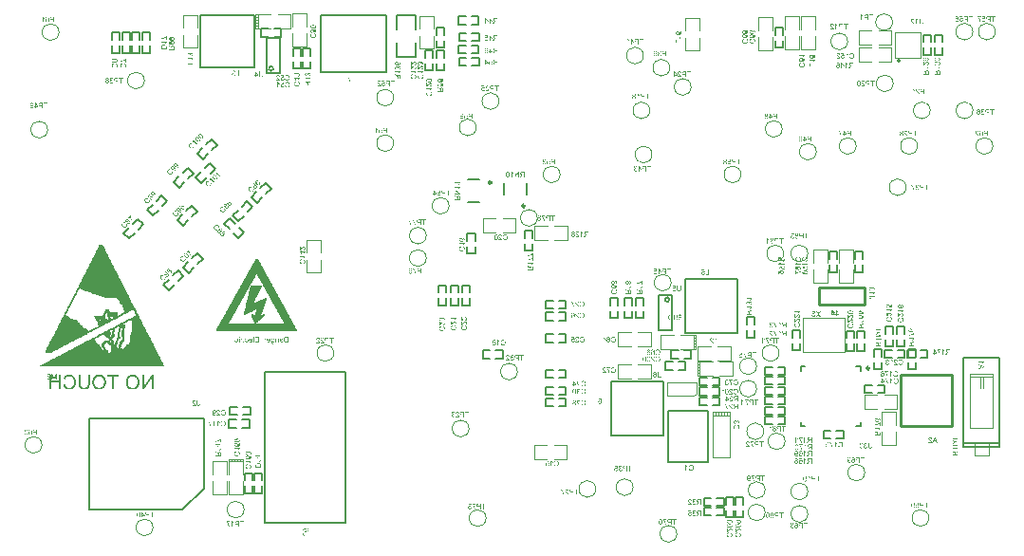
<source format=gbo>
G04 Layer_Color=32896*
%FSLAX25Y25*%
%MOIN*%
G70*
G01*
G75*
%ADD45C,0.01000*%
%ADD46C,0.00500*%
%ADD48C,0.00800*%
%ADD50C,0.00600*%
%ADD104C,0.00394*%
%ADD105C,0.00984*%
%ADD107C,0.00492*%
%ADD108C,0.00400*%
%ADD109C,0.00787*%
%ADD110C,0.00402*%
%ADD111C,0.00787*%
%ADD176C,0.00984*%
%ADD177C,0.00100*%
%ADD178C,0.00591*%
G36*
X292219Y-158500D02*
X291964D01*
Y-157722D01*
X291474D01*
X291402Y-157719D01*
X291333Y-157713D01*
X291271Y-157705D01*
X291216Y-157694D01*
X291163Y-157683D01*
X291119Y-157669D01*
X291078Y-157652D01*
X291042Y-157636D01*
X291011Y-157622D01*
X290984Y-157605D01*
X290961Y-157591D01*
X290945Y-157578D01*
X290931Y-157569D01*
X290922Y-157561D01*
X290917Y-157555D01*
X290914Y-157553D01*
X290886Y-157519D01*
X290862Y-157486D01*
X290842Y-157453D01*
X290823Y-157417D01*
X290806Y-157381D01*
X290795Y-157348D01*
X290776Y-157284D01*
X290770Y-157254D01*
X290765Y-157226D01*
X290762Y-157201D01*
X290759Y-157182D01*
X290756Y-157162D01*
Y-157151D01*
Y-157143D01*
Y-157140D01*
X290759Y-157087D01*
X290765Y-157037D01*
X290776Y-156993D01*
X290784Y-156954D01*
X290795Y-156921D01*
X290806Y-156896D01*
X290812Y-156882D01*
X290814Y-156877D01*
X290837Y-156835D01*
X290864Y-156799D01*
X290889Y-156766D01*
X290914Y-156741D01*
X290936Y-156722D01*
X290953Y-156705D01*
X290964Y-156697D01*
X290970Y-156694D01*
X291006Y-156672D01*
X291047Y-156652D01*
X291086Y-156636D01*
X291122Y-156622D01*
X291155Y-156614D01*
X291180Y-156608D01*
X291199Y-156603D01*
X291205D01*
X291247Y-156597D01*
X291294Y-156591D01*
X291344Y-156589D01*
X291391Y-156586D01*
X291432Y-156583D01*
X292219D01*
Y-158500D01*
D02*
G37*
G36*
X293445Y-24330D02*
X293492Y-24332D01*
X293536Y-24341D01*
X293578Y-24349D01*
X293617Y-24360D01*
X293653Y-24371D01*
X293686Y-24385D01*
X293716Y-24399D01*
X293744Y-24413D01*
X293766Y-24427D01*
X293785Y-24438D01*
X293802Y-24449D01*
X293816Y-24457D01*
X293824Y-24465D01*
X293830Y-24468D01*
X293832Y-24471D01*
X293860Y-24499D01*
X293885Y-24529D01*
X293910Y-24562D01*
X293930Y-24596D01*
X293963Y-24662D01*
X293985Y-24728D01*
X293993Y-24759D01*
X294002Y-24789D01*
X294007Y-24814D01*
X294013Y-24836D01*
X294015Y-24856D01*
Y-24870D01*
X294018Y-24878D01*
Y-24881D01*
X293777Y-24906D01*
X293772Y-24842D01*
X293760Y-24787D01*
X293744Y-24737D01*
X293724Y-24698D01*
X293708Y-24665D01*
X293691Y-24643D01*
X293680Y-24629D01*
X293675Y-24623D01*
X293633Y-24590D01*
X293589Y-24565D01*
X293542Y-24546D01*
X293500Y-24535D01*
X293461Y-24526D01*
X293428Y-24523D01*
X293417Y-24521D01*
X293400D01*
X293342Y-24523D01*
X293290Y-24535D01*
X293245Y-24551D01*
X293207Y-24568D01*
X293176Y-24587D01*
X293157Y-24601D01*
X293143Y-24612D01*
X293137Y-24618D01*
X293104Y-24656D01*
X293079Y-24695D01*
X293060Y-24734D01*
X293049Y-24773D01*
X293040Y-24803D01*
X293038Y-24831D01*
X293035Y-24848D01*
Y-24850D01*
Y-24853D01*
X293040Y-24903D01*
X293051Y-24956D01*
X293071Y-25003D01*
X293090Y-25047D01*
X293112Y-25083D01*
X293132Y-25113D01*
X293137Y-25125D01*
X293143Y-25133D01*
X293148Y-25136D01*
Y-25138D01*
X293170Y-25169D01*
X293198Y-25199D01*
X293229Y-25233D01*
X293262Y-25266D01*
X293331Y-25332D01*
X293400Y-25399D01*
X293436Y-25429D01*
X293467Y-25457D01*
X293497Y-25482D01*
X293522Y-25504D01*
X293542Y-25521D01*
X293558Y-25534D01*
X293569Y-25543D01*
X293572Y-25546D01*
X293641Y-25604D01*
X293705Y-25659D01*
X293758Y-25709D01*
X293799Y-25751D01*
X293835Y-25787D01*
X293860Y-25811D01*
X293874Y-25828D01*
X293880Y-25831D01*
Y-25834D01*
X293918Y-25881D01*
X293949Y-25925D01*
X293977Y-25969D01*
X293999Y-26008D01*
X294015Y-26041D01*
X294026Y-26066D01*
X294032Y-26083D01*
X294035Y-26086D01*
Y-26089D01*
X294046Y-26119D01*
X294051Y-26147D01*
X294057Y-26174D01*
X294060Y-26199D01*
X294062Y-26221D01*
Y-26238D01*
Y-26249D01*
Y-26252D01*
X292791D01*
Y-26025D01*
X293736D01*
X293702Y-25978D01*
X293686Y-25958D01*
X293672Y-25939D01*
X293658Y-25922D01*
X293647Y-25911D01*
X293639Y-25903D01*
X293636Y-25900D01*
X293622Y-25886D01*
X293605Y-25872D01*
X293567Y-25837D01*
X293522Y-25795D01*
X293475Y-25753D01*
X293431Y-25717D01*
X293411Y-25701D01*
X293395Y-25684D01*
X293381Y-25673D01*
X293370Y-25665D01*
X293364Y-25659D01*
X293362Y-25656D01*
X293317Y-25618D01*
X293273Y-25582D01*
X293234Y-25546D01*
X293198Y-25515D01*
X293165Y-25485D01*
X293137Y-25457D01*
X293109Y-25432D01*
X293087Y-25410D01*
X293065Y-25388D01*
X293049Y-25371D01*
X293035Y-25357D01*
X293021Y-25343D01*
X293007Y-25327D01*
X293002Y-25321D01*
X292963Y-25274D01*
X292930Y-25233D01*
X292902Y-25191D01*
X292880Y-25158D01*
X292863Y-25127D01*
X292852Y-25105D01*
X292846Y-25091D01*
X292844Y-25086D01*
X292827Y-25044D01*
X292816Y-25003D01*
X292805Y-24964D01*
X292799Y-24931D01*
X292796Y-24900D01*
X292794Y-24878D01*
Y-24864D01*
Y-24859D01*
X292796Y-24817D01*
X292802Y-24778D01*
X292808Y-24739D01*
X292819Y-24706D01*
X292846Y-24640D01*
X292874Y-24587D01*
X292891Y-24562D01*
X292905Y-24543D01*
X292918Y-24523D01*
X292932Y-24510D01*
X292943Y-24499D01*
X292949Y-24487D01*
X292954Y-24485D01*
X292957Y-24482D01*
X292988Y-24454D01*
X293021Y-24429D01*
X293057Y-24410D01*
X293093Y-24393D01*
X293165Y-24366D01*
X293237Y-24346D01*
X293267Y-24341D01*
X293298Y-24335D01*
X293326Y-24332D01*
X293348Y-24330D01*
X293367Y-24327D01*
X293395D01*
X293445Y-24330D01*
D02*
G37*
G36*
X294000Y-156810D02*
X293368D01*
Y-158500D01*
X293114D01*
Y-156810D01*
X292482D01*
Y-156583D01*
X294000D01*
Y-156810D01*
D02*
G37*
G36*
X295719Y-26252D02*
X295464D01*
Y-25474D01*
X294974D01*
X294902Y-25471D01*
X294832Y-25465D01*
X294772Y-25457D01*
X294716Y-25446D01*
X294664Y-25435D01*
X294619Y-25421D01*
X294578Y-25404D01*
X294542Y-25388D01*
X294511Y-25374D01*
X294483Y-25357D01*
X294461Y-25343D01*
X294445Y-25330D01*
X294431Y-25321D01*
X294423Y-25313D01*
X294417Y-25307D01*
X294414Y-25305D01*
X294387Y-25271D01*
X294362Y-25238D01*
X294342Y-25205D01*
X294323Y-25169D01*
X294306Y-25133D01*
X294295Y-25100D01*
X294276Y-25036D01*
X294270Y-25005D01*
X294265Y-24978D01*
X294262Y-24953D01*
X294259Y-24933D01*
X294256Y-24914D01*
Y-24903D01*
Y-24895D01*
Y-24892D01*
X294259Y-24839D01*
X294265Y-24789D01*
X294276Y-24745D01*
X294284Y-24706D01*
X294295Y-24673D01*
X294306Y-24648D01*
X294312Y-24634D01*
X294315Y-24629D01*
X294337Y-24587D01*
X294364Y-24551D01*
X294389Y-24518D01*
X294414Y-24493D01*
X294436Y-24474D01*
X294453Y-24457D01*
X294464Y-24449D01*
X294470Y-24446D01*
X294506Y-24424D01*
X294547Y-24404D01*
X294586Y-24388D01*
X294622Y-24374D01*
X294655Y-24366D01*
X294680Y-24360D01*
X294700Y-24354D01*
X294705D01*
X294747Y-24349D01*
X294794Y-24343D01*
X294844Y-24341D01*
X294891Y-24338D01*
X294932Y-24335D01*
X295719D01*
Y-26252D01*
D02*
G37*
G36*
X297500Y-24562D02*
X296868D01*
Y-26252D01*
X296614D01*
Y-24562D01*
X295982D01*
Y-24335D01*
X297500D01*
Y-24562D01*
D02*
G37*
G36*
X274323Y-163248D02*
X274353Y-163292D01*
X274389Y-163337D01*
X274423Y-163375D01*
X274456Y-163409D01*
X274481Y-163436D01*
X274492Y-163445D01*
X274500Y-163453D01*
X274503Y-163456D01*
X274506Y-163458D01*
X274564Y-163505D01*
X274622Y-163550D01*
X274677Y-163589D01*
X274733Y-163619D01*
X274780Y-163647D01*
X274799Y-163658D01*
X274816Y-163666D01*
X274830Y-163674D01*
X274841Y-163677D01*
X274846Y-163683D01*
X274849D01*
Y-163910D01*
X274808Y-163893D01*
X274766Y-163874D01*
X274725Y-163855D01*
X274686Y-163835D01*
X274653Y-163819D01*
X274625Y-163805D01*
X274608Y-163794D01*
X274605Y-163791D01*
X274603D01*
X274553Y-163760D01*
X274508Y-163730D01*
X274470Y-163702D01*
X274439Y-163677D01*
X274412Y-163658D01*
X274395Y-163641D01*
X274381Y-163630D01*
X274378Y-163627D01*
Y-165126D01*
X274143D01*
Y-163201D01*
X274295D01*
X274323Y-163248D01*
D02*
G37*
G36*
X212960Y-28830D02*
X213004Y-28832D01*
X213082Y-28849D01*
X213118Y-28860D01*
X213151Y-28871D01*
X213182Y-28885D01*
X213209Y-28899D01*
X213231Y-28913D01*
X213254Y-28927D01*
X213273Y-28938D01*
X213287Y-28949D01*
X213298Y-28957D01*
X213306Y-28965D01*
X213312Y-28968D01*
X213315Y-28971D01*
X213339Y-28999D01*
X213364Y-29026D01*
X213384Y-29057D01*
X213400Y-29087D01*
X213428Y-29145D01*
X213445Y-29201D01*
X213456Y-29248D01*
X213459Y-29270D01*
X213461Y-29287D01*
X213464Y-29303D01*
Y-29314D01*
Y-29320D01*
Y-29323D01*
X213461Y-29373D01*
X213453Y-29420D01*
X213442Y-29461D01*
X213428Y-29497D01*
X213417Y-29525D01*
X213406Y-29547D01*
X213398Y-29558D01*
X213395Y-29564D01*
X213364Y-29597D01*
X213331Y-29627D01*
X213295Y-29655D01*
X213259Y-29677D01*
X213226Y-29694D01*
X213201Y-29705D01*
X213190Y-29710D01*
X213182Y-29713D01*
X213179Y-29716D01*
X213176D01*
X213240Y-29735D01*
X213292Y-29760D01*
X213339Y-29791D01*
X213378Y-29818D01*
X213409Y-29846D01*
X213431Y-29868D01*
X213442Y-29882D01*
X213447Y-29885D01*
Y-29888D01*
X213478Y-29938D01*
X213503Y-29990D01*
X213520Y-30040D01*
X213531Y-30090D01*
X213536Y-30134D01*
X213539Y-30154D01*
Y-30170D01*
X213542Y-30181D01*
Y-30192D01*
Y-30198D01*
Y-30201D01*
X213539Y-30245D01*
X213533Y-30289D01*
X213525Y-30331D01*
X213514Y-30373D01*
X213486Y-30442D01*
X213472Y-30475D01*
X213456Y-30503D01*
X213439Y-30530D01*
X213425Y-30553D01*
X213409Y-30572D01*
X213398Y-30588D01*
X213387Y-30602D01*
X213378Y-30611D01*
X213373Y-30616D01*
X213370Y-30619D01*
X213337Y-30650D01*
X213301Y-30674D01*
X213262Y-30697D01*
X213223Y-30716D01*
X213187Y-30730D01*
X213148Y-30744D01*
X213074Y-30763D01*
X213040Y-30771D01*
X213010Y-30777D01*
X212982Y-30780D01*
X212957Y-30782D01*
X212938Y-30785D01*
X212910D01*
X212858Y-30782D01*
X212810Y-30777D01*
X212763Y-30769D01*
X212719Y-30760D01*
X212680Y-30746D01*
X212641Y-30733D01*
X212605Y-30719D01*
X212575Y-30702D01*
X212547Y-30685D01*
X212522Y-30672D01*
X212503Y-30658D01*
X212484Y-30644D01*
X212470Y-30636D01*
X212461Y-30627D01*
X212456Y-30622D01*
X212453Y-30619D01*
X212423Y-30586D01*
X212395Y-30553D01*
X212373Y-30519D01*
X212353Y-30483D01*
X212334Y-30450D01*
X212320Y-30414D01*
X212301Y-30350D01*
X212292Y-30320D01*
X212287Y-30292D01*
X212284Y-30267D01*
X212281Y-30248D01*
X212279Y-30231D01*
Y-30217D01*
Y-30209D01*
Y-30206D01*
X212281Y-30143D01*
X212292Y-30084D01*
X212309Y-30032D01*
X212326Y-29987D01*
X212342Y-29951D01*
X212359Y-29924D01*
X212370Y-29907D01*
X212373Y-29904D01*
Y-29902D01*
X212411Y-29857D01*
X212453Y-29818D01*
X212497Y-29788D01*
X212539Y-29760D01*
X212578Y-29741D01*
X212611Y-29727D01*
X212622Y-29722D01*
X212630Y-29719D01*
X212636Y-29716D01*
X212639D01*
X212589Y-29694D01*
X212547Y-29669D01*
X212511Y-29644D01*
X212481Y-29619D01*
X212459Y-29597D01*
X212442Y-29580D01*
X212431Y-29569D01*
X212428Y-29564D01*
X212403Y-29525D01*
X212387Y-29486D01*
X212373Y-29447D01*
X212364Y-29408D01*
X212359Y-29378D01*
X212356Y-29353D01*
Y-29337D01*
Y-29334D01*
Y-29331D01*
X212359Y-29292D01*
X212362Y-29256D01*
X212381Y-29187D01*
X212406Y-29126D01*
X212434Y-29073D01*
X212461Y-29032D01*
X212475Y-29015D01*
X212486Y-28999D01*
X212497Y-28988D01*
X212506Y-28979D01*
X212509Y-28976D01*
X212511Y-28974D01*
X212542Y-28949D01*
X212572Y-28924D01*
X212605Y-28904D01*
X212639Y-28888D01*
X212705Y-28863D01*
X212772Y-28846D01*
X212799Y-28838D01*
X212827Y-28835D01*
X212852Y-28832D01*
X212874Y-28830D01*
X212891Y-28827D01*
X212916D01*
X212960Y-28830D01*
D02*
G37*
G36*
X272985Y-163204D02*
X273029Y-163209D01*
X273074Y-163217D01*
X273112Y-163228D01*
X273187Y-163259D01*
X273220Y-163273D01*
X273248Y-163289D01*
X273276Y-163309D01*
X273298Y-163323D01*
X273320Y-163339D01*
X273337Y-163353D01*
X273351Y-163364D01*
X273359Y-163373D01*
X273364Y-163378D01*
X273367Y-163381D01*
X273398Y-163414D01*
X273423Y-163453D01*
X273447Y-163489D01*
X273467Y-163528D01*
X273483Y-163569D01*
X273497Y-163608D01*
X273517Y-163680D01*
X273525Y-163716D01*
X273531Y-163747D01*
X273533Y-163777D01*
X273536Y-163802D01*
X273539Y-163821D01*
Y-163835D01*
Y-163846D01*
Y-163849D01*
X273536Y-163902D01*
X273531Y-163949D01*
X273525Y-163996D01*
X273514Y-164040D01*
X273500Y-164079D01*
X273486Y-164118D01*
X273472Y-164151D01*
X273456Y-164181D01*
X273442Y-164209D01*
X273428Y-164234D01*
X273414Y-164253D01*
X273400Y-164273D01*
X273389Y-164287D01*
X273384Y-164295D01*
X273378Y-164301D01*
X273376Y-164303D01*
X273345Y-164334D01*
X273312Y-164359D01*
X273278Y-164384D01*
X273242Y-164403D01*
X273209Y-164420D01*
X273176Y-164434D01*
X273112Y-164453D01*
X273085Y-164461D01*
X273057Y-164467D01*
X273035Y-164470D01*
X273013Y-164472D01*
X272996Y-164475D01*
X272974D01*
X272921Y-164472D01*
X272871Y-164464D01*
X272827Y-164453D01*
X272785Y-164439D01*
X272755Y-164428D01*
X272730Y-164417D01*
X272713Y-164409D01*
X272708Y-164406D01*
X272664Y-164378D01*
X272625Y-164348D01*
X272592Y-164317D01*
X272564Y-164289D01*
X272545Y-164262D01*
X272528Y-164242D01*
X272517Y-164228D01*
X272514Y-164223D01*
Y-164245D01*
Y-164259D01*
Y-164267D01*
Y-164270D01*
X272517Y-164325D01*
X272520Y-164378D01*
X272525Y-164425D01*
X272531Y-164470D01*
X272539Y-164506D01*
X272545Y-164533D01*
X272547Y-164544D01*
Y-164553D01*
X272550Y-164555D01*
Y-164558D01*
X272564Y-164608D01*
X272578Y-164652D01*
X272592Y-164691D01*
X272605Y-164724D01*
X272617Y-164749D01*
X272628Y-164769D01*
X272633Y-164783D01*
X272636Y-164785D01*
X272658Y-164816D01*
X272680Y-164841D01*
X272702Y-164863D01*
X272725Y-164882D01*
X272741Y-164899D01*
X272758Y-164910D01*
X272769Y-164916D01*
X272772Y-164918D01*
X272802Y-164935D01*
X272835Y-164946D01*
X272866Y-164954D01*
X272896Y-164960D01*
X272921Y-164963D01*
X272941Y-164965D01*
X272960D01*
X273004Y-164963D01*
X273046Y-164954D01*
X273082Y-164943D01*
X273112Y-164929D01*
X273134Y-164918D01*
X273154Y-164907D01*
X273165Y-164899D01*
X273168Y-164896D01*
X273195Y-164866D01*
X273218Y-164830D01*
X273237Y-164791D01*
X273251Y-164752D01*
X273262Y-164719D01*
X273270Y-164688D01*
X273273Y-164677D01*
Y-164672D01*
X273276Y-164666D01*
Y-164663D01*
X273503Y-164683D01*
X273486Y-164763D01*
X273464Y-164832D01*
X273436Y-164893D01*
X273409Y-164943D01*
X273381Y-164982D01*
X273367Y-164999D01*
X273356Y-165012D01*
X273348Y-165021D01*
X273340Y-165029D01*
X273337Y-165032D01*
X273334Y-165035D01*
X273306Y-165057D01*
X273276Y-165076D01*
X273215Y-165107D01*
X273154Y-165129D01*
X273096Y-165143D01*
X273043Y-165154D01*
X273021Y-165156D01*
X273002D01*
X272988Y-165159D01*
X272966D01*
X272888Y-165154D01*
X272819Y-165143D01*
X272755Y-165123D01*
X272702Y-165101D01*
X272680Y-165093D01*
X272658Y-165082D01*
X272641Y-165071D01*
X272625Y-165062D01*
X272614Y-165057D01*
X272605Y-165051D01*
X272600Y-165046D01*
X272597D01*
X272542Y-164999D01*
X272492Y-164946D01*
X272453Y-164891D01*
X272420Y-164838D01*
X272392Y-164791D01*
X272381Y-164769D01*
X272373Y-164752D01*
X272367Y-164735D01*
X272362Y-164724D01*
X272359Y-164719D01*
Y-164716D01*
X272345Y-164674D01*
X272331Y-164627D01*
X272312Y-164533D01*
X272298Y-164434D01*
X272290Y-164339D01*
X272284Y-164298D01*
X272281Y-164256D01*
Y-164220D01*
X272279Y-164190D01*
Y-164165D01*
Y-164145D01*
Y-164131D01*
Y-164129D01*
Y-164065D01*
X272281Y-164004D01*
X272287Y-163949D01*
X272292Y-163896D01*
X272298Y-163849D01*
X272304Y-163805D01*
X272312Y-163763D01*
X272320Y-163727D01*
X272328Y-163697D01*
X272334Y-163669D01*
X272342Y-163644D01*
X272348Y-163625D01*
X272353Y-163611D01*
X272359Y-163600D01*
X272362Y-163594D01*
Y-163591D01*
X272395Y-163525D01*
X272431Y-163467D01*
X272473Y-163417D01*
X272509Y-163375D01*
X272545Y-163345D01*
X272572Y-163323D01*
X272583Y-163314D01*
X272592Y-163309D01*
X272594Y-163303D01*
X272597D01*
X272655Y-163270D01*
X272713Y-163245D01*
X272772Y-163226D01*
X272824Y-163215D01*
X272871Y-163206D01*
X272891Y-163204D01*
X272905D01*
X272918Y-163201D01*
X272938D01*
X272985Y-163204D01*
D02*
G37*
G36*
X276719Y-165126D02*
X276464D01*
Y-164348D01*
X275974D01*
X275902Y-164345D01*
X275833Y-164339D01*
X275771Y-164331D01*
X275716Y-164320D01*
X275663Y-164309D01*
X275619Y-164295D01*
X275578Y-164278D01*
X275542Y-164262D01*
X275511Y-164248D01*
X275483Y-164231D01*
X275461Y-164217D01*
X275445Y-164204D01*
X275431Y-164195D01*
X275423Y-164187D01*
X275417Y-164181D01*
X275414Y-164179D01*
X275387Y-164145D01*
X275362Y-164112D01*
X275342Y-164079D01*
X275323Y-164043D01*
X275306Y-164007D01*
X275295Y-163974D01*
X275276Y-163910D01*
X275270Y-163880D01*
X275265Y-163852D01*
X275262Y-163827D01*
X275259Y-163807D01*
X275256Y-163788D01*
Y-163777D01*
Y-163769D01*
Y-163766D01*
X275259Y-163713D01*
X275265Y-163663D01*
X275276Y-163619D01*
X275284Y-163580D01*
X275295Y-163547D01*
X275306Y-163522D01*
X275312Y-163508D01*
X275314Y-163503D01*
X275337Y-163461D01*
X275364Y-163425D01*
X275389Y-163392D01*
X275414Y-163367D01*
X275436Y-163348D01*
X275453Y-163331D01*
X275464Y-163323D01*
X275470Y-163320D01*
X275506Y-163298D01*
X275547Y-163278D01*
X275586Y-163262D01*
X275622Y-163248D01*
X275655Y-163240D01*
X275680Y-163234D01*
X275699Y-163228D01*
X275705D01*
X275747Y-163223D01*
X275794Y-163217D01*
X275844Y-163215D01*
X275891Y-163212D01*
X275932Y-163209D01*
X276719D01*
Y-165126D01*
D02*
G37*
G36*
X278500Y-163436D02*
X277868D01*
Y-165126D01*
X277614D01*
Y-163436D01*
X276982D01*
Y-163209D01*
X278500D01*
Y-163436D01*
D02*
G37*
G36*
X291988Y-24332D02*
X292057Y-24343D01*
X292115Y-24363D01*
X292165Y-24382D01*
X292207Y-24404D01*
X292223Y-24413D01*
X292237Y-24424D01*
X292248Y-24429D01*
X292256Y-24435D01*
X292259Y-24440D01*
X292262D01*
X292312Y-24485D01*
X292353Y-24537D01*
X292389Y-24590D01*
X292417Y-24640D01*
X292439Y-24687D01*
X292450Y-24706D01*
X292456Y-24726D01*
X292461Y-24739D01*
X292467Y-24751D01*
X292470Y-24756D01*
Y-24759D01*
X292481Y-24801D01*
X292492Y-24842D01*
X292509Y-24933D01*
X292522Y-25025D01*
X292531Y-25111D01*
X292533Y-25152D01*
X292536Y-25188D01*
Y-25221D01*
X292539Y-25252D01*
Y-25274D01*
Y-25293D01*
Y-25305D01*
Y-25307D01*
X292536Y-25404D01*
X292531Y-25496D01*
X292522Y-25579D01*
X292509Y-25656D01*
X292495Y-25728D01*
X292478Y-25792D01*
X292461Y-25850D01*
X292445Y-25900D01*
X292428Y-25945D01*
X292409Y-25983D01*
X292395Y-26017D01*
X292381Y-26041D01*
X292367Y-26064D01*
X292359Y-26077D01*
X292353Y-26086D01*
X292351Y-26089D01*
X292320Y-26122D01*
X292287Y-26152D01*
X292251Y-26180D01*
X292215Y-26202D01*
X292179Y-26221D01*
X292143Y-26238D01*
X292107Y-26249D01*
X292074Y-26260D01*
X292040Y-26269D01*
X292010Y-26274D01*
X291982Y-26280D01*
X291960Y-26282D01*
X291941Y-26285D01*
X291913D01*
X291838Y-26280D01*
X291769Y-26269D01*
X291711Y-26249D01*
X291661Y-26230D01*
X291619Y-26210D01*
X291605Y-26199D01*
X291592Y-26191D01*
X291581Y-26186D01*
X291572Y-26180D01*
X291569Y-26174D01*
X291567D01*
X291517Y-26127D01*
X291475Y-26077D01*
X291439Y-26022D01*
X291411Y-25972D01*
X291389Y-25925D01*
X291378Y-25906D01*
X291373Y-25886D01*
X291367Y-25872D01*
X291362Y-25861D01*
X291359Y-25856D01*
Y-25853D01*
X291345Y-25811D01*
X291334Y-25770D01*
X291317Y-25681D01*
X291303Y-25590D01*
X291295Y-25501D01*
X291292Y-25462D01*
X291290Y-25427D01*
Y-25393D01*
X291287Y-25363D01*
Y-25341D01*
Y-25321D01*
Y-25310D01*
Y-25307D01*
Y-25255D01*
X291290Y-25205D01*
Y-25161D01*
X291292Y-25116D01*
X291298Y-25078D01*
X291301Y-25039D01*
X291303Y-25005D01*
X291309Y-24975D01*
X291312Y-24947D01*
X291317Y-24922D01*
X291320Y-24903D01*
X291323Y-24886D01*
X291326Y-24872D01*
X291328Y-24864D01*
X291331Y-24859D01*
Y-24856D01*
X291348Y-24795D01*
X291367Y-24739D01*
X291389Y-24692D01*
X291406Y-24651D01*
X291425Y-24615D01*
X291437Y-24590D01*
X291448Y-24576D01*
X291450Y-24571D01*
X291481Y-24529D01*
X291511Y-24493D01*
X291545Y-24463D01*
X291575Y-24435D01*
X291603Y-24416D01*
X291625Y-24402D01*
X291639Y-24393D01*
X291641Y-24390D01*
X291644D01*
X291688Y-24368D01*
X291736Y-24354D01*
X291780Y-24343D01*
X291822Y-24335D01*
X291858Y-24330D01*
X291888Y-24327D01*
X291913D01*
X291988Y-24332D01*
D02*
G37*
G36*
X288485Y-156578D02*
X288529Y-156583D01*
X288574Y-156591D01*
X288612Y-156603D01*
X288687Y-156633D01*
X288720Y-156647D01*
X288748Y-156664D01*
X288776Y-156683D01*
X288798Y-156697D01*
X288820Y-156713D01*
X288837Y-156727D01*
X288851Y-156738D01*
X288859Y-156747D01*
X288864Y-156752D01*
X288867Y-156755D01*
X288898Y-156788D01*
X288923Y-156827D01*
X288948Y-156863D01*
X288967Y-156902D01*
X288983Y-156943D01*
X288997Y-156982D01*
X289017Y-157054D01*
X289025Y-157090D01*
X289031Y-157121D01*
X289033Y-157151D01*
X289036Y-157176D01*
X289039Y-157195D01*
Y-157209D01*
Y-157220D01*
Y-157223D01*
X289036Y-157276D01*
X289031Y-157323D01*
X289025Y-157370D01*
X289014Y-157414D01*
X289000Y-157453D01*
X288986Y-157492D01*
X288972Y-157525D01*
X288956Y-157555D01*
X288942Y-157583D01*
X288928Y-157608D01*
X288914Y-157627D01*
X288900Y-157647D01*
X288889Y-157661D01*
X288884Y-157669D01*
X288878Y-157675D01*
X288876Y-157677D01*
X288845Y-157708D01*
X288812Y-157733D01*
X288778Y-157758D01*
X288742Y-157777D01*
X288709Y-157794D01*
X288676Y-157808D01*
X288612Y-157827D01*
X288585Y-157835D01*
X288557Y-157841D01*
X288535Y-157843D01*
X288513Y-157846D01*
X288496Y-157849D01*
X288474D01*
X288421Y-157846D01*
X288371Y-157838D01*
X288327Y-157827D01*
X288285Y-157813D01*
X288255Y-157802D01*
X288230Y-157791D01*
X288213Y-157783D01*
X288208Y-157780D01*
X288164Y-157752D01*
X288125Y-157722D01*
X288092Y-157691D01*
X288064Y-157664D01*
X288045Y-157636D01*
X288028Y-157616D01*
X288017Y-157603D01*
X288014Y-157597D01*
Y-157619D01*
Y-157633D01*
Y-157641D01*
Y-157644D01*
X288017Y-157700D01*
X288020Y-157752D01*
X288025Y-157799D01*
X288031Y-157843D01*
X288039Y-157879D01*
X288045Y-157907D01*
X288047Y-157918D01*
Y-157927D01*
X288050Y-157929D01*
Y-157932D01*
X288064Y-157982D01*
X288078Y-158026D01*
X288092Y-158065D01*
X288105Y-158098D01*
X288117Y-158123D01*
X288128Y-158143D01*
X288133Y-158157D01*
X288136Y-158159D01*
X288158Y-158190D01*
X288180Y-158215D01*
X288202Y-158237D01*
X288225Y-158256D01*
X288241Y-158273D01*
X288258Y-158284D01*
X288269Y-158290D01*
X288272Y-158292D01*
X288302Y-158309D01*
X288335Y-158320D01*
X288366Y-158328D01*
X288396Y-158334D01*
X288421Y-158337D01*
X288441Y-158339D01*
X288460D01*
X288504Y-158337D01*
X288546Y-158328D01*
X288582Y-158317D01*
X288612Y-158303D01*
X288634Y-158292D01*
X288654Y-158281D01*
X288665Y-158273D01*
X288668Y-158270D01*
X288695Y-158240D01*
X288718Y-158204D01*
X288737Y-158165D01*
X288751Y-158126D01*
X288762Y-158093D01*
X288770Y-158062D01*
X288773Y-158051D01*
Y-158046D01*
X288776Y-158040D01*
Y-158037D01*
X289003Y-158057D01*
X288986Y-158137D01*
X288964Y-158206D01*
X288936Y-158267D01*
X288909Y-158317D01*
X288881Y-158356D01*
X288867Y-158373D01*
X288856Y-158386D01*
X288848Y-158395D01*
X288840Y-158403D01*
X288837Y-158406D01*
X288834Y-158409D01*
X288806Y-158431D01*
X288776Y-158450D01*
X288715Y-158481D01*
X288654Y-158503D01*
X288596Y-158517D01*
X288543Y-158528D01*
X288521Y-158530D01*
X288502D01*
X288488Y-158533D01*
X288465D01*
X288388Y-158528D01*
X288319Y-158517D01*
X288255Y-158497D01*
X288202Y-158475D01*
X288180Y-158467D01*
X288158Y-158456D01*
X288141Y-158445D01*
X288125Y-158436D01*
X288114Y-158431D01*
X288105Y-158425D01*
X288100Y-158420D01*
X288097D01*
X288042Y-158373D01*
X287992Y-158320D01*
X287953Y-158265D01*
X287920Y-158212D01*
X287892Y-158165D01*
X287881Y-158143D01*
X287873Y-158126D01*
X287867Y-158109D01*
X287862Y-158098D01*
X287859Y-158093D01*
Y-158090D01*
X287845Y-158048D01*
X287831Y-158001D01*
X287812Y-157907D01*
X287798Y-157808D01*
X287790Y-157713D01*
X287784Y-157672D01*
X287781Y-157630D01*
Y-157594D01*
X287779Y-157564D01*
Y-157539D01*
Y-157519D01*
Y-157506D01*
Y-157503D01*
Y-157439D01*
X287781Y-157378D01*
X287787Y-157323D01*
X287792Y-157270D01*
X287798Y-157223D01*
X287804Y-157179D01*
X287812Y-157137D01*
X287820Y-157101D01*
X287828Y-157071D01*
X287834Y-157043D01*
X287842Y-157018D01*
X287848Y-156999D01*
X287853Y-156985D01*
X287859Y-156974D01*
X287862Y-156968D01*
Y-156965D01*
X287895Y-156899D01*
X287931Y-156841D01*
X287972Y-156791D01*
X288008Y-156749D01*
X288045Y-156719D01*
X288072Y-156697D01*
X288083Y-156688D01*
X288092Y-156683D01*
X288094Y-156677D01*
X288097D01*
X288155Y-156644D01*
X288213Y-156619D01*
X288272Y-156600D01*
X288324Y-156589D01*
X288371Y-156580D01*
X288391Y-156578D01*
X288405D01*
X288418Y-156575D01*
X288438D01*
X288485Y-156578D01*
D02*
G37*
G36*
X101954Y-114578D02*
X102002Y-114580D01*
X102046Y-114589D01*
X102087Y-114597D01*
X102126Y-114608D01*
X102162Y-114619D01*
X102196Y-114633D01*
X102226Y-114647D01*
X102254Y-114661D01*
X102276Y-114675D01*
X102295Y-114686D01*
X102312Y-114697D01*
X102326Y-114705D01*
X102334Y-114713D01*
X102339Y-114716D01*
X102342Y-114719D01*
X102370Y-114747D01*
X102395Y-114777D01*
X102420Y-114810D01*
X102439Y-114843D01*
X102472Y-114910D01*
X102495Y-114977D01*
X102503Y-115007D01*
X102511Y-115037D01*
X102517Y-115062D01*
X102522Y-115085D01*
X102525Y-115104D01*
Y-115118D01*
X102528Y-115126D01*
Y-115129D01*
X102287Y-115154D01*
X102281Y-115090D01*
X102270Y-115035D01*
X102254Y-114985D01*
X102234Y-114946D01*
X102218Y-114913D01*
X102201Y-114891D01*
X102190Y-114877D01*
X102184Y-114871D01*
X102143Y-114838D01*
X102099Y-114813D01*
X102051Y-114794D01*
X102010Y-114783D01*
X101971Y-114774D01*
X101938Y-114771D01*
X101927Y-114769D01*
X101910D01*
X101852Y-114771D01*
X101799Y-114783D01*
X101755Y-114799D01*
X101716Y-114816D01*
X101686Y-114835D01*
X101666Y-114849D01*
X101653Y-114860D01*
X101647Y-114866D01*
X101614Y-114904D01*
X101589Y-114943D01*
X101569Y-114982D01*
X101558Y-115021D01*
X101550Y-115051D01*
X101547Y-115079D01*
X101544Y-115096D01*
Y-115098D01*
Y-115101D01*
X101550Y-115151D01*
X101561Y-115204D01*
X101581Y-115251D01*
X101600Y-115295D01*
X101622Y-115331D01*
X101641Y-115361D01*
X101647Y-115373D01*
X101653Y-115381D01*
X101658Y-115384D01*
Y-115386D01*
X101680Y-115417D01*
X101708Y-115447D01*
X101738Y-115481D01*
X101772Y-115514D01*
X101841Y-115580D01*
X101910Y-115647D01*
X101946Y-115677D01*
X101977Y-115705D01*
X102007Y-115730D01*
X102032Y-115752D01*
X102051Y-115769D01*
X102068Y-115783D01*
X102079Y-115791D01*
X102082Y-115794D01*
X102151Y-115852D01*
X102215Y-115907D01*
X102268Y-115957D01*
X102309Y-115999D01*
X102345Y-116035D01*
X102370Y-116060D01*
X102384Y-116076D01*
X102389Y-116079D01*
Y-116082D01*
X102428Y-116129D01*
X102459Y-116173D01*
X102486Y-116218D01*
X102508Y-116256D01*
X102525Y-116289D01*
X102536Y-116314D01*
X102542Y-116331D01*
X102544Y-116334D01*
Y-116337D01*
X102556Y-116367D01*
X102561Y-116395D01*
X102567Y-116422D01*
X102569Y-116447D01*
X102572Y-116470D01*
Y-116486D01*
Y-116497D01*
Y-116500D01*
X101301D01*
Y-116273D01*
X102245D01*
X102212Y-116226D01*
X102196Y-116206D01*
X102182Y-116187D01*
X102168Y-116170D01*
X102157Y-116159D01*
X102148Y-116151D01*
X102146Y-116148D01*
X102132Y-116134D01*
X102115Y-116121D01*
X102076Y-116085D01*
X102032Y-116043D01*
X101985Y-116001D01*
X101941Y-115965D01*
X101921Y-115949D01*
X101905Y-115932D01*
X101891Y-115921D01*
X101880Y-115913D01*
X101874Y-115907D01*
X101871Y-115904D01*
X101827Y-115866D01*
X101783Y-115830D01*
X101744Y-115794D01*
X101708Y-115763D01*
X101675Y-115733D01*
X101647Y-115705D01*
X101619Y-115680D01*
X101597Y-115658D01*
X101575Y-115636D01*
X101558Y-115619D01*
X101544Y-115605D01*
X101531Y-115591D01*
X101517Y-115575D01*
X101511Y-115569D01*
X101472Y-115522D01*
X101439Y-115481D01*
X101411Y-115439D01*
X101389Y-115406D01*
X101373Y-115375D01*
X101362Y-115353D01*
X101356Y-115339D01*
X101353Y-115334D01*
X101337Y-115292D01*
X101326Y-115251D01*
X101315Y-115212D01*
X101309Y-115179D01*
X101306Y-115148D01*
X101304Y-115126D01*
Y-115112D01*
Y-115107D01*
X101306Y-115065D01*
X101312Y-115026D01*
X101317Y-114988D01*
X101328Y-114954D01*
X101356Y-114888D01*
X101384Y-114835D01*
X101400Y-114810D01*
X101414Y-114791D01*
X101428Y-114771D01*
X101442Y-114758D01*
X101453Y-114747D01*
X101459Y-114735D01*
X101464Y-114733D01*
X101467Y-114730D01*
X101497Y-114702D01*
X101531Y-114677D01*
X101567Y-114658D01*
X101603Y-114641D01*
X101675Y-114614D01*
X101747Y-114594D01*
X101777Y-114589D01*
X101808Y-114583D01*
X101835Y-114580D01*
X101857Y-114578D01*
X101877Y-114575D01*
X101905D01*
X101954Y-114578D01*
D02*
G37*
G36*
X107500Y-114810D02*
X106868D01*
Y-116500D01*
X106614D01*
Y-114810D01*
X105982D01*
Y-114583D01*
X107500D01*
Y-114810D01*
D02*
G37*
G36*
X149518Y-140580D02*
X149593Y-140594D01*
X149657Y-140616D01*
X149712Y-140639D01*
X149737Y-140652D01*
X149756Y-140664D01*
X149776Y-140675D01*
X149790Y-140686D01*
X149801Y-140694D01*
X149809Y-140700D01*
X149815Y-140702D01*
X149817Y-140705D01*
X149870Y-140758D01*
X149911Y-140816D01*
X149945Y-140877D01*
X149972Y-140938D01*
X149989Y-140990D01*
X149997Y-141013D01*
X150003Y-141032D01*
X150006Y-141049D01*
X150008Y-141060D01*
X150011Y-141068D01*
Y-141071D01*
X149776Y-141112D01*
X149765Y-141051D01*
X149748Y-140999D01*
X149729Y-140954D01*
X149709Y-140918D01*
X149690Y-140891D01*
X149673Y-140871D01*
X149662Y-140857D01*
X149659Y-140855D01*
X149623Y-140827D01*
X149585Y-140805D01*
X149549Y-140791D01*
X149513Y-140780D01*
X149479Y-140774D01*
X149454Y-140769D01*
X149432D01*
X149382Y-140771D01*
X149338Y-140783D01*
X149299Y-140796D01*
X149266Y-140810D01*
X149241Y-140827D01*
X149222Y-140841D01*
X149208Y-140852D01*
X149205Y-140855D01*
X149175Y-140888D01*
X149153Y-140924D01*
X149139Y-140960D01*
X149128Y-140993D01*
X149122Y-141024D01*
X149117Y-141046D01*
Y-141062D01*
Y-141065D01*
Y-141068D01*
Y-141098D01*
X149122Y-141126D01*
X149136Y-141173D01*
X149155Y-141215D01*
X149178Y-141251D01*
X149200Y-141276D01*
X149219Y-141295D01*
X149233Y-141306D01*
X149236Y-141309D01*
X149238D01*
X149285Y-141334D01*
X149330Y-141353D01*
X149377Y-141367D01*
X149418Y-141375D01*
X149454Y-141381D01*
X149485Y-141386D01*
X149521D01*
X149532Y-141384D01*
X149546D01*
X149574Y-141591D01*
X149538Y-141583D01*
X149504Y-141578D01*
X149477Y-141572D01*
X149452Y-141569D01*
X149432Y-141567D01*
X149407D01*
X149349Y-141572D01*
X149297Y-141583D01*
X149249Y-141600D01*
X149211Y-141619D01*
X149180Y-141639D01*
X149158Y-141655D01*
X149144Y-141666D01*
X149139Y-141672D01*
X149103Y-141713D01*
X149075Y-141758D01*
X149056Y-141802D01*
X149045Y-141846D01*
X149036Y-141882D01*
X149033Y-141913D01*
X149031Y-141924D01*
Y-141932D01*
Y-141938D01*
Y-141940D01*
X149036Y-142001D01*
X149050Y-142057D01*
X149067Y-142104D01*
X149089Y-142145D01*
X149111Y-142179D01*
X149128Y-142204D01*
X149142Y-142220D01*
X149147Y-142226D01*
X149191Y-142265D01*
X149238Y-142292D01*
X149285Y-142312D01*
X149330Y-142325D01*
X149369Y-142334D01*
X149399Y-142337D01*
X149410Y-142339D01*
X149427D01*
X149477Y-142337D01*
X149524Y-142325D01*
X149565Y-142312D01*
X149599Y-142295D01*
X149626Y-142281D01*
X149648Y-142267D01*
X149659Y-142256D01*
X149665Y-142253D01*
X149698Y-142215D01*
X149726Y-142170D01*
X149751Y-142123D01*
X149770Y-142073D01*
X149784Y-142032D01*
X149790Y-142013D01*
X149792Y-141996D01*
X149795Y-141982D01*
X149798Y-141971D01*
X149801Y-141965D01*
Y-141963D01*
X150036Y-141993D01*
X150031Y-142037D01*
X150022Y-142079D01*
X149997Y-142157D01*
X149967Y-142223D01*
X149950Y-142251D01*
X149934Y-142278D01*
X149917Y-142303D01*
X149900Y-142323D01*
X149887Y-142342D01*
X149873Y-142356D01*
X149864Y-142367D01*
X149856Y-142375D01*
X149851Y-142381D01*
X149848Y-142384D01*
X149815Y-142409D01*
X149781Y-142434D01*
X149748Y-142453D01*
X149712Y-142470D01*
X149643Y-142497D01*
X149576Y-142514D01*
X149546Y-142519D01*
X149518Y-142525D01*
X149493Y-142528D01*
X149471Y-142531D01*
X149454Y-142533D01*
X149430D01*
X149377Y-142531D01*
X149330Y-142525D01*
X149283Y-142517D01*
X149238Y-142506D01*
X149197Y-142492D01*
X149161Y-142478D01*
X149125Y-142461D01*
X149094Y-142445D01*
X149064Y-142431D01*
X149039Y-142414D01*
X149017Y-142400D01*
X149000Y-142386D01*
X148986Y-142375D01*
X148975Y-142367D01*
X148970Y-142361D01*
X148967Y-142359D01*
X148934Y-142325D01*
X148906Y-142289D01*
X148881Y-142253D01*
X148859Y-142218D01*
X148842Y-142184D01*
X148826Y-142148D01*
X148803Y-142082D01*
X148798Y-142051D01*
X148792Y-142024D01*
X148787Y-141999D01*
X148784Y-141976D01*
X148781Y-141960D01*
Y-141946D01*
Y-141938D01*
Y-141935D01*
X148784Y-141868D01*
X148795Y-141807D01*
X148812Y-141755D01*
X148828Y-141710D01*
X148845Y-141674D01*
X148862Y-141647D01*
X148873Y-141630D01*
X148875Y-141625D01*
X148914Y-141583D01*
X148956Y-141547D01*
X149000Y-141519D01*
X149045Y-141497D01*
X149083Y-141481D01*
X149114Y-141470D01*
X149125Y-141467D01*
X149133Y-141464D01*
X149139Y-141461D01*
X149142D01*
X149094Y-141436D01*
X149056Y-141411D01*
X149022Y-141384D01*
X148995Y-141359D01*
X148972Y-141337D01*
X148956Y-141317D01*
X148948Y-141306D01*
X148945Y-141301D01*
X148923Y-141262D01*
X148906Y-141223D01*
X148892Y-141184D01*
X148884Y-141148D01*
X148878Y-141118D01*
X148875Y-141096D01*
Y-141079D01*
Y-141074D01*
X148878Y-141026D01*
X148887Y-140979D01*
X148898Y-140938D01*
X148911Y-140902D01*
X148925Y-140871D01*
X148936Y-140846D01*
X148945Y-140832D01*
X148948Y-140827D01*
X148975Y-140785D01*
X149009Y-140749D01*
X149042Y-140719D01*
X149075Y-140691D01*
X149103Y-140672D01*
X149128Y-140655D01*
X149144Y-140647D01*
X149147Y-140644D01*
X149150D01*
X149200Y-140622D01*
X149249Y-140605D01*
X149299Y-140592D01*
X149344Y-140583D01*
X149380Y-140578D01*
X149410Y-140575D01*
X149479D01*
X149518Y-140580D01*
D02*
G37*
G36*
X105719Y-116500D02*
X105464D01*
Y-115722D01*
X104974D01*
X104902Y-115719D01*
X104832Y-115713D01*
X104772Y-115705D01*
X104716Y-115694D01*
X104664Y-115683D01*
X104619Y-115669D01*
X104578Y-115652D01*
X104542Y-115636D01*
X104511Y-115622D01*
X104483Y-115605D01*
X104461Y-115591D01*
X104445Y-115578D01*
X104431Y-115569D01*
X104422Y-115561D01*
X104417Y-115555D01*
X104414Y-115553D01*
X104386Y-115519D01*
X104362Y-115486D01*
X104342Y-115453D01*
X104323Y-115417D01*
X104306Y-115381D01*
X104295Y-115348D01*
X104276Y-115284D01*
X104270Y-115253D01*
X104265Y-115226D01*
X104262Y-115201D01*
X104259Y-115182D01*
X104256Y-115162D01*
Y-115151D01*
Y-115143D01*
Y-115140D01*
X104259Y-115087D01*
X104265Y-115037D01*
X104276Y-114993D01*
X104284Y-114954D01*
X104295Y-114921D01*
X104306Y-114896D01*
X104312Y-114882D01*
X104314Y-114877D01*
X104337Y-114835D01*
X104364Y-114799D01*
X104389Y-114766D01*
X104414Y-114741D01*
X104436Y-114722D01*
X104453Y-114705D01*
X104464Y-114697D01*
X104470Y-114694D01*
X104506Y-114672D01*
X104547Y-114652D01*
X104586Y-114636D01*
X104622Y-114622D01*
X104655Y-114614D01*
X104680Y-114608D01*
X104700Y-114602D01*
X104705D01*
X104747Y-114597D01*
X104794Y-114592D01*
X104844Y-114589D01*
X104891Y-114586D01*
X104932Y-114583D01*
X105719D01*
Y-116500D01*
D02*
G37*
G36*
X310979Y-27213D02*
X311010Y-27258D01*
X311046Y-27302D01*
X311079Y-27341D01*
X311112Y-27374D01*
X311137Y-27402D01*
X311148Y-27410D01*
X311157Y-27418D01*
X311159Y-27421D01*
X311162Y-27424D01*
X311220Y-27471D01*
X311279Y-27515D01*
X311334Y-27554D01*
X311389Y-27584D01*
X311436Y-27612D01*
X311456Y-27623D01*
X311472Y-27632D01*
X311486Y-27640D01*
X311497Y-27643D01*
X311503Y-27648D01*
X311506D01*
Y-27875D01*
X311464Y-27859D01*
X311423Y-27839D01*
X311381Y-27820D01*
X311342Y-27801D01*
X311309Y-27784D01*
X311281Y-27770D01*
X311265Y-27759D01*
X311262Y-27756D01*
X311259D01*
X311209Y-27726D01*
X311165Y-27695D01*
X311126Y-27668D01*
X311096Y-27643D01*
X311068Y-27623D01*
X311051Y-27607D01*
X311037Y-27596D01*
X311035Y-27593D01*
Y-29091D01*
X310799D01*
Y-27166D01*
X310952D01*
X310979Y-27213D01*
D02*
G37*
G36*
X312592Y-27169D02*
X312639Y-27172D01*
X312683Y-27180D01*
X312724Y-27188D01*
X312763Y-27200D01*
X312799Y-27211D01*
X312832Y-27224D01*
X312863Y-27238D01*
X312891Y-27252D01*
X312913Y-27266D01*
X312932Y-27277D01*
X312949Y-27288D01*
X312963Y-27296D01*
X312971Y-27305D01*
X312977Y-27308D01*
X312979Y-27310D01*
X313007Y-27338D01*
X313032Y-27368D01*
X313057Y-27402D01*
X313076Y-27435D01*
X313109Y-27501D01*
X313132Y-27568D01*
X313140Y-27598D01*
X313148Y-27629D01*
X313154Y-27654D01*
X313159Y-27676D01*
X313162Y-27695D01*
Y-27709D01*
X313165Y-27718D01*
Y-27720D01*
X312924Y-27745D01*
X312918Y-27681D01*
X312907Y-27626D01*
X312891Y-27576D01*
X312871Y-27537D01*
X312855Y-27504D01*
X312838Y-27482D01*
X312827Y-27468D01*
X312821Y-27463D01*
X312780Y-27429D01*
X312736Y-27404D01*
X312688Y-27385D01*
X312647Y-27374D01*
X312608Y-27366D01*
X312575Y-27363D01*
X312564Y-27360D01*
X312547D01*
X312489Y-27363D01*
X312436Y-27374D01*
X312392Y-27391D01*
X312353Y-27407D01*
X312323Y-27427D01*
X312303Y-27441D01*
X312290Y-27452D01*
X312284Y-27457D01*
X312251Y-27496D01*
X312226Y-27535D01*
X312207Y-27573D01*
X312195Y-27612D01*
X312187Y-27643D01*
X312184Y-27670D01*
X312181Y-27687D01*
Y-27690D01*
Y-27692D01*
X312187Y-27742D01*
X312198Y-27795D01*
X312217Y-27842D01*
X312237Y-27886D01*
X312259Y-27922D01*
X312279Y-27953D01*
X312284Y-27964D01*
X312290Y-27972D01*
X312295Y-27975D01*
Y-27978D01*
X312317Y-28008D01*
X312345Y-28039D01*
X312375Y-28072D01*
X312409Y-28105D01*
X312478Y-28172D01*
X312547Y-28238D01*
X312583Y-28269D01*
X312614Y-28296D01*
X312644Y-28321D01*
X312669Y-28343D01*
X312688Y-28360D01*
X312705Y-28374D01*
X312716Y-28382D01*
X312719Y-28385D01*
X312788Y-28443D01*
X312852Y-28499D01*
X312905Y-28548D01*
X312946Y-28590D01*
X312982Y-28626D01*
X313007Y-28651D01*
X313021Y-28668D01*
X313026Y-28670D01*
Y-28673D01*
X313065Y-28720D01*
X313096Y-28765D01*
X313123Y-28809D01*
X313145Y-28848D01*
X313162Y-28881D01*
X313173Y-28906D01*
X313179Y-28922D01*
X313181Y-28925D01*
Y-28928D01*
X313193Y-28958D01*
X313198Y-28986D01*
X313204Y-29014D01*
X313206Y-29039D01*
X313209Y-29061D01*
Y-29078D01*
Y-29089D01*
Y-29091D01*
X311938D01*
Y-28864D01*
X312882D01*
X312849Y-28817D01*
X312832Y-28798D01*
X312819Y-28778D01*
X312805Y-28762D01*
X312794Y-28751D01*
X312785Y-28742D01*
X312783Y-28740D01*
X312769Y-28726D01*
X312752Y-28712D01*
X312713Y-28676D01*
X312669Y-28634D01*
X312622Y-28593D01*
X312578Y-28557D01*
X312558Y-28540D01*
X312542Y-28523D01*
X312528Y-28512D01*
X312517Y-28504D01*
X312511Y-28499D01*
X312508Y-28496D01*
X312464Y-28457D01*
X312420Y-28421D01*
X312381Y-28385D01*
X312345Y-28355D01*
X312312Y-28324D01*
X312284Y-28296D01*
X312256Y-28271D01*
X312234Y-28249D01*
X312212Y-28227D01*
X312195Y-28210D01*
X312181Y-28197D01*
X312168Y-28183D01*
X312154Y-28166D01*
X312148Y-28161D01*
X312109Y-28114D01*
X312076Y-28072D01*
X312049Y-28030D01*
X312026Y-27997D01*
X312010Y-27967D01*
X311999Y-27945D01*
X311993Y-27931D01*
X311990Y-27925D01*
X311974Y-27884D01*
X311963Y-27842D01*
X311952Y-27803D01*
X311946Y-27770D01*
X311943Y-27740D01*
X311941Y-27718D01*
Y-27704D01*
Y-27698D01*
X311943Y-27656D01*
X311949Y-27618D01*
X311954Y-27579D01*
X311965Y-27546D01*
X311993Y-27479D01*
X312021Y-27427D01*
X312037Y-27402D01*
X312051Y-27382D01*
X312065Y-27363D01*
X312079Y-27349D01*
X312090Y-27338D01*
X312096Y-27327D01*
X312101Y-27324D01*
X312104Y-27321D01*
X312134Y-27294D01*
X312168Y-27269D01*
X312204Y-27249D01*
X312240Y-27233D01*
X312312Y-27205D01*
X312384Y-27186D01*
X312414Y-27180D01*
X312445Y-27174D01*
X312472Y-27172D01*
X312494Y-27169D01*
X312514Y-27166D01*
X312542D01*
X312592Y-27169D01*
D02*
G37*
G36*
X316647Y-27402D02*
X316015D01*
Y-29091D01*
X315760D01*
Y-27402D01*
X315129D01*
Y-27174D01*
X316647D01*
Y-27402D01*
D02*
G37*
G36*
X103445Y-114578D02*
X103492Y-114580D01*
X103536Y-114589D01*
X103578Y-114597D01*
X103616Y-114608D01*
X103653Y-114619D01*
X103686Y-114633D01*
X103716Y-114647D01*
X103744Y-114661D01*
X103766Y-114675D01*
X103785Y-114686D01*
X103802Y-114697D01*
X103816Y-114705D01*
X103824Y-114713D01*
X103830Y-114716D01*
X103832Y-114719D01*
X103860Y-114747D01*
X103885Y-114777D01*
X103910Y-114810D01*
X103929Y-114843D01*
X103963Y-114910D01*
X103985Y-114977D01*
X103993Y-115007D01*
X104001Y-115037D01*
X104007Y-115062D01*
X104013Y-115085D01*
X104015Y-115104D01*
Y-115118D01*
X104018Y-115126D01*
Y-115129D01*
X103777Y-115154D01*
X103772Y-115090D01*
X103761Y-115035D01*
X103744Y-114985D01*
X103725Y-114946D01*
X103708Y-114913D01*
X103691Y-114891D01*
X103680Y-114877D01*
X103675Y-114871D01*
X103633Y-114838D01*
X103589Y-114813D01*
X103542Y-114794D01*
X103500Y-114783D01*
X103461Y-114774D01*
X103428Y-114771D01*
X103417Y-114769D01*
X103400D01*
X103342Y-114771D01*
X103290Y-114783D01*
X103245Y-114799D01*
X103207Y-114816D01*
X103176Y-114835D01*
X103157Y-114849D01*
X103143Y-114860D01*
X103137Y-114866D01*
X103104Y-114904D01*
X103079Y-114943D01*
X103060Y-114982D01*
X103049Y-115021D01*
X103040Y-115051D01*
X103038Y-115079D01*
X103035Y-115096D01*
Y-115098D01*
Y-115101D01*
X103040Y-115151D01*
X103051Y-115204D01*
X103071Y-115251D01*
X103090Y-115295D01*
X103112Y-115331D01*
X103132Y-115361D01*
X103137Y-115373D01*
X103143Y-115381D01*
X103148Y-115384D01*
Y-115386D01*
X103171Y-115417D01*
X103198Y-115447D01*
X103229Y-115481D01*
X103262Y-115514D01*
X103331Y-115580D01*
X103400Y-115647D01*
X103436Y-115677D01*
X103467Y-115705D01*
X103497Y-115730D01*
X103522Y-115752D01*
X103542Y-115769D01*
X103558Y-115783D01*
X103569Y-115791D01*
X103572Y-115794D01*
X103641Y-115852D01*
X103705Y-115907D01*
X103758Y-115957D01*
X103799Y-115999D01*
X103835Y-116035D01*
X103860Y-116060D01*
X103874Y-116076D01*
X103880Y-116079D01*
Y-116082D01*
X103918Y-116129D01*
X103949Y-116173D01*
X103977Y-116218D01*
X103999Y-116256D01*
X104015Y-116289D01*
X104026Y-116314D01*
X104032Y-116331D01*
X104035Y-116334D01*
Y-116337D01*
X104046Y-116367D01*
X104051Y-116395D01*
X104057Y-116422D01*
X104060Y-116447D01*
X104062Y-116470D01*
Y-116486D01*
Y-116497D01*
Y-116500D01*
X102791D01*
Y-116273D01*
X103736D01*
X103702Y-116226D01*
X103686Y-116206D01*
X103672Y-116187D01*
X103658Y-116170D01*
X103647Y-116159D01*
X103639Y-116151D01*
X103636Y-116148D01*
X103622Y-116134D01*
X103605Y-116121D01*
X103567Y-116085D01*
X103522Y-116043D01*
X103475Y-116001D01*
X103431Y-115965D01*
X103411Y-115949D01*
X103395Y-115932D01*
X103381Y-115921D01*
X103370Y-115913D01*
X103364Y-115907D01*
X103362Y-115904D01*
X103317Y-115866D01*
X103273Y-115830D01*
X103234Y-115794D01*
X103198Y-115763D01*
X103165Y-115733D01*
X103137Y-115705D01*
X103110Y-115680D01*
X103087Y-115658D01*
X103065Y-115636D01*
X103049Y-115619D01*
X103035Y-115605D01*
X103021Y-115591D01*
X103007Y-115575D01*
X103001Y-115569D01*
X102963Y-115522D01*
X102929Y-115481D01*
X102902Y-115439D01*
X102880Y-115406D01*
X102863Y-115375D01*
X102852Y-115353D01*
X102846Y-115339D01*
X102844Y-115334D01*
X102827Y-115292D01*
X102816Y-115251D01*
X102805Y-115212D01*
X102799Y-115179D01*
X102796Y-115148D01*
X102794Y-115126D01*
Y-115112D01*
Y-115107D01*
X102796Y-115065D01*
X102802Y-115026D01*
X102808Y-114988D01*
X102819Y-114954D01*
X102846Y-114888D01*
X102874Y-114835D01*
X102891Y-114810D01*
X102905Y-114791D01*
X102918Y-114771D01*
X102932Y-114758D01*
X102943Y-114747D01*
X102949Y-114735D01*
X102954Y-114733D01*
X102957Y-114730D01*
X102988Y-114702D01*
X103021Y-114677D01*
X103057Y-114658D01*
X103093Y-114641D01*
X103165Y-114614D01*
X103237Y-114594D01*
X103267Y-114589D01*
X103298Y-114583D01*
X103326Y-114580D01*
X103348Y-114578D01*
X103367Y-114575D01*
X103395D01*
X103445Y-114578D01*
D02*
G37*
G36*
X314866Y-29091D02*
X314611D01*
Y-28313D01*
X314121D01*
X314049Y-28310D01*
X313979Y-28305D01*
X313918Y-28296D01*
X313863Y-28285D01*
X313810Y-28274D01*
X313766Y-28260D01*
X313724Y-28244D01*
X313688Y-28227D01*
X313658Y-28213D01*
X313630Y-28197D01*
X313608Y-28183D01*
X313592Y-28169D01*
X313578Y-28161D01*
X313569Y-28152D01*
X313564Y-28147D01*
X313561Y-28144D01*
X313533Y-28111D01*
X313508Y-28078D01*
X313489Y-28044D01*
X313470Y-28008D01*
X313453Y-27972D01*
X313442Y-27939D01*
X313422Y-27875D01*
X313417Y-27845D01*
X313411Y-27817D01*
X313409Y-27792D01*
X313406Y-27773D01*
X313403Y-27753D01*
Y-27742D01*
Y-27734D01*
Y-27731D01*
X313406Y-27679D01*
X313411Y-27629D01*
X313422Y-27584D01*
X313431Y-27546D01*
X313442Y-27512D01*
X313453Y-27487D01*
X313458Y-27474D01*
X313461Y-27468D01*
X313483Y-27427D01*
X313511Y-27391D01*
X313536Y-27357D01*
X313561Y-27332D01*
X313583Y-27313D01*
X313600Y-27296D01*
X313611Y-27288D01*
X313616Y-27285D01*
X313652Y-27263D01*
X313694Y-27244D01*
X313733Y-27227D01*
X313769Y-27213D01*
X313802Y-27205D01*
X313827Y-27200D01*
X313846Y-27194D01*
X313852D01*
X313893Y-27188D01*
X313941Y-27183D01*
X313990Y-27180D01*
X314037Y-27177D01*
X314079Y-27174D01*
X314866D01*
Y-29091D01*
D02*
G37*
G36*
X30561Y-18170D02*
X30647Y-18179D01*
X30724Y-18192D01*
X30760Y-18198D01*
X30791Y-18206D01*
X30821Y-18215D01*
X30846Y-18220D01*
X30868Y-18226D01*
X30888Y-18234D01*
X30904Y-18237D01*
X30915Y-18242D01*
X30921Y-18245D01*
X30924D01*
X30996Y-18276D01*
X31060Y-18312D01*
X31115Y-18350D01*
X31162Y-18386D01*
X31201Y-18420D01*
X31229Y-18447D01*
X31237Y-18458D01*
X31245Y-18467D01*
X31248Y-18470D01*
X31251Y-18472D01*
X31287Y-18517D01*
X31314Y-18564D01*
X31339Y-18611D01*
X31359Y-18655D01*
X31372Y-18694D01*
X31381Y-18724D01*
X31386Y-18735D01*
Y-18744D01*
X31389Y-18749D01*
Y-18752D01*
X31397Y-18799D01*
X31406Y-18855D01*
X31411Y-18910D01*
X31414Y-18965D01*
X31417Y-19015D01*
Y-19037D01*
Y-19057D01*
Y-19071D01*
Y-19082D01*
Y-19090D01*
Y-19093D01*
Y-19752D01*
X29500D01*
Y-19062D01*
X29503Y-18999D01*
X29506Y-18940D01*
X29511Y-18888D01*
X29517Y-18843D01*
X29522Y-18805D01*
X29525Y-18777D01*
X29528Y-18769D01*
X29531Y-18760D01*
Y-18757D01*
Y-18755D01*
X29544Y-18705D01*
X29561Y-18661D01*
X29575Y-18622D01*
X29591Y-18589D01*
X29605Y-18561D01*
X29616Y-18541D01*
X29625Y-18530D01*
X29627Y-18525D01*
X29652Y-18489D01*
X29683Y-18458D01*
X29711Y-18428D01*
X29738Y-18403D01*
X29763Y-18381D01*
X29783Y-18364D01*
X29796Y-18353D01*
X29802Y-18350D01*
X29846Y-18323D01*
X29893Y-18295D01*
X29938Y-18273D01*
X29982Y-18256D01*
X30021Y-18239D01*
X30051Y-18228D01*
X30062Y-18226D01*
X30071Y-18223D01*
X30076Y-18220D01*
X30079D01*
X30145Y-18203D01*
X30212Y-18190D01*
X30276Y-18181D01*
X30336Y-18173D01*
X30389Y-18170D01*
X30411D01*
X30431Y-18168D01*
X30467D01*
X30561Y-18170D01*
D02*
G37*
G36*
X263874Y-114810D02*
X263243D01*
Y-116500D01*
X262988D01*
Y-114810D01*
X262356D01*
Y-114583D01*
X263874D01*
Y-114810D01*
D02*
G37*
G36*
X80676Y-155936D02*
X81917D01*
Y-156127D01*
X80676Y-157006D01*
X80460D01*
Y-156172D01*
X80000D01*
Y-155936D01*
X80460D01*
Y-155676D01*
X80676D01*
Y-155936D01*
D02*
G37*
G36*
X258207Y-114622D02*
X258237Y-114666D01*
X258273Y-114711D01*
X258306Y-114749D01*
X258340Y-114783D01*
X258365Y-114810D01*
X258376Y-114819D01*
X258384Y-114827D01*
X258387Y-114830D01*
X258389Y-114832D01*
X258448Y-114880D01*
X258506Y-114924D01*
X258561Y-114963D01*
X258617Y-114993D01*
X258664Y-115021D01*
X258683Y-115032D01*
X258700Y-115040D01*
X258714Y-115049D01*
X258725Y-115051D01*
X258730Y-115057D01*
X258733D01*
Y-115284D01*
X258691Y-115267D01*
X258650Y-115248D01*
X258608Y-115229D01*
X258570Y-115209D01*
X258536Y-115193D01*
X258508Y-115179D01*
X258492Y-115168D01*
X258489Y-115165D01*
X258486D01*
X258436Y-115134D01*
X258392Y-115104D01*
X258353Y-115076D01*
X258323Y-115051D01*
X258295Y-115032D01*
X258279Y-115015D01*
X258265Y-115004D01*
X258262Y-115001D01*
Y-116500D01*
X258027D01*
Y-114575D01*
X258179D01*
X258207Y-114622D01*
D02*
G37*
G36*
X81925Y-157681D02*
X81878Y-157709D01*
X81834Y-157740D01*
X81789Y-157776D01*
X81751Y-157809D01*
X81717Y-157842D01*
X81690Y-157867D01*
X81681Y-157878D01*
X81673Y-157886D01*
X81670Y-157889D01*
X81668Y-157892D01*
X81621Y-157950D01*
X81576Y-158008D01*
X81537Y-158064D01*
X81507Y-158119D01*
X81479Y-158166D01*
X81468Y-158186D01*
X81460Y-158202D01*
X81451Y-158216D01*
X81449Y-158227D01*
X81443Y-158233D01*
Y-158235D01*
X81216D01*
X81233Y-158194D01*
X81252Y-158152D01*
X81271Y-158111D01*
X81291Y-158072D01*
X81307Y-158039D01*
X81321Y-158011D01*
X81332Y-157994D01*
X81335Y-157992D01*
Y-157989D01*
X81366Y-157939D01*
X81396Y-157895D01*
X81424Y-157856D01*
X81449Y-157826D01*
X81468Y-157798D01*
X81485Y-157781D01*
X81496Y-157767D01*
X81499Y-157764D01*
X80000D01*
Y-157529D01*
X81925D01*
Y-157681D01*
D02*
G37*
G36*
X33582Y-18170D02*
X33668Y-18179D01*
X33745Y-18192D01*
X33781Y-18198D01*
X33812Y-18206D01*
X33842Y-18215D01*
X33867Y-18220D01*
X33889Y-18226D01*
X33909Y-18234D01*
X33925Y-18237D01*
X33937Y-18242D01*
X33942Y-18245D01*
X33945D01*
X34017Y-18276D01*
X34080Y-18312D01*
X34136Y-18350D01*
X34183Y-18386D01*
X34222Y-18420D01*
X34249Y-18447D01*
X34258Y-18458D01*
X34266Y-18467D01*
X34269Y-18470D01*
X34272Y-18472D01*
X34308Y-18517D01*
X34335Y-18564D01*
X34360Y-18611D01*
X34380Y-18655D01*
X34394Y-18694D01*
X34402Y-18724D01*
X34407Y-18735D01*
Y-18744D01*
X34410Y-18749D01*
Y-18752D01*
X34418Y-18799D01*
X34427Y-18855D01*
X34432Y-18910D01*
X34435Y-18965D01*
X34438Y-19015D01*
Y-19037D01*
Y-19057D01*
Y-19071D01*
Y-19082D01*
Y-19090D01*
Y-19093D01*
Y-19752D01*
X32521D01*
Y-19062D01*
X32524Y-18999D01*
X32526Y-18940D01*
X32532Y-18888D01*
X32538Y-18843D01*
X32543Y-18805D01*
X32546Y-18777D01*
X32549Y-18769D01*
X32552Y-18760D01*
Y-18757D01*
Y-18755D01*
X32565Y-18705D01*
X32582Y-18661D01*
X32596Y-18622D01*
X32612Y-18589D01*
X32626Y-18561D01*
X32637Y-18541D01*
X32646Y-18530D01*
X32648Y-18525D01*
X32673Y-18489D01*
X32704Y-18458D01*
X32732Y-18428D01*
X32759Y-18403D01*
X32784Y-18381D01*
X32803Y-18364D01*
X32817Y-18353D01*
X32823Y-18350D01*
X32867Y-18323D01*
X32914Y-18295D01*
X32959Y-18273D01*
X33003Y-18256D01*
X33042Y-18239D01*
X33072Y-18228D01*
X33083Y-18226D01*
X33092Y-18223D01*
X33097Y-18220D01*
X33100D01*
X33166Y-18203D01*
X33233Y-18190D01*
X33297Y-18181D01*
X33358Y-18173D01*
X33410Y-18170D01*
X33432D01*
X33452Y-18168D01*
X33488D01*
X33582Y-18170D01*
D02*
G37*
G36*
X252955Y-151078D02*
X253001Y-151080D01*
X253046Y-151089D01*
X253087Y-151097D01*
X253126Y-151108D01*
X253162Y-151119D01*
X253195Y-151133D01*
X253226Y-151147D01*
X253254Y-151161D01*
X253276Y-151175D01*
X253295Y-151186D01*
X253312Y-151197D01*
X253326Y-151205D01*
X253334Y-151213D01*
X253340Y-151216D01*
X253342Y-151219D01*
X253370Y-151247D01*
X253395Y-151277D01*
X253420Y-151310D01*
X253439Y-151344D01*
X253472Y-151410D01*
X253495Y-151477D01*
X253503Y-151507D01*
X253511Y-151537D01*
X253517Y-151562D01*
X253522Y-151584D01*
X253525Y-151604D01*
Y-151618D01*
X253528Y-151626D01*
Y-151629D01*
X253287Y-151654D01*
X253281Y-151590D01*
X253270Y-151535D01*
X253254Y-151485D01*
X253234Y-151446D01*
X253218Y-151413D01*
X253201Y-151391D01*
X253190Y-151377D01*
X253184Y-151371D01*
X253143Y-151338D01*
X253099Y-151313D01*
X253051Y-151294D01*
X253010Y-151283D01*
X252971Y-151274D01*
X252938Y-151271D01*
X252927Y-151269D01*
X252910D01*
X252852Y-151271D01*
X252799Y-151283D01*
X252755Y-151299D01*
X252716Y-151316D01*
X252686Y-151335D01*
X252666Y-151349D01*
X252653Y-151360D01*
X252647Y-151366D01*
X252614Y-151405D01*
X252589Y-151443D01*
X252569Y-151482D01*
X252558Y-151521D01*
X252550Y-151551D01*
X252547Y-151579D01*
X252544Y-151596D01*
Y-151598D01*
Y-151601D01*
X252550Y-151651D01*
X252561Y-151704D01*
X252580Y-151751D01*
X252600Y-151795D01*
X252622Y-151831D01*
X252641Y-151862D01*
X252647Y-151873D01*
X252653Y-151881D01*
X252658Y-151884D01*
Y-151886D01*
X252680Y-151917D01*
X252708Y-151947D01*
X252738Y-151981D01*
X252772Y-152014D01*
X252841Y-152080D01*
X252910Y-152147D01*
X252946Y-152177D01*
X252977Y-152205D01*
X253007Y-152230D01*
X253032Y-152252D01*
X253051Y-152269D01*
X253068Y-152283D01*
X253079Y-152291D01*
X253082Y-152294D01*
X253151Y-152352D01*
X253215Y-152407D01*
X253268Y-152457D01*
X253309Y-152499D01*
X253345Y-152535D01*
X253370Y-152560D01*
X253384Y-152576D01*
X253389Y-152579D01*
Y-152582D01*
X253428Y-152629D01*
X253459Y-152673D01*
X253486Y-152717D01*
X253508Y-152756D01*
X253525Y-152789D01*
X253536Y-152814D01*
X253542Y-152831D01*
X253544Y-152834D01*
Y-152837D01*
X253555Y-152867D01*
X253561Y-152895D01*
X253567Y-152922D01*
X253569Y-152947D01*
X253572Y-152970D01*
Y-152986D01*
Y-152997D01*
Y-153000D01*
X252301D01*
Y-152773D01*
X253245D01*
X253212Y-152726D01*
X253195Y-152706D01*
X253182Y-152687D01*
X253168Y-152670D01*
X253157Y-152659D01*
X253148Y-152651D01*
X253146Y-152648D01*
X253132Y-152634D01*
X253115Y-152620D01*
X253076Y-152585D01*
X253032Y-152543D01*
X252985Y-152501D01*
X252941Y-152465D01*
X252921Y-152449D01*
X252905Y-152432D01*
X252891Y-152421D01*
X252880Y-152413D01*
X252874Y-152407D01*
X252871Y-152404D01*
X252827Y-152366D01*
X252783Y-152330D01*
X252744Y-152294D01*
X252708Y-152263D01*
X252675Y-152233D01*
X252647Y-152205D01*
X252619Y-152180D01*
X252597Y-152158D01*
X252575Y-152136D01*
X252558Y-152119D01*
X252544Y-152105D01*
X252531Y-152091D01*
X252517Y-152075D01*
X252511Y-152069D01*
X252472Y-152022D01*
X252439Y-151981D01*
X252412Y-151939D01*
X252389Y-151906D01*
X252373Y-151875D01*
X252362Y-151853D01*
X252356Y-151839D01*
X252353Y-151834D01*
X252337Y-151792D01*
X252326Y-151751D01*
X252315Y-151712D01*
X252309Y-151679D01*
X252306Y-151648D01*
X252304Y-151626D01*
Y-151612D01*
Y-151607D01*
X252306Y-151565D01*
X252312Y-151526D01*
X252317Y-151488D01*
X252328Y-151454D01*
X252356Y-151388D01*
X252384Y-151335D01*
X252400Y-151310D01*
X252414Y-151291D01*
X252428Y-151271D01*
X252442Y-151258D01*
X252453Y-151247D01*
X252459Y-151235D01*
X252464Y-151233D01*
X252467Y-151230D01*
X252497Y-151202D01*
X252531Y-151177D01*
X252567Y-151158D01*
X252603Y-151141D01*
X252675Y-151114D01*
X252747Y-151094D01*
X252777Y-151089D01*
X252808Y-151083D01*
X252835Y-151080D01*
X252857Y-151078D01*
X252877Y-151075D01*
X252905D01*
X252955Y-151078D01*
D02*
G37*
G36*
X260387Y-114835D02*
X259448D01*
X259514Y-114916D01*
X259578Y-115001D01*
X259633Y-115085D01*
X259686Y-115165D01*
X259708Y-115201D01*
X259727Y-115234D01*
X259747Y-115265D01*
X259761Y-115289D01*
X259772Y-115312D01*
X259780Y-115325D01*
X259786Y-115337D01*
X259788Y-115339D01*
X259844Y-115450D01*
X259893Y-115561D01*
X259935Y-115666D01*
X259952Y-115713D01*
X259968Y-115760D01*
X259985Y-115802D01*
X259996Y-115841D01*
X260007Y-115874D01*
X260015Y-115902D01*
X260024Y-115927D01*
X260029Y-115943D01*
X260032Y-115954D01*
Y-115957D01*
X260060Y-116071D01*
X260071Y-116126D01*
X260079Y-116176D01*
X260087Y-116223D01*
X260096Y-116270D01*
X260101Y-116309D01*
X260107Y-116348D01*
X260110Y-116381D01*
X260112Y-116411D01*
X260115Y-116439D01*
Y-116461D01*
X260118Y-116478D01*
Y-116489D01*
Y-116497D01*
Y-116500D01*
X259877D01*
X259869Y-116395D01*
X259855Y-116298D01*
X259841Y-116209D01*
X259833Y-116168D01*
X259824Y-116129D01*
X259819Y-116096D01*
X259810Y-116065D01*
X259805Y-116037D01*
X259799Y-116015D01*
X259794Y-115999D01*
X259791Y-115985D01*
X259788Y-115977D01*
Y-115974D01*
X259747Y-115846D01*
X259702Y-115727D01*
X259680Y-115669D01*
X259658Y-115614D01*
X259633Y-115564D01*
X259611Y-115514D01*
X259592Y-115470D01*
X259572Y-115431D01*
X259556Y-115398D01*
X259542Y-115367D01*
X259528Y-115342D01*
X259520Y-115325D01*
X259514Y-115314D01*
X259511Y-115312D01*
X259478Y-115253D01*
X259445Y-115195D01*
X259412Y-115143D01*
X259378Y-115093D01*
X259348Y-115049D01*
X259317Y-115004D01*
X259287Y-114965D01*
X259262Y-114932D01*
X259237Y-114899D01*
X259215Y-114871D01*
X259193Y-114849D01*
X259176Y-114830D01*
X259165Y-114813D01*
X259154Y-114802D01*
X259148Y-114796D01*
X259146Y-114794D01*
Y-114608D01*
X260387D01*
Y-114835D01*
D02*
G37*
G36*
X30109Y-16658D02*
X30168Y-16669D01*
X30220Y-16686D01*
X30264Y-16702D01*
X30301Y-16719D01*
X30328Y-16735D01*
X30345Y-16747D01*
X30348Y-16749D01*
X30350D01*
X30395Y-16788D01*
X30433Y-16830D01*
X30464Y-16874D01*
X30492Y-16916D01*
X30511Y-16954D01*
X30525Y-16987D01*
X30530Y-16999D01*
X30533Y-17007D01*
X30536Y-17012D01*
Y-17015D01*
X30558Y-16965D01*
X30583Y-16924D01*
X30608Y-16888D01*
X30633Y-16857D01*
X30655Y-16835D01*
X30672Y-16818D01*
X30683Y-16807D01*
X30688Y-16805D01*
X30727Y-16780D01*
X30766Y-16763D01*
X30805Y-16749D01*
X30843Y-16741D01*
X30874Y-16735D01*
X30899Y-16733D01*
X30921D01*
X30960Y-16735D01*
X30996Y-16738D01*
X31065Y-16758D01*
X31126Y-16782D01*
X31179Y-16810D01*
X31220Y-16838D01*
X31237Y-16852D01*
X31253Y-16863D01*
X31264Y-16874D01*
X31273Y-16882D01*
X31276Y-16885D01*
X31278Y-16888D01*
X31303Y-16918D01*
X31328Y-16949D01*
X31348Y-16982D01*
X31364Y-17015D01*
X31389Y-17082D01*
X31406Y-17148D01*
X31414Y-17176D01*
X31417Y-17204D01*
X31420Y-17229D01*
X31422Y-17251D01*
X31425Y-17267D01*
Y-17281D01*
Y-17289D01*
Y-17292D01*
X31422Y-17336D01*
X31420Y-17381D01*
X31403Y-17458D01*
X31392Y-17494D01*
X31381Y-17528D01*
X31367Y-17558D01*
X31353Y-17586D01*
X31339Y-17608D01*
X31325Y-17630D01*
X31314Y-17650D01*
X31303Y-17663D01*
X31295Y-17674D01*
X31287Y-17683D01*
X31284Y-17688D01*
X31281Y-17691D01*
X31253Y-17716D01*
X31226Y-17741D01*
X31195Y-17760D01*
X31165Y-17777D01*
X31107Y-17805D01*
X31051Y-17821D01*
X31004Y-17832D01*
X30982Y-17835D01*
X30965Y-17838D01*
X30949Y-17841D01*
X30929D01*
X30880Y-17838D01*
X30832Y-17830D01*
X30791Y-17819D01*
X30755Y-17805D01*
X30727Y-17794D01*
X30705Y-17783D01*
X30694Y-17774D01*
X30688Y-17771D01*
X30655Y-17741D01*
X30625Y-17708D01*
X30597Y-17672D01*
X30575Y-17636D01*
X30558Y-17602D01*
X30547Y-17578D01*
X30542Y-17566D01*
X30539Y-17558D01*
X30536Y-17555D01*
Y-17553D01*
X30517Y-17616D01*
X30492Y-17669D01*
X30461Y-17716D01*
X30433Y-17755D01*
X30406Y-17785D01*
X30384Y-17807D01*
X30370Y-17819D01*
X30367Y-17824D01*
X30364D01*
X30314Y-17854D01*
X30262Y-17879D01*
X30212Y-17896D01*
X30162Y-17907D01*
X30118Y-17913D01*
X30098Y-17916D01*
X30082D01*
X30071Y-17918D01*
X30051D01*
X30007Y-17916D01*
X29963Y-17910D01*
X29921Y-17902D01*
X29880Y-17890D01*
X29810Y-17863D01*
X29777Y-17849D01*
X29749Y-17832D01*
X29722Y-17816D01*
X29699Y-17802D01*
X29680Y-17785D01*
X29663Y-17774D01*
X29650Y-17763D01*
X29641Y-17755D01*
X29636Y-17749D01*
X29633Y-17747D01*
X29603Y-17713D01*
X29578Y-17677D01*
X29555Y-17639D01*
X29536Y-17600D01*
X29522Y-17564D01*
X29508Y-17525D01*
X29489Y-17450D01*
X29481Y-17417D01*
X29475Y-17386D01*
X29472Y-17359D01*
X29469Y-17334D01*
X29467Y-17314D01*
Y-17300D01*
Y-17289D01*
Y-17287D01*
X29469Y-17234D01*
X29475Y-17187D01*
X29483Y-17140D01*
X29492Y-17096D01*
X29506Y-17057D01*
X29519Y-17018D01*
X29533Y-16982D01*
X29550Y-16951D01*
X29566Y-16924D01*
X29580Y-16899D01*
X29594Y-16880D01*
X29608Y-16860D01*
X29616Y-16846D01*
X29625Y-16838D01*
X29630Y-16832D01*
X29633Y-16830D01*
X29666Y-16799D01*
X29699Y-16771D01*
X29733Y-16749D01*
X29769Y-16730D01*
X29802Y-16711D01*
X29838Y-16697D01*
X29902Y-16677D01*
X29932Y-16669D01*
X29960Y-16663D01*
X29985Y-16661D01*
X30004Y-16658D01*
X30021Y-16655D01*
X30046D01*
X30109Y-16658D01*
D02*
G37*
G36*
X262093Y-116500D02*
X261838D01*
Y-115722D01*
X261348D01*
X261276Y-115719D01*
X261207Y-115713D01*
X261146Y-115705D01*
X261090Y-115694D01*
X261037Y-115683D01*
X260993Y-115669D01*
X260952Y-115652D01*
X260916Y-115636D01*
X260885Y-115622D01*
X260858Y-115605D01*
X260835Y-115591D01*
X260819Y-115578D01*
X260805Y-115569D01*
X260796Y-115561D01*
X260791Y-115555D01*
X260788Y-115553D01*
X260760Y-115519D01*
X260736Y-115486D01*
X260716Y-115453D01*
X260697Y-115417D01*
X260680Y-115381D01*
X260669Y-115348D01*
X260650Y-115284D01*
X260644Y-115253D01*
X260639Y-115226D01*
X260636Y-115201D01*
X260633Y-115182D01*
X260630Y-115162D01*
Y-115151D01*
Y-115143D01*
Y-115140D01*
X260633Y-115087D01*
X260639Y-115037D01*
X260650Y-114993D01*
X260658Y-114954D01*
X260669Y-114921D01*
X260680Y-114896D01*
X260686Y-114882D01*
X260688Y-114877D01*
X260711Y-114835D01*
X260738Y-114799D01*
X260763Y-114766D01*
X260788Y-114741D01*
X260810Y-114722D01*
X260827Y-114705D01*
X260838Y-114697D01*
X260844Y-114694D01*
X260880Y-114672D01*
X260921Y-114652D01*
X260960Y-114636D01*
X260996Y-114622D01*
X261029Y-114614D01*
X261054Y-114608D01*
X261073Y-114602D01*
X261079D01*
X261121Y-114597D01*
X261168Y-114592D01*
X261218Y-114589D01*
X261265Y-114586D01*
X261306Y-114583D01*
X262093D01*
Y-116500D01*
D02*
G37*
G36*
X81061Y-158670D02*
X81147Y-158679D01*
X81224Y-158693D01*
X81260Y-158698D01*
X81291Y-158706D01*
X81321Y-158715D01*
X81346Y-158720D01*
X81368Y-158726D01*
X81388Y-158734D01*
X81404Y-158737D01*
X81415Y-158742D01*
X81421Y-158745D01*
X81424D01*
X81496Y-158776D01*
X81559Y-158812D01*
X81615Y-158850D01*
X81662Y-158886D01*
X81701Y-158920D01*
X81729Y-158947D01*
X81737Y-158958D01*
X81745Y-158967D01*
X81748Y-158969D01*
X81751Y-158972D01*
X81787Y-159017D01*
X81814Y-159064D01*
X81839Y-159111D01*
X81859Y-159155D01*
X81872Y-159194D01*
X81881Y-159224D01*
X81886Y-159235D01*
Y-159244D01*
X81889Y-159249D01*
Y-159252D01*
X81897Y-159299D01*
X81906Y-159354D01*
X81911Y-159410D01*
X81914Y-159465D01*
X81917Y-159515D01*
Y-159537D01*
Y-159557D01*
Y-159571D01*
Y-159582D01*
Y-159590D01*
Y-159593D01*
Y-160252D01*
X80000D01*
Y-159562D01*
X80003Y-159499D01*
X80006Y-159440D01*
X80011Y-159388D01*
X80017Y-159343D01*
X80022Y-159305D01*
X80025Y-159277D01*
X80028Y-159269D01*
X80031Y-159260D01*
Y-159257D01*
Y-159255D01*
X80044Y-159205D01*
X80061Y-159161D01*
X80075Y-159122D01*
X80091Y-159089D01*
X80105Y-159061D01*
X80116Y-159042D01*
X80125Y-159030D01*
X80127Y-159025D01*
X80152Y-158989D01*
X80183Y-158958D01*
X80211Y-158928D01*
X80238Y-158903D01*
X80263Y-158881D01*
X80282Y-158864D01*
X80296Y-158853D01*
X80302Y-158850D01*
X80346Y-158823D01*
X80393Y-158795D01*
X80438Y-158773D01*
X80482Y-158756D01*
X80521Y-158740D01*
X80551Y-158729D01*
X80562Y-158726D01*
X80571Y-158723D01*
X80576Y-158720D01*
X80579D01*
X80645Y-158703D01*
X80712Y-158690D01*
X80776Y-158681D01*
X80836Y-158673D01*
X80889Y-158670D01*
X80911D01*
X80931Y-158668D01*
X80967D01*
X81061Y-158670D01*
D02*
G37*
G36*
X226072Y-180309D02*
X225817D01*
Y-179530D01*
X225327D01*
X225255Y-179527D01*
X225186Y-179522D01*
X225125Y-179514D01*
X225069Y-179502D01*
X225017Y-179491D01*
X224972Y-179478D01*
X224931Y-179461D01*
X224895Y-179444D01*
X224864Y-179430D01*
X224837Y-179414D01*
X224815Y-179400D01*
X224798Y-179386D01*
X224784Y-179378D01*
X224776Y-179370D01*
X224770Y-179364D01*
X224767Y-179361D01*
X224740Y-179328D01*
X224715Y-179295D01*
X224695Y-179262D01*
X224676Y-179226D01*
X224659Y-179190D01*
X224648Y-179156D01*
X224629Y-179093D01*
X224623Y-179062D01*
X224618Y-179034D01*
X224615Y-179009D01*
X224612Y-178990D01*
X224610Y-178971D01*
Y-178960D01*
Y-178951D01*
Y-178949D01*
X224612Y-178896D01*
X224618Y-178846D01*
X224629Y-178802D01*
X224637Y-178763D01*
X224648Y-178730D01*
X224659Y-178705D01*
X224665Y-178691D01*
X224668Y-178685D01*
X224690Y-178644D01*
X224718Y-178608D01*
X224743Y-178575D01*
X224767Y-178550D01*
X224790Y-178530D01*
X224806Y-178514D01*
X224817Y-178505D01*
X224823Y-178503D01*
X224859Y-178480D01*
X224900Y-178461D01*
X224939Y-178444D01*
X224975Y-178431D01*
X225009Y-178422D01*
X225033Y-178417D01*
X225053Y-178411D01*
X225058D01*
X225100Y-178406D01*
X225147Y-178400D01*
X225197Y-178397D01*
X225244Y-178395D01*
X225286Y-178392D01*
X226072D01*
Y-180309D01*
D02*
G37*
G36*
X224366Y-178644D02*
X223427D01*
X223493Y-178724D01*
X223557Y-178810D01*
X223612Y-178893D01*
X223665Y-178973D01*
X223687Y-179009D01*
X223707Y-179043D01*
X223726Y-179073D01*
X223740Y-179098D01*
X223751Y-179120D01*
X223759Y-179134D01*
X223765Y-179145D01*
X223767Y-179148D01*
X223823Y-179259D01*
X223873Y-179370D01*
X223914Y-179475D01*
X223931Y-179522D01*
X223948Y-179569D01*
X223964Y-179611D01*
X223975Y-179649D01*
X223986Y-179683D01*
X223995Y-179710D01*
X224003Y-179735D01*
X224008Y-179752D01*
X224011Y-179763D01*
Y-179766D01*
X224039Y-179879D01*
X224050Y-179935D01*
X224058Y-179984D01*
X224067Y-180032D01*
X224075Y-180079D01*
X224080Y-180117D01*
X224086Y-180156D01*
X224089Y-180190D01*
X224092Y-180220D01*
X224094Y-180248D01*
Y-180270D01*
X224097Y-180287D01*
Y-180298D01*
Y-180306D01*
Y-180309D01*
X223856D01*
X223848Y-180203D01*
X223834Y-180106D01*
X223820Y-180018D01*
X223812Y-179976D01*
X223803Y-179937D01*
X223798Y-179904D01*
X223790Y-179874D01*
X223784Y-179846D01*
X223779Y-179824D01*
X223773Y-179807D01*
X223770Y-179793D01*
X223767Y-179785D01*
Y-179782D01*
X223726Y-179655D01*
X223682Y-179536D01*
X223659Y-179478D01*
X223637Y-179422D01*
X223612Y-179372D01*
X223590Y-179323D01*
X223571Y-179278D01*
X223551Y-179239D01*
X223535Y-179206D01*
X223521Y-179176D01*
X223507Y-179151D01*
X223499Y-179134D01*
X223493Y-179123D01*
X223491Y-179120D01*
X223457Y-179062D01*
X223424Y-179004D01*
X223391Y-178951D01*
X223358Y-178902D01*
X223327Y-178857D01*
X223297Y-178813D01*
X223266Y-178774D01*
X223241Y-178741D01*
X223216Y-178708D01*
X223194Y-178680D01*
X223172Y-178658D01*
X223155Y-178638D01*
X223144Y-178622D01*
X223133Y-178611D01*
X223128Y-178605D01*
X223125Y-178602D01*
Y-178417D01*
X224366D01*
Y-178644D01*
D02*
G37*
G36*
X227853Y-178619D02*
X227222D01*
Y-180309D01*
X226967D01*
Y-178619D01*
X226335D01*
Y-178392D01*
X227853D01*
Y-178619D01*
D02*
G37*
G36*
X216719Y-30752D02*
X216464D01*
Y-29974D01*
X215974D01*
X215902Y-29971D01*
X215832Y-29965D01*
X215772Y-29957D01*
X215716Y-29946D01*
X215664Y-29935D01*
X215619Y-29921D01*
X215578Y-29904D01*
X215542Y-29888D01*
X215511Y-29874D01*
X215483Y-29857D01*
X215461Y-29843D01*
X215445Y-29830D01*
X215431Y-29821D01*
X215423Y-29813D01*
X215417Y-29807D01*
X215414Y-29805D01*
X215387Y-29771D01*
X215362Y-29738D01*
X215342Y-29705D01*
X215323Y-29669D01*
X215306Y-29633D01*
X215295Y-29600D01*
X215276Y-29536D01*
X215270Y-29506D01*
X215265Y-29478D01*
X215262Y-29453D01*
X215259Y-29433D01*
X215256Y-29414D01*
Y-29403D01*
Y-29395D01*
Y-29392D01*
X215259Y-29339D01*
X215265Y-29289D01*
X215276Y-29245D01*
X215284Y-29206D01*
X215295Y-29173D01*
X215306Y-29148D01*
X215312Y-29134D01*
X215315Y-29129D01*
X215337Y-29087D01*
X215364Y-29051D01*
X215389Y-29018D01*
X215414Y-28993D01*
X215436Y-28974D01*
X215453Y-28957D01*
X215464Y-28949D01*
X215470Y-28946D01*
X215506Y-28924D01*
X215547Y-28904D01*
X215586Y-28888D01*
X215622Y-28874D01*
X215655Y-28866D01*
X215680Y-28860D01*
X215700Y-28855D01*
X215705D01*
X215747Y-28849D01*
X215794Y-28843D01*
X215844Y-28841D01*
X215891Y-28838D01*
X215932Y-28835D01*
X216719D01*
Y-30752D01*
D02*
G37*
G36*
X218500Y-29062D02*
X217868D01*
Y-30752D01*
X217614D01*
Y-29062D01*
X216982D01*
Y-28835D01*
X218500D01*
Y-29062D01*
D02*
G37*
G36*
X222341Y-178389D02*
X222410Y-178400D01*
X222468Y-178419D01*
X222518Y-178439D01*
X222560Y-178461D01*
X222576Y-178469D01*
X222590Y-178480D01*
X222601Y-178486D01*
X222610Y-178491D01*
X222612Y-178497D01*
X222615D01*
X222665Y-178541D01*
X222707Y-178594D01*
X222743Y-178647D01*
X222770Y-178697D01*
X222793Y-178744D01*
X222803Y-178763D01*
X222809Y-178782D01*
X222815Y-178796D01*
X222820Y-178807D01*
X222823Y-178813D01*
Y-178816D01*
X222834Y-178857D01*
X222845Y-178899D01*
X222862Y-178990D01*
X222876Y-179081D01*
X222884Y-179167D01*
X222887Y-179209D01*
X222889Y-179245D01*
Y-179278D01*
X222892Y-179309D01*
Y-179331D01*
Y-179350D01*
Y-179361D01*
Y-179364D01*
X222889Y-179461D01*
X222884Y-179552D01*
X222876Y-179636D01*
X222862Y-179713D01*
X222848Y-179785D01*
X222831Y-179849D01*
X222815Y-179907D01*
X222798Y-179957D01*
X222781Y-180001D01*
X222762Y-180040D01*
X222748Y-180073D01*
X222734Y-180098D01*
X222720Y-180120D01*
X222712Y-180134D01*
X222707Y-180142D01*
X222704Y-180145D01*
X222673Y-180178D01*
X222640Y-180209D01*
X222604Y-180237D01*
X222568Y-180259D01*
X222532Y-180278D01*
X222496Y-180295D01*
X222460Y-180306D01*
X222427Y-180317D01*
X222394Y-180325D01*
X222363Y-180331D01*
X222335Y-180336D01*
X222313Y-180339D01*
X222294Y-180342D01*
X222266D01*
X222191Y-180336D01*
X222122Y-180325D01*
X222064Y-180306D01*
X222014Y-180287D01*
X221972Y-180267D01*
X221959Y-180256D01*
X221945Y-180248D01*
X221934Y-180242D01*
X221925Y-180237D01*
X221923Y-180231D01*
X221920D01*
X221870Y-180184D01*
X221829Y-180134D01*
X221793Y-180079D01*
X221765Y-180029D01*
X221743Y-179982D01*
X221732Y-179962D01*
X221726Y-179943D01*
X221721Y-179929D01*
X221715Y-179918D01*
X221712Y-179912D01*
Y-179910D01*
X221698Y-179868D01*
X221687Y-179827D01*
X221671Y-179738D01*
X221657Y-179647D01*
X221649Y-179558D01*
X221646Y-179519D01*
X221643Y-179483D01*
Y-179450D01*
X221640Y-179420D01*
Y-179397D01*
Y-179378D01*
Y-179367D01*
Y-179364D01*
Y-179311D01*
X221643Y-179262D01*
Y-179217D01*
X221646Y-179173D01*
X221651Y-179134D01*
X221654Y-179095D01*
X221657Y-179062D01*
X221662Y-179032D01*
X221665Y-179004D01*
X221671Y-178979D01*
X221673Y-178960D01*
X221676Y-178943D01*
X221679Y-178929D01*
X221682Y-178921D01*
X221685Y-178915D01*
Y-178912D01*
X221701Y-178852D01*
X221721Y-178796D01*
X221743Y-178749D01*
X221759Y-178708D01*
X221779Y-178672D01*
X221790Y-178647D01*
X221801Y-178633D01*
X221804Y-178627D01*
X221834Y-178586D01*
X221865Y-178550D01*
X221898Y-178519D01*
X221928Y-178491D01*
X221956Y-178472D01*
X221978Y-178458D01*
X221992Y-178450D01*
X221995Y-178447D01*
X221997D01*
X222042Y-178425D01*
X222089Y-178411D01*
X222133Y-178400D01*
X222175Y-178392D01*
X222211Y-178386D01*
X222241Y-178384D01*
X222266D01*
X222341Y-178389D01*
D02*
G37*
G36*
X292823Y-1122D02*
X292853Y-1166D01*
X292889Y-1211D01*
X292923Y-1249D01*
X292956Y-1283D01*
X292981Y-1310D01*
X292992Y-1319D01*
X293000Y-1327D01*
X293003Y-1330D01*
X293006Y-1333D01*
X293064Y-1380D01*
X293122Y-1424D01*
X293177Y-1463D01*
X293233Y-1493D01*
X293280Y-1521D01*
X293299Y-1532D01*
X293316Y-1540D01*
X293330Y-1548D01*
X293341Y-1551D01*
X293346Y-1557D01*
X293349D01*
Y-1784D01*
X293308Y-1767D01*
X293266Y-1748D01*
X293225Y-1729D01*
X293186Y-1709D01*
X293152Y-1693D01*
X293125Y-1679D01*
X293108Y-1668D01*
X293105Y-1665D01*
X293103D01*
X293053Y-1634D01*
X293008Y-1604D01*
X292970Y-1576D01*
X292939Y-1551D01*
X292912Y-1532D01*
X292895Y-1515D01*
X292881Y-1504D01*
X292878Y-1501D01*
Y-3000D01*
X292643D01*
Y-1075D01*
X292795D01*
X292823Y-1122D01*
D02*
G37*
G36*
X297000Y-1310D02*
X296368D01*
Y-3000D01*
X296114D01*
Y-1310D01*
X295482D01*
Y-1083D01*
X297000D01*
Y-1310D01*
D02*
G37*
G36*
X214323Y-28874D02*
X214353Y-28918D01*
X214389Y-28962D01*
X214423Y-29001D01*
X214456Y-29035D01*
X214481Y-29062D01*
X214492Y-29071D01*
X214500Y-29079D01*
X214503Y-29082D01*
X214506Y-29084D01*
X214564Y-29131D01*
X214622Y-29176D01*
X214677Y-29215D01*
X214733Y-29245D01*
X214780Y-29273D01*
X214799Y-29284D01*
X214816Y-29292D01*
X214830Y-29300D01*
X214841Y-29303D01*
X214846Y-29309D01*
X214849D01*
Y-29536D01*
X214808Y-29519D01*
X214766Y-29500D01*
X214724Y-29480D01*
X214686Y-29461D01*
X214652Y-29445D01*
X214625Y-29431D01*
X214608Y-29420D01*
X214605Y-29417D01*
X214603D01*
X214553Y-29386D01*
X214508Y-29356D01*
X214470Y-29328D01*
X214439Y-29303D01*
X214411Y-29284D01*
X214395Y-29267D01*
X214381Y-29256D01*
X214378Y-29253D01*
Y-30752D01*
X214143D01*
Y-28827D01*
X214295D01*
X214323Y-28874D01*
D02*
G37*
G36*
X295219Y-3000D02*
X294964D01*
Y-2222D01*
X294474D01*
X294402Y-2219D01*
X294333Y-2213D01*
X294271Y-2205D01*
X294216Y-2194D01*
X294163Y-2183D01*
X294119Y-2169D01*
X294078Y-2152D01*
X294042Y-2136D01*
X294011Y-2122D01*
X293984Y-2105D01*
X293961Y-2091D01*
X293945Y-2078D01*
X293931Y-2069D01*
X293922Y-2061D01*
X293917Y-2055D01*
X293914Y-2053D01*
X293886Y-2019D01*
X293862Y-1986D01*
X293842Y-1953D01*
X293823Y-1917D01*
X293806Y-1881D01*
X293795Y-1848D01*
X293776Y-1784D01*
X293770Y-1753D01*
X293765Y-1726D01*
X293762Y-1701D01*
X293759Y-1681D01*
X293756Y-1662D01*
Y-1651D01*
Y-1643D01*
Y-1640D01*
X293759Y-1587D01*
X293765Y-1537D01*
X293776Y-1493D01*
X293784Y-1454D01*
X293795Y-1421D01*
X293806Y-1396D01*
X293812Y-1382D01*
X293814Y-1377D01*
X293837Y-1335D01*
X293864Y-1299D01*
X293889Y-1266D01*
X293914Y-1241D01*
X293936Y-1222D01*
X293953Y-1205D01*
X293964Y-1197D01*
X293970Y-1194D01*
X294006Y-1172D01*
X294047Y-1152D01*
X294086Y-1136D01*
X294122Y-1122D01*
X294155Y-1114D01*
X294180Y-1108D01*
X294199Y-1103D01*
X294205D01*
X294247Y-1097D01*
X294294Y-1091D01*
X294344Y-1089D01*
X294391Y-1086D01*
X294432Y-1083D01*
X295219D01*
Y-3000D01*
D02*
G37*
G36*
X27960Y-23330D02*
X28004Y-23332D01*
X28082Y-23349D01*
X28118Y-23360D01*
X28151Y-23371D01*
X28182Y-23385D01*
X28209Y-23399D01*
X28231Y-23413D01*
X28254Y-23426D01*
X28273Y-23438D01*
X28287Y-23449D01*
X28298Y-23457D01*
X28306Y-23465D01*
X28312Y-23468D01*
X28315Y-23471D01*
X28339Y-23499D01*
X28364Y-23526D01*
X28384Y-23557D01*
X28400Y-23587D01*
X28428Y-23645D01*
X28445Y-23701D01*
X28456Y-23748D01*
X28459Y-23770D01*
X28461Y-23787D01*
X28464Y-23803D01*
Y-23814D01*
Y-23820D01*
Y-23823D01*
X28461Y-23873D01*
X28453Y-23920D01*
X28442Y-23961D01*
X28428Y-23997D01*
X28417Y-24025D01*
X28406Y-24047D01*
X28398Y-24058D01*
X28395Y-24064D01*
X28364Y-24097D01*
X28331Y-24127D01*
X28295Y-24155D01*
X28259Y-24177D01*
X28226Y-24194D01*
X28201Y-24205D01*
X28190Y-24211D01*
X28182Y-24213D01*
X28179Y-24216D01*
X28176D01*
X28240Y-24235D01*
X28292Y-24260D01*
X28339Y-24291D01*
X28378Y-24318D01*
X28409Y-24346D01*
X28431Y-24368D01*
X28442Y-24382D01*
X28447Y-24385D01*
Y-24388D01*
X28478Y-24438D01*
X28503Y-24490D01*
X28519Y-24540D01*
X28531Y-24590D01*
X28536Y-24634D01*
X28539Y-24654D01*
Y-24670D01*
X28542Y-24681D01*
Y-24692D01*
Y-24698D01*
Y-24701D01*
X28539Y-24745D01*
X28533Y-24789D01*
X28525Y-24831D01*
X28514Y-24872D01*
X28486Y-24942D01*
X28472Y-24975D01*
X28456Y-25003D01*
X28439Y-25030D01*
X28425Y-25052D01*
X28409Y-25072D01*
X28398Y-25089D01*
X28387Y-25102D01*
X28378Y-25111D01*
X28373Y-25116D01*
X28370Y-25119D01*
X28337Y-25150D01*
X28301Y-25174D01*
X28262Y-25197D01*
X28223Y-25216D01*
X28187Y-25230D01*
X28148Y-25244D01*
X28074Y-25263D01*
X28040Y-25271D01*
X28010Y-25277D01*
X27982Y-25280D01*
X27957Y-25282D01*
X27938Y-25285D01*
X27910D01*
X27858Y-25282D01*
X27810Y-25277D01*
X27763Y-25269D01*
X27719Y-25260D01*
X27680Y-25246D01*
X27641Y-25233D01*
X27605Y-25219D01*
X27575Y-25202D01*
X27547Y-25185D01*
X27522Y-25172D01*
X27503Y-25158D01*
X27484Y-25144D01*
X27470Y-25136D01*
X27461Y-25127D01*
X27456Y-25122D01*
X27453Y-25119D01*
X27423Y-25086D01*
X27395Y-25052D01*
X27373Y-25019D01*
X27353Y-24983D01*
X27334Y-24950D01*
X27320Y-24914D01*
X27301Y-24850D01*
X27292Y-24820D01*
X27287Y-24792D01*
X27284Y-24767D01*
X27281Y-24748D01*
X27279Y-24731D01*
Y-24717D01*
Y-24709D01*
Y-24706D01*
X27281Y-24643D01*
X27292Y-24584D01*
X27309Y-24532D01*
X27326Y-24487D01*
X27342Y-24451D01*
X27359Y-24424D01*
X27370Y-24407D01*
X27373Y-24404D01*
Y-24402D01*
X27411Y-24357D01*
X27453Y-24318D01*
X27497Y-24288D01*
X27539Y-24260D01*
X27578Y-24241D01*
X27611Y-24227D01*
X27622Y-24221D01*
X27630Y-24219D01*
X27636Y-24216D01*
X27639D01*
X27589Y-24194D01*
X27547Y-24169D01*
X27511Y-24144D01*
X27481Y-24119D01*
X27459Y-24097D01*
X27442Y-24080D01*
X27431Y-24069D01*
X27428Y-24064D01*
X27403Y-24025D01*
X27387Y-23986D01*
X27373Y-23947D01*
X27364Y-23909D01*
X27359Y-23878D01*
X27356Y-23853D01*
Y-23836D01*
Y-23834D01*
Y-23831D01*
X27359Y-23792D01*
X27362Y-23756D01*
X27381Y-23687D01*
X27406Y-23626D01*
X27434Y-23573D01*
X27461Y-23532D01*
X27475Y-23515D01*
X27486Y-23499D01*
X27497Y-23487D01*
X27506Y-23479D01*
X27509Y-23476D01*
X27511Y-23474D01*
X27542Y-23449D01*
X27572Y-23424D01*
X27605Y-23404D01*
X27639Y-23388D01*
X27705Y-23363D01*
X27772Y-23346D01*
X27799Y-23338D01*
X27827Y-23335D01*
X27852Y-23332D01*
X27874Y-23330D01*
X27891Y-23327D01*
X27916D01*
X27960Y-23330D01*
D02*
G37*
G36*
X31719Y-25252D02*
X31464D01*
Y-24474D01*
X30974D01*
X30902Y-24471D01*
X30832Y-24465D01*
X30772Y-24457D01*
X30716Y-24446D01*
X30663Y-24435D01*
X30619Y-24421D01*
X30578Y-24404D01*
X30542Y-24388D01*
X30511Y-24374D01*
X30483Y-24357D01*
X30461Y-24343D01*
X30445Y-24330D01*
X30431Y-24321D01*
X30422Y-24313D01*
X30417Y-24307D01*
X30414Y-24305D01*
X30386Y-24271D01*
X30362Y-24238D01*
X30342Y-24205D01*
X30323Y-24169D01*
X30306Y-24133D01*
X30295Y-24100D01*
X30276Y-24036D01*
X30270Y-24005D01*
X30265Y-23978D01*
X30262Y-23953D01*
X30259Y-23933D01*
X30256Y-23914D01*
Y-23903D01*
Y-23895D01*
Y-23892D01*
X30259Y-23839D01*
X30265Y-23789D01*
X30276Y-23745D01*
X30284Y-23706D01*
X30295Y-23673D01*
X30306Y-23648D01*
X30312Y-23634D01*
X30314Y-23629D01*
X30337Y-23587D01*
X30364Y-23551D01*
X30389Y-23518D01*
X30414Y-23493D01*
X30436Y-23474D01*
X30453Y-23457D01*
X30464Y-23449D01*
X30470Y-23446D01*
X30506Y-23424D01*
X30547Y-23404D01*
X30586Y-23388D01*
X30622Y-23374D01*
X30655Y-23366D01*
X30680Y-23360D01*
X30700Y-23355D01*
X30705D01*
X30747Y-23349D01*
X30794Y-23343D01*
X30844Y-23341D01*
X30891Y-23338D01*
X30932Y-23335D01*
X31719D01*
Y-25252D01*
D02*
G37*
G36*
X222008Y-13832D02*
X222083Y-13846D01*
X222147Y-13868D01*
X222202Y-13891D01*
X222227Y-13904D01*
X222247Y-13916D01*
X222266Y-13927D01*
X222280Y-13938D01*
X222291Y-13946D01*
X222299Y-13951D01*
X222305Y-13954D01*
X222308Y-13957D01*
X222360Y-14010D01*
X222402Y-14068D01*
X222435Y-14129D01*
X222463Y-14190D01*
X222479Y-14242D01*
X222488Y-14265D01*
X222493Y-14284D01*
X222496Y-14300D01*
X222499Y-14312D01*
X222501Y-14320D01*
Y-14323D01*
X222266Y-14364D01*
X222255Y-14303D01*
X222238Y-14251D01*
X222219Y-14206D01*
X222200Y-14170D01*
X222180Y-14143D01*
X222164Y-14123D01*
X222152Y-14109D01*
X222150Y-14107D01*
X222114Y-14079D01*
X222075Y-14057D01*
X222039Y-14043D01*
X222003Y-14032D01*
X221970Y-14026D01*
X221945Y-14021D01*
X221923D01*
X221873Y-14024D01*
X221828Y-14035D01*
X221790Y-14048D01*
X221756Y-14062D01*
X221731Y-14079D01*
X221712Y-14093D01*
X221698Y-14104D01*
X221695Y-14107D01*
X221665Y-14140D01*
X221643Y-14176D01*
X221629Y-14212D01*
X221618Y-14245D01*
X221612Y-14276D01*
X221607Y-14298D01*
Y-14314D01*
Y-14317D01*
Y-14320D01*
Y-14350D01*
X221612Y-14378D01*
X221626Y-14425D01*
X221646Y-14467D01*
X221668Y-14503D01*
X221690Y-14528D01*
X221709Y-14547D01*
X221723Y-14558D01*
X221726Y-14561D01*
X221729D01*
X221776Y-14586D01*
X221820Y-14605D01*
X221867Y-14619D01*
X221909Y-14627D01*
X221945Y-14633D01*
X221975Y-14638D01*
X222011D01*
X222022Y-14636D01*
X222036D01*
X222064Y-14843D01*
X222028Y-14835D01*
X221995Y-14830D01*
X221967Y-14824D01*
X221942Y-14821D01*
X221923Y-14818D01*
X221898D01*
X221839Y-14824D01*
X221787Y-14835D01*
X221740Y-14852D01*
X221701Y-14871D01*
X221671Y-14890D01*
X221648Y-14907D01*
X221635Y-14918D01*
X221629Y-14924D01*
X221593Y-14965D01*
X221565Y-15010D01*
X221546Y-15054D01*
X221535Y-15098D01*
X221527Y-15134D01*
X221524Y-15165D01*
X221521Y-15176D01*
Y-15184D01*
Y-15190D01*
Y-15192D01*
X221527Y-15253D01*
X221540Y-15309D01*
X221557Y-15356D01*
X221579Y-15397D01*
X221601Y-15431D01*
X221618Y-15456D01*
X221632Y-15472D01*
X221637Y-15478D01*
X221682Y-15517D01*
X221729Y-15544D01*
X221776Y-15564D01*
X221820Y-15577D01*
X221859Y-15586D01*
X221889Y-15588D01*
X221900Y-15591D01*
X221917D01*
X221967Y-15588D01*
X222014Y-15577D01*
X222056Y-15564D01*
X222089Y-15547D01*
X222116Y-15533D01*
X222139Y-15519D01*
X222150Y-15508D01*
X222155Y-15505D01*
X222188Y-15467D01*
X222216Y-15422D01*
X222241Y-15375D01*
X222260Y-15325D01*
X222274Y-15284D01*
X222280Y-15264D01*
X222283Y-15248D01*
X222285Y-15234D01*
X222288Y-15223D01*
X222291Y-15217D01*
Y-15215D01*
X222526Y-15245D01*
X222521Y-15289D01*
X222513Y-15331D01*
X222488Y-15408D01*
X222457Y-15475D01*
X222441Y-15503D01*
X222424Y-15530D01*
X222407Y-15555D01*
X222391Y-15575D01*
X222377Y-15594D01*
X222363Y-15608D01*
X222355Y-15619D01*
X222346Y-15627D01*
X222341Y-15633D01*
X222338Y-15636D01*
X222305Y-15661D01*
X222272Y-15686D01*
X222238Y-15705D01*
X222202Y-15721D01*
X222133Y-15749D01*
X222067Y-15766D01*
X222036Y-15771D01*
X222008Y-15777D01*
X221984Y-15780D01*
X221961Y-15782D01*
X221945Y-15785D01*
X221920D01*
X221867Y-15782D01*
X221820Y-15777D01*
X221773Y-15769D01*
X221729Y-15757D01*
X221687Y-15744D01*
X221651Y-15730D01*
X221615Y-15713D01*
X221585Y-15697D01*
X221554Y-15683D01*
X221529Y-15666D01*
X221507Y-15652D01*
X221490Y-15638D01*
X221477Y-15627D01*
X221465Y-15619D01*
X221460Y-15613D01*
X221457Y-15611D01*
X221424Y-15577D01*
X221396Y-15541D01*
X221371Y-15505D01*
X221349Y-15469D01*
X221333Y-15436D01*
X221316Y-15400D01*
X221294Y-15334D01*
X221288Y-15303D01*
X221283Y-15276D01*
X221277Y-15251D01*
X221274Y-15228D01*
X221272Y-15212D01*
Y-15198D01*
Y-15190D01*
Y-15187D01*
X221274Y-15120D01*
X221286Y-15059D01*
X221302Y-15007D01*
X221319Y-14963D01*
X221335Y-14927D01*
X221352Y-14899D01*
X221363Y-14882D01*
X221366Y-14877D01*
X221405Y-14835D01*
X221446Y-14799D01*
X221490Y-14771D01*
X221535Y-14749D01*
X221573Y-14733D01*
X221604Y-14721D01*
X221615Y-14719D01*
X221623Y-14716D01*
X221629Y-14713D01*
X221632D01*
X221585Y-14688D01*
X221546Y-14663D01*
X221513Y-14636D01*
X221485Y-14611D01*
X221463Y-14589D01*
X221446Y-14569D01*
X221438Y-14558D01*
X221435Y-14553D01*
X221413Y-14514D01*
X221396Y-14475D01*
X221382Y-14436D01*
X221374Y-14400D01*
X221369Y-14370D01*
X221366Y-14348D01*
Y-14331D01*
Y-14325D01*
X221369Y-14278D01*
X221377Y-14231D01*
X221388Y-14190D01*
X221402Y-14154D01*
X221416Y-14123D01*
X221427Y-14098D01*
X221435Y-14084D01*
X221438Y-14079D01*
X221465Y-14037D01*
X221499Y-14001D01*
X221532Y-13971D01*
X221565Y-13943D01*
X221593Y-13924D01*
X221618Y-13907D01*
X221635Y-13899D01*
X221637Y-13896D01*
X221640D01*
X221690Y-13874D01*
X221740Y-13857D01*
X221790Y-13843D01*
X221834Y-13835D01*
X221870Y-13830D01*
X221900Y-13827D01*
X221970D01*
X222008Y-13832D01*
D02*
G37*
G36*
X165500Y-26310D02*
X164868D01*
Y-28000D01*
X164614D01*
Y-26310D01*
X163982D01*
Y-26083D01*
X165500D01*
Y-26310D01*
D02*
G37*
G36*
X163719Y-28000D02*
X163464D01*
Y-27222D01*
X162974D01*
X162902Y-27219D01*
X162832Y-27213D01*
X162772Y-27205D01*
X162716Y-27194D01*
X162663Y-27183D01*
X162619Y-27169D01*
X162578Y-27152D01*
X162542Y-27136D01*
X162511Y-27122D01*
X162484Y-27105D01*
X162461Y-27091D01*
X162445Y-27078D01*
X162431Y-27069D01*
X162423Y-27061D01*
X162417Y-27055D01*
X162414Y-27053D01*
X162387Y-27019D01*
X162362Y-26986D01*
X162342Y-26953D01*
X162323Y-26917D01*
X162306Y-26881D01*
X162295Y-26848D01*
X162276Y-26784D01*
X162270Y-26754D01*
X162265Y-26726D01*
X162262Y-26701D01*
X162259Y-26682D01*
X162256Y-26662D01*
Y-26651D01*
Y-26643D01*
Y-26640D01*
X162259Y-26587D01*
X162265Y-26537D01*
X162276Y-26493D01*
X162284Y-26454D01*
X162295Y-26421D01*
X162306Y-26396D01*
X162312Y-26382D01*
X162314Y-26377D01*
X162337Y-26335D01*
X162364Y-26299D01*
X162389Y-26266D01*
X162414Y-26241D01*
X162436Y-26222D01*
X162453Y-26205D01*
X162464Y-26197D01*
X162470Y-26194D01*
X162506Y-26172D01*
X162547Y-26152D01*
X162586Y-26136D01*
X162622Y-26122D01*
X162655Y-26114D01*
X162680Y-26108D01*
X162699Y-26103D01*
X162705D01*
X162747Y-26097D01*
X162794Y-26092D01*
X162844Y-26089D01*
X162891Y-26086D01*
X162932Y-26083D01*
X163719D01*
Y-28000D01*
D02*
G37*
G36*
X311522Y-61087D02*
X310583D01*
X310650Y-61168D01*
X310714Y-61253D01*
X310769Y-61336D01*
X310822Y-61417D01*
X310844Y-61453D01*
X310863Y-61486D01*
X310882Y-61516D01*
X310896Y-61541D01*
X310907Y-61564D01*
X310916Y-61577D01*
X310921Y-61589D01*
X310924Y-61591D01*
X310979Y-61702D01*
X311029Y-61813D01*
X311071Y-61918D01*
X311087Y-61965D01*
X311104Y-62012D01*
X311121Y-62054D01*
X311132Y-62093D01*
X311143Y-62126D01*
X311151Y-62154D01*
X311159Y-62179D01*
X311165Y-62195D01*
X311168Y-62206D01*
Y-62209D01*
X311195Y-62323D01*
X311207Y-62378D01*
X311215Y-62428D01*
X311223Y-62475D01*
X311231Y-62522D01*
X311237Y-62561D01*
X311243Y-62600D01*
X311245Y-62633D01*
X311248Y-62663D01*
X311251Y-62691D01*
Y-62713D01*
X311254Y-62730D01*
Y-62741D01*
Y-62749D01*
Y-62752D01*
X311013D01*
X311004Y-62647D01*
X310991Y-62550D01*
X310977Y-62461D01*
X310968Y-62420D01*
X310960Y-62381D01*
X310954Y-62348D01*
X310946Y-62317D01*
X310941Y-62289D01*
X310935Y-62267D01*
X310929Y-62251D01*
X310927Y-62237D01*
X310924Y-62228D01*
Y-62226D01*
X310882Y-62098D01*
X310838Y-61979D01*
X310816Y-61921D01*
X310794Y-61866D01*
X310769Y-61816D01*
X310747Y-61766D01*
X310727Y-61721D01*
X310708Y-61683D01*
X310691Y-61650D01*
X310678Y-61619D01*
X310664Y-61594D01*
X310655Y-61577D01*
X310650Y-61566D01*
X310647Y-61564D01*
X310614Y-61506D01*
X310580Y-61447D01*
X310547Y-61395D01*
X310514Y-61345D01*
X310484Y-61300D01*
X310453Y-61256D01*
X310423Y-61217D01*
X310398Y-61184D01*
X310373Y-61151D01*
X310351Y-61123D01*
X310328Y-61101D01*
X310312Y-61082D01*
X310301Y-61065D01*
X310290Y-61054D01*
X310284Y-61048D01*
X310281Y-61046D01*
Y-60860D01*
X311522D01*
Y-61087D01*
D02*
G37*
G36*
X314719Y-62752D02*
X314464D01*
Y-61974D01*
X313974D01*
X313902Y-61971D01*
X313832Y-61965D01*
X313772Y-61957D01*
X313716Y-61946D01*
X313664Y-61935D01*
X313619Y-61921D01*
X313578Y-61904D01*
X313542Y-61888D01*
X313511Y-61874D01*
X313484Y-61857D01*
X313461Y-61843D01*
X313445Y-61830D01*
X313431Y-61821D01*
X313422Y-61813D01*
X313417Y-61807D01*
X313414Y-61805D01*
X313387Y-61771D01*
X313362Y-61738D01*
X313342Y-61705D01*
X313323Y-61669D01*
X313306Y-61633D01*
X313295Y-61600D01*
X313276Y-61536D01*
X313270Y-61506D01*
X313265Y-61478D01*
X313262Y-61453D01*
X313259Y-61434D01*
X313256Y-61414D01*
Y-61403D01*
Y-61395D01*
Y-61392D01*
X313259Y-61339D01*
X313265Y-61289D01*
X313276Y-61245D01*
X313284Y-61206D01*
X313295Y-61173D01*
X313306Y-61148D01*
X313312Y-61134D01*
X313315Y-61129D01*
X313337Y-61087D01*
X313364Y-61051D01*
X313389Y-61018D01*
X313414Y-60993D01*
X313436Y-60974D01*
X313453Y-60957D01*
X313464Y-60949D01*
X313470Y-60946D01*
X313506Y-60924D01*
X313547Y-60904D01*
X313586Y-60888D01*
X313622Y-60874D01*
X313655Y-60866D01*
X313680Y-60860D01*
X313700Y-60855D01*
X313705D01*
X313747Y-60849D01*
X313794Y-60843D01*
X313844Y-60841D01*
X313891Y-60838D01*
X313932Y-60835D01*
X314719D01*
Y-62752D01*
D02*
G37*
G36*
X29508Y-23332D02*
X29583Y-23346D01*
X29647Y-23368D01*
X29702Y-23391D01*
X29727Y-23404D01*
X29747Y-23415D01*
X29766Y-23426D01*
X29780Y-23438D01*
X29791Y-23446D01*
X29799Y-23451D01*
X29805Y-23454D01*
X29808Y-23457D01*
X29860Y-23510D01*
X29902Y-23568D01*
X29935Y-23629D01*
X29963Y-23690D01*
X29979Y-23742D01*
X29988Y-23765D01*
X29993Y-23784D01*
X29996Y-23800D01*
X29999Y-23812D01*
X30002Y-23820D01*
Y-23823D01*
X29766Y-23864D01*
X29755Y-23803D01*
X29738Y-23751D01*
X29719Y-23706D01*
X29700Y-23670D01*
X29680Y-23643D01*
X29664Y-23623D01*
X29653Y-23609D01*
X29650Y-23607D01*
X29614Y-23579D01*
X29575Y-23557D01*
X29539Y-23543D01*
X29503Y-23532D01*
X29470Y-23526D01*
X29445Y-23521D01*
X29423D01*
X29373Y-23524D01*
X29328Y-23535D01*
X29290Y-23548D01*
X29256Y-23562D01*
X29231Y-23579D01*
X29212Y-23593D01*
X29198Y-23604D01*
X29195Y-23607D01*
X29165Y-23640D01*
X29143Y-23676D01*
X29129Y-23712D01*
X29118Y-23745D01*
X29112Y-23776D01*
X29107Y-23798D01*
Y-23814D01*
Y-23817D01*
Y-23820D01*
Y-23850D01*
X29112Y-23878D01*
X29126Y-23925D01*
X29146Y-23967D01*
X29168Y-24003D01*
X29190Y-24028D01*
X29209Y-24047D01*
X29223Y-24058D01*
X29226Y-24061D01*
X29229D01*
X29276Y-24086D01*
X29320Y-24105D01*
X29367Y-24119D01*
X29409Y-24127D01*
X29445Y-24133D01*
X29475Y-24138D01*
X29511D01*
X29522Y-24136D01*
X29536D01*
X29564Y-24343D01*
X29528Y-24335D01*
X29495Y-24330D01*
X29467Y-24324D01*
X29442Y-24321D01*
X29423Y-24318D01*
X29398D01*
X29340Y-24324D01*
X29287Y-24335D01*
X29240Y-24352D01*
X29201Y-24371D01*
X29171Y-24390D01*
X29148Y-24407D01*
X29135Y-24418D01*
X29129Y-24424D01*
X29093Y-24465D01*
X29065Y-24510D01*
X29046Y-24554D01*
X29035Y-24598D01*
X29026Y-24634D01*
X29024Y-24665D01*
X29021Y-24676D01*
Y-24684D01*
Y-24690D01*
Y-24692D01*
X29026Y-24753D01*
X29040Y-24809D01*
X29057Y-24856D01*
X29079Y-24897D01*
X29101Y-24931D01*
X29118Y-24956D01*
X29132Y-24972D01*
X29137Y-24978D01*
X29182Y-25016D01*
X29229Y-25044D01*
X29276Y-25064D01*
X29320Y-25078D01*
X29359Y-25086D01*
X29389Y-25089D01*
X29400Y-25091D01*
X29417D01*
X29467Y-25089D01*
X29514Y-25078D01*
X29555Y-25064D01*
X29589Y-25047D01*
X29616Y-25033D01*
X29639Y-25019D01*
X29650Y-25008D01*
X29655Y-25005D01*
X29689Y-24967D01*
X29716Y-24922D01*
X29741Y-24875D01*
X29761Y-24825D01*
X29774Y-24784D01*
X29780Y-24764D01*
X29783Y-24748D01*
X29785Y-24734D01*
X29788Y-24723D01*
X29791Y-24717D01*
Y-24715D01*
X30026Y-24745D01*
X30021Y-24789D01*
X30013Y-24831D01*
X29988Y-24908D01*
X29957Y-24975D01*
X29941Y-25003D01*
X29924Y-25030D01*
X29907Y-25055D01*
X29891Y-25075D01*
X29877Y-25094D01*
X29863Y-25108D01*
X29855Y-25119D01*
X29846Y-25127D01*
X29841Y-25133D01*
X29838Y-25136D01*
X29805Y-25161D01*
X29772Y-25185D01*
X29738Y-25205D01*
X29702Y-25221D01*
X29633Y-25249D01*
X29567Y-25266D01*
X29536Y-25271D01*
X29508Y-25277D01*
X29484Y-25280D01*
X29461Y-25282D01*
X29445Y-25285D01*
X29420D01*
X29367Y-25282D01*
X29320Y-25277D01*
X29273Y-25269D01*
X29229Y-25258D01*
X29187Y-25244D01*
X29151Y-25230D01*
X29115Y-25213D01*
X29085Y-25197D01*
X29054Y-25183D01*
X29029Y-25166D01*
X29007Y-25152D01*
X28990Y-25138D01*
X28977Y-25127D01*
X28965Y-25119D01*
X28960Y-25113D01*
X28957Y-25111D01*
X28924Y-25078D01*
X28896Y-25041D01*
X28871Y-25005D01*
X28849Y-24969D01*
X28833Y-24936D01*
X28816Y-24900D01*
X28794Y-24834D01*
X28788Y-24803D01*
X28783Y-24776D01*
X28777Y-24751D01*
X28774Y-24728D01*
X28772Y-24712D01*
Y-24698D01*
Y-24690D01*
Y-24687D01*
X28774Y-24620D01*
X28785Y-24559D01*
X28802Y-24507D01*
X28819Y-24463D01*
X28835Y-24427D01*
X28852Y-24399D01*
X28863Y-24382D01*
X28866Y-24377D01*
X28905Y-24335D01*
X28946Y-24299D01*
X28990Y-24271D01*
X29035Y-24249D01*
X29074Y-24233D01*
X29104Y-24221D01*
X29115Y-24219D01*
X29123Y-24216D01*
X29129Y-24213D01*
X29132D01*
X29085Y-24188D01*
X29046Y-24163D01*
X29013Y-24136D01*
X28985Y-24111D01*
X28963Y-24089D01*
X28946Y-24069D01*
X28938Y-24058D01*
X28935Y-24053D01*
X28913Y-24014D01*
X28896Y-23975D01*
X28882Y-23936D01*
X28874Y-23900D01*
X28869Y-23870D01*
X28866Y-23848D01*
Y-23831D01*
Y-23825D01*
X28869Y-23778D01*
X28877Y-23731D01*
X28888Y-23690D01*
X28902Y-23654D01*
X28916Y-23623D01*
X28927Y-23598D01*
X28935Y-23584D01*
X28938Y-23579D01*
X28965Y-23537D01*
X28999Y-23501D01*
X29032Y-23471D01*
X29065Y-23443D01*
X29093Y-23424D01*
X29118Y-23407D01*
X29135Y-23399D01*
X29137Y-23396D01*
X29140D01*
X29190Y-23374D01*
X29240Y-23357D01*
X29290Y-23343D01*
X29334Y-23335D01*
X29370Y-23330D01*
X29400Y-23327D01*
X29470D01*
X29508Y-23332D01*
D02*
G37*
G36*
X33500Y-23562D02*
X32868D01*
Y-25252D01*
X32614D01*
Y-23562D01*
X31982D01*
Y-23335D01*
X33500D01*
Y-23562D01*
D02*
G37*
G36*
X269906Y-179578D02*
X269959Y-179583D01*
X270008Y-179594D01*
X270056Y-179608D01*
X270097Y-179628D01*
X270139Y-179644D01*
X270175Y-179666D01*
X270208Y-179686D01*
X270236Y-179705D01*
X270263Y-179727D01*
X270285Y-179744D01*
X270302Y-179760D01*
X270316Y-179777D01*
X270327Y-179788D01*
X270333Y-179794D01*
X270335Y-179797D01*
X270371Y-179846D01*
X270402Y-179904D01*
X270429Y-179965D01*
X270454Y-180029D01*
X270474Y-180096D01*
X270490Y-180162D01*
X270504Y-180231D01*
X270515Y-180295D01*
X270524Y-180359D01*
X270529Y-180417D01*
X270535Y-180470D01*
X270537Y-180514D01*
Y-180553D01*
X270540Y-180580D01*
Y-180591D01*
Y-180600D01*
Y-180603D01*
Y-180605D01*
X270537Y-180694D01*
X270532Y-180777D01*
X270524Y-180855D01*
X270510Y-180927D01*
X270496Y-180990D01*
X270482Y-181049D01*
X270465Y-181101D01*
X270446Y-181148D01*
X270429Y-181187D01*
X270413Y-181223D01*
X270399Y-181251D01*
X270382Y-181276D01*
X270371Y-181295D01*
X270363Y-181306D01*
X270357Y-181314D01*
X270355Y-181317D01*
X270319Y-181356D01*
X270280Y-181389D01*
X270241Y-181417D01*
X270202Y-181442D01*
X270161Y-181464D01*
X270122Y-181481D01*
X270083Y-181494D01*
X270044Y-181506D01*
X270011Y-181514D01*
X269978Y-181522D01*
X269950Y-181528D01*
X269925Y-181530D01*
X269903D01*
X269889Y-181533D01*
X269876D01*
X269812Y-181530D01*
X269754Y-181519D01*
X269701Y-181508D01*
X269654Y-181492D01*
X269618Y-181478D01*
X269590Y-181464D01*
X269579Y-181461D01*
X269571Y-181456D01*
X269568Y-181453D01*
X269565D01*
X269518Y-181420D01*
X269474Y-181381D01*
X269438Y-181342D01*
X269407Y-181303D01*
X269382Y-181267D01*
X269366Y-181240D01*
X269360Y-181228D01*
X269355Y-181220D01*
X269352Y-181218D01*
Y-181215D01*
X269324Y-181157D01*
X269305Y-181096D01*
X269291Y-181040D01*
X269283Y-180988D01*
X269274Y-180943D01*
Y-180927D01*
X269272Y-180910D01*
Y-180896D01*
Y-180888D01*
Y-180882D01*
Y-180879D01*
X269274Y-180830D01*
X269280Y-180783D01*
X269288Y-180736D01*
X269297Y-180694D01*
X269310Y-180655D01*
X269324Y-180616D01*
X269338Y-180583D01*
X269355Y-180553D01*
X269371Y-180525D01*
X269385Y-180500D01*
X269399Y-180481D01*
X269413Y-180461D01*
X269421Y-180447D01*
X269429Y-180439D01*
X269435Y-180433D01*
X269438Y-180431D01*
X269468Y-180400D01*
X269501Y-180373D01*
X269537Y-180350D01*
X269571Y-180331D01*
X269604Y-180312D01*
X269637Y-180298D01*
X269701Y-180278D01*
X269729Y-180270D01*
X269756Y-180265D01*
X269778Y-180262D01*
X269801Y-180259D01*
X269817Y-180256D01*
X269840D01*
X269889Y-180259D01*
X269936Y-180267D01*
X269981Y-180276D01*
X270020Y-180287D01*
X270053Y-180301D01*
X270078Y-180309D01*
X270094Y-180317D01*
X270097Y-180320D01*
X270100D01*
X270144Y-180348D01*
X270183Y-180378D01*
X270219Y-180409D01*
X270247Y-180442D01*
X270272Y-180470D01*
X270291Y-180492D01*
X270302Y-180508D01*
X270305Y-180511D01*
Y-180461D01*
X270302Y-180411D01*
X270299Y-180367D01*
X270294Y-180323D01*
X270291Y-180284D01*
X270285Y-180248D01*
X270280Y-180215D01*
X270272Y-180184D01*
X270266Y-180157D01*
X270261Y-180134D01*
X270255Y-180115D01*
X270252Y-180098D01*
X270247Y-180087D01*
X270244Y-180079D01*
X270241Y-180073D01*
Y-180071D01*
X270213Y-180015D01*
X270186Y-179965D01*
X270155Y-179927D01*
X270128Y-179893D01*
X270103Y-179866D01*
X270083Y-179846D01*
X270069Y-179835D01*
X270064Y-179832D01*
X270031Y-179810D01*
X269997Y-179797D01*
X269964Y-179785D01*
X269931Y-179777D01*
X269906Y-179771D01*
X269884Y-179769D01*
X269864D01*
X269814Y-179774D01*
X269767Y-179785D01*
X269729Y-179802D01*
X269693Y-179819D01*
X269665Y-179838D01*
X269646Y-179855D01*
X269635Y-179866D01*
X269629Y-179871D01*
X269609Y-179896D01*
X269590Y-179927D01*
X269573Y-179960D01*
X269563Y-179993D01*
X269551Y-180024D01*
X269543Y-180049D01*
X269540Y-180065D01*
X269537Y-180068D01*
Y-180071D01*
X269302Y-180051D01*
X269319Y-179974D01*
X269344Y-179904D01*
X269371Y-179843D01*
X269402Y-179794D01*
X269432Y-179755D01*
X269443Y-179738D01*
X269457Y-179724D01*
X269465Y-179716D01*
X269474Y-179708D01*
X269477Y-179705D01*
X269479Y-179702D01*
X269507Y-179680D01*
X269537Y-179661D01*
X269599Y-179628D01*
X269659Y-179605D01*
X269718Y-179592D01*
X269770Y-179580D01*
X269792Y-179578D01*
X269812D01*
X269828Y-179575D01*
X269850D01*
X269906Y-179578D01*
D02*
G37*
G36*
X220485Y-13830D02*
X220529Y-13835D01*
X220574Y-13843D01*
X220612Y-13855D01*
X220687Y-13885D01*
X220720Y-13899D01*
X220748Y-13916D01*
X220776Y-13935D01*
X220798Y-13949D01*
X220820Y-13965D01*
X220837Y-13979D01*
X220851Y-13990D01*
X220859Y-13999D01*
X220864Y-14004D01*
X220867Y-14007D01*
X220898Y-14040D01*
X220923Y-14079D01*
X220948Y-14115D01*
X220967Y-14154D01*
X220984Y-14195D01*
X220997Y-14234D01*
X221017Y-14306D01*
X221025Y-14342D01*
X221031Y-14372D01*
X221033Y-14403D01*
X221036Y-14428D01*
X221039Y-14447D01*
Y-14461D01*
Y-14472D01*
Y-14475D01*
X221036Y-14528D01*
X221031Y-14575D01*
X221025Y-14622D01*
X221014Y-14666D01*
X221000Y-14705D01*
X220986Y-14744D01*
X220972Y-14777D01*
X220956Y-14807D01*
X220942Y-14835D01*
X220928Y-14860D01*
X220914Y-14879D01*
X220900Y-14899D01*
X220889Y-14913D01*
X220884Y-14921D01*
X220878Y-14927D01*
X220876Y-14929D01*
X220845Y-14960D01*
X220812Y-14985D01*
X220778Y-15010D01*
X220743Y-15029D01*
X220709Y-15046D01*
X220676Y-15059D01*
X220612Y-15079D01*
X220585Y-15087D01*
X220557Y-15093D01*
X220535Y-15096D01*
X220513Y-15098D01*
X220496Y-15101D01*
X220474D01*
X220421Y-15098D01*
X220371Y-15090D01*
X220327Y-15079D01*
X220286Y-15065D01*
X220255Y-15054D01*
X220230Y-15043D01*
X220214Y-15034D01*
X220208Y-15032D01*
X220164Y-15004D01*
X220125Y-14974D01*
X220092Y-14943D01*
X220064Y-14915D01*
X220044Y-14888D01*
X220028Y-14868D01*
X220017Y-14854D01*
X220014Y-14849D01*
Y-14871D01*
Y-14885D01*
Y-14893D01*
Y-14896D01*
X220017Y-14951D01*
X220020Y-15004D01*
X220025Y-15051D01*
X220031Y-15096D01*
X220039Y-15132D01*
X220044Y-15159D01*
X220047Y-15170D01*
Y-15179D01*
X220050Y-15181D01*
Y-15184D01*
X220064Y-15234D01*
X220078Y-15278D01*
X220092Y-15317D01*
X220105Y-15350D01*
X220116Y-15375D01*
X220128Y-15395D01*
X220133Y-15408D01*
X220136Y-15411D01*
X220158Y-15442D01*
X220180Y-15467D01*
X220202Y-15489D01*
X220224Y-15508D01*
X220241Y-15525D01*
X220258Y-15536D01*
X220269Y-15541D01*
X220272Y-15544D01*
X220302Y-15561D01*
X220335Y-15572D01*
X220366Y-15580D01*
X220396Y-15586D01*
X220421Y-15588D01*
X220441Y-15591D01*
X220460D01*
X220504Y-15588D01*
X220546Y-15580D01*
X220582Y-15569D01*
X220612Y-15555D01*
X220635Y-15544D01*
X220654Y-15533D01*
X220665Y-15525D01*
X220668Y-15522D01*
X220695Y-15492D01*
X220718Y-15456D01*
X220737Y-15417D01*
X220751Y-15378D01*
X220762Y-15345D01*
X220770Y-15314D01*
X220773Y-15303D01*
Y-15298D01*
X220776Y-15292D01*
Y-15289D01*
X221003Y-15309D01*
X220986Y-15389D01*
X220964Y-15458D01*
X220936Y-15519D01*
X220909Y-15569D01*
X220881Y-15608D01*
X220867Y-15624D01*
X220856Y-15638D01*
X220848Y-15647D01*
X220840Y-15655D01*
X220837Y-15658D01*
X220834Y-15661D01*
X220806Y-15683D01*
X220776Y-15702D01*
X220715Y-15733D01*
X220654Y-15755D01*
X220596Y-15769D01*
X220543Y-15780D01*
X220521Y-15782D01*
X220501D01*
X220488Y-15785D01*
X220465D01*
X220388Y-15780D01*
X220319Y-15769D01*
X220255Y-15749D01*
X220202Y-15727D01*
X220180Y-15719D01*
X220158Y-15708D01*
X220141Y-15697D01*
X220125Y-15688D01*
X220114Y-15683D01*
X220105Y-15677D01*
X220100Y-15672D01*
X220097D01*
X220042Y-15624D01*
X219992Y-15572D01*
X219953Y-15517D01*
X219920Y-15464D01*
X219892Y-15417D01*
X219881Y-15395D01*
X219873Y-15378D01*
X219867Y-15361D01*
X219862Y-15350D01*
X219859Y-15345D01*
Y-15342D01*
X219845Y-15301D01*
X219831Y-15253D01*
X219812Y-15159D01*
X219798Y-15059D01*
X219790Y-14965D01*
X219784Y-14924D01*
X219781Y-14882D01*
Y-14846D01*
X219779Y-14816D01*
Y-14791D01*
Y-14771D01*
Y-14758D01*
Y-14755D01*
Y-14691D01*
X219781Y-14630D01*
X219787Y-14575D01*
X219792Y-14522D01*
X219798Y-14475D01*
X219804Y-14431D01*
X219812Y-14389D01*
X219820Y-14353D01*
X219828Y-14323D01*
X219834Y-14295D01*
X219842Y-14270D01*
X219848Y-14251D01*
X219853Y-14237D01*
X219859Y-14226D01*
X219862Y-14220D01*
Y-14217D01*
X219895Y-14151D01*
X219931Y-14093D01*
X219972Y-14043D01*
X220008Y-14001D01*
X220044Y-13971D01*
X220072Y-13949D01*
X220083Y-13940D01*
X220092Y-13935D01*
X220094Y-13929D01*
X220097D01*
X220155Y-13896D01*
X220214Y-13871D01*
X220272Y-13852D01*
X220324Y-13841D01*
X220371Y-13832D01*
X220391Y-13830D01*
X220405D01*
X220418Y-13827D01*
X220438D01*
X220485Y-13830D01*
D02*
G37*
G36*
X41109Y-177076D02*
Y-177292D01*
X40276D01*
Y-177752D01*
X40040D01*
Y-177292D01*
X39780D01*
Y-177076D01*
X40040D01*
Y-175835D01*
X40231D01*
X41109Y-177076D01*
D02*
G37*
G36*
X42719Y-177752D02*
X42464D01*
Y-176974D01*
X41974D01*
X41902Y-176971D01*
X41833Y-176965D01*
X41772Y-176957D01*
X41716Y-176946D01*
X41664Y-176935D01*
X41619Y-176921D01*
X41578Y-176904D01*
X41542Y-176888D01*
X41511Y-176874D01*
X41484Y-176857D01*
X41461Y-176843D01*
X41445Y-176830D01*
X41431Y-176821D01*
X41423Y-176813D01*
X41417Y-176807D01*
X41414Y-176805D01*
X41387Y-176771D01*
X41362Y-176738D01*
X41342Y-176705D01*
X41323Y-176669D01*
X41306Y-176633D01*
X41295Y-176600D01*
X41276Y-176536D01*
X41270Y-176505D01*
X41265Y-176478D01*
X41262Y-176453D01*
X41259Y-176433D01*
X41256Y-176414D01*
Y-176403D01*
Y-176395D01*
Y-176392D01*
X41259Y-176339D01*
X41265Y-176289D01*
X41276Y-176245D01*
X41284Y-176206D01*
X41295Y-176173D01*
X41306Y-176148D01*
X41312Y-176134D01*
X41315Y-176129D01*
X41337Y-176087D01*
X41364Y-176051D01*
X41389Y-176018D01*
X41414Y-175993D01*
X41436Y-175974D01*
X41453Y-175957D01*
X41464Y-175949D01*
X41470Y-175946D01*
X41506Y-175924D01*
X41547Y-175904D01*
X41586Y-175888D01*
X41622Y-175874D01*
X41655Y-175866D01*
X41680Y-175860D01*
X41699Y-175855D01*
X41705D01*
X41747Y-175849D01*
X41794Y-175843D01*
X41844Y-175841D01*
X41891Y-175838D01*
X41932Y-175835D01*
X42719D01*
Y-177752D01*
D02*
G37*
G36*
X38988Y-175832D02*
X39057Y-175843D01*
X39115Y-175863D01*
X39165Y-175882D01*
X39206Y-175904D01*
X39223Y-175913D01*
X39237Y-175924D01*
X39248Y-175929D01*
X39256Y-175935D01*
X39259Y-175940D01*
X39262D01*
X39312Y-175985D01*
X39353Y-176037D01*
X39389Y-176090D01*
X39417Y-176140D01*
X39439Y-176187D01*
X39450Y-176206D01*
X39456Y-176226D01*
X39461Y-176240D01*
X39467Y-176251D01*
X39470Y-176256D01*
Y-176259D01*
X39481Y-176301D01*
X39492Y-176342D01*
X39509Y-176433D01*
X39522Y-176525D01*
X39531Y-176611D01*
X39533Y-176652D01*
X39536Y-176688D01*
Y-176722D01*
X39539Y-176752D01*
Y-176774D01*
Y-176794D01*
Y-176805D01*
Y-176807D01*
X39536Y-176904D01*
X39531Y-176996D01*
X39522Y-177079D01*
X39509Y-177156D01*
X39495Y-177228D01*
X39478Y-177292D01*
X39461Y-177350D01*
X39445Y-177400D01*
X39428Y-177445D01*
X39409Y-177483D01*
X39395Y-177516D01*
X39381Y-177541D01*
X39367Y-177564D01*
X39359Y-177577D01*
X39353Y-177586D01*
X39351Y-177588D01*
X39320Y-177622D01*
X39287Y-177652D01*
X39251Y-177680D01*
X39215Y-177702D01*
X39179Y-177722D01*
X39143Y-177738D01*
X39107Y-177749D01*
X39074Y-177760D01*
X39040Y-177769D01*
X39010Y-177774D01*
X38982Y-177780D01*
X38960Y-177782D01*
X38941Y-177785D01*
X38913D01*
X38838Y-177780D01*
X38769Y-177769D01*
X38711Y-177749D01*
X38661Y-177730D01*
X38619Y-177710D01*
X38605Y-177699D01*
X38592Y-177691D01*
X38581Y-177685D01*
X38572Y-177680D01*
X38569Y-177674D01*
X38567D01*
X38517Y-177627D01*
X38475Y-177577D01*
X38439Y-177522D01*
X38412Y-177472D01*
X38389Y-177425D01*
X38378Y-177406D01*
X38373Y-177386D01*
X38367Y-177373D01*
X38362Y-177361D01*
X38359Y-177356D01*
Y-177353D01*
X38345Y-177312D01*
X38334Y-177270D01*
X38317Y-177181D01*
X38304Y-177090D01*
X38295Y-177001D01*
X38292Y-176962D01*
X38290Y-176927D01*
Y-176893D01*
X38287Y-176863D01*
Y-176841D01*
Y-176821D01*
Y-176810D01*
Y-176807D01*
Y-176755D01*
X38290Y-176705D01*
Y-176661D01*
X38292Y-176616D01*
X38298Y-176577D01*
X38301Y-176539D01*
X38304Y-176505D01*
X38309Y-176475D01*
X38312Y-176447D01*
X38317Y-176422D01*
X38320Y-176403D01*
X38323Y-176386D01*
X38326Y-176373D01*
X38328Y-176364D01*
X38331Y-176359D01*
Y-176356D01*
X38348Y-176295D01*
X38367Y-176240D01*
X38389Y-176192D01*
X38406Y-176151D01*
X38425Y-176115D01*
X38436Y-176090D01*
X38448Y-176076D01*
X38450Y-176071D01*
X38481Y-176029D01*
X38511Y-175993D01*
X38544Y-175963D01*
X38575Y-175935D01*
X38603Y-175916D01*
X38625Y-175902D01*
X38639Y-175893D01*
X38641Y-175891D01*
X38644D01*
X38688Y-175868D01*
X38736Y-175855D01*
X38780Y-175843D01*
X38822Y-175835D01*
X38857Y-175830D01*
X38888Y-175827D01*
X38913D01*
X38988Y-175832D01*
D02*
G37*
G36*
X228119Y-22324D02*
Y-22540D01*
X227286D01*
Y-23000D01*
X227050D01*
Y-22540D01*
X226790D01*
Y-22324D01*
X227050D01*
Y-21083D01*
X227241D01*
X228119Y-22324D01*
D02*
G37*
G36*
X210661Y-9671D02*
X210692Y-9715D01*
X210728Y-9760D01*
X210761Y-9799D01*
X210794Y-9832D01*
X210819Y-9860D01*
X210830Y-9868D01*
X210839Y-9876D01*
X210841Y-9879D01*
X210844Y-9882D01*
X210902Y-9929D01*
X210961Y-9973D01*
X211016Y-10012D01*
X211071Y-10042D01*
X211118Y-10070D01*
X211138Y-10081D01*
X211154Y-10089D01*
X211168Y-10098D01*
X211179Y-10101D01*
X211185Y-10106D01*
X211188D01*
Y-10333D01*
X211146Y-10317D01*
X211104Y-10297D01*
X211063Y-10278D01*
X211024Y-10258D01*
X210991Y-10242D01*
X210963Y-10228D01*
X210947Y-10217D01*
X210944Y-10214D01*
X210941D01*
X210891Y-10184D01*
X210847Y-10153D01*
X210808Y-10125D01*
X210778Y-10101D01*
X210750Y-10081D01*
X210733Y-10064D01*
X210719Y-10053D01*
X210717Y-10051D01*
Y-11549D01*
X210481D01*
Y-9624D01*
X210634D01*
X210661Y-9671D01*
D02*
G37*
G36*
X224219Y-15752D02*
X223964D01*
Y-14974D01*
X223474D01*
X223402Y-14971D01*
X223333Y-14965D01*
X223271Y-14957D01*
X223216Y-14946D01*
X223164Y-14935D01*
X223119Y-14921D01*
X223078Y-14904D01*
X223042Y-14888D01*
X223011Y-14874D01*
X222984Y-14857D01*
X222961Y-14843D01*
X222945Y-14830D01*
X222931Y-14821D01*
X222922Y-14813D01*
X222917Y-14807D01*
X222914Y-14805D01*
X222886Y-14771D01*
X222862Y-14738D01*
X222842Y-14705D01*
X222823Y-14669D01*
X222806Y-14633D01*
X222795Y-14600D01*
X222776Y-14536D01*
X222770Y-14505D01*
X222765Y-14478D01*
X222762Y-14453D01*
X222759Y-14433D01*
X222756Y-14414D01*
Y-14403D01*
Y-14395D01*
Y-14392D01*
X222759Y-14339D01*
X222765Y-14289D01*
X222776Y-14245D01*
X222784Y-14206D01*
X222795Y-14173D01*
X222806Y-14148D01*
X222812Y-14134D01*
X222814Y-14129D01*
X222837Y-14087D01*
X222864Y-14051D01*
X222889Y-14018D01*
X222914Y-13993D01*
X222936Y-13974D01*
X222953Y-13957D01*
X222964Y-13949D01*
X222970Y-13946D01*
X223006Y-13924D01*
X223047Y-13904D01*
X223086Y-13888D01*
X223122Y-13874D01*
X223155Y-13866D01*
X223180Y-13860D01*
X223200Y-13855D01*
X223205D01*
X223247Y-13849D01*
X223294Y-13843D01*
X223344Y-13841D01*
X223391Y-13838D01*
X223432Y-13835D01*
X224219D01*
Y-15752D01*
D02*
G37*
G36*
X226000Y-14062D02*
X225368D01*
Y-15752D01*
X225114D01*
Y-14062D01*
X224482D01*
Y-13835D01*
X226000D01*
Y-14062D01*
D02*
G37*
G36*
X160497Y-27094D02*
X160276Y-27125D01*
X160256Y-27094D01*
X160231Y-27069D01*
X160209Y-27044D01*
X160187Y-27025D01*
X160165Y-27011D01*
X160148Y-26997D01*
X160137Y-26992D01*
X160134Y-26989D01*
X160099Y-26972D01*
X160063Y-26959D01*
X160029Y-26950D01*
X159996Y-26942D01*
X159968Y-26939D01*
X159946Y-26936D01*
X159894D01*
X159860Y-26942D01*
X159802Y-26956D01*
X159752Y-26975D01*
X159708Y-26994D01*
X159675Y-27017D01*
X159650Y-27036D01*
X159636Y-27050D01*
X159630Y-27053D01*
Y-27055D01*
X159592Y-27103D01*
X159564Y-27152D01*
X159545Y-27205D01*
X159531Y-27258D01*
X159522Y-27302D01*
X159520Y-27321D01*
Y-27338D01*
X159517Y-27352D01*
Y-27363D01*
Y-27368D01*
Y-27371D01*
Y-27410D01*
X159522Y-27446D01*
X159536Y-27515D01*
X159556Y-27573D01*
X159575Y-27621D01*
X159597Y-27659D01*
X159616Y-27690D01*
X159625Y-27698D01*
X159630Y-27706D01*
X159633Y-27709D01*
X159636Y-27712D01*
X159658Y-27734D01*
X159680Y-27753D01*
X159730Y-27787D01*
X159777Y-27809D01*
X159824Y-27823D01*
X159863Y-27834D01*
X159896Y-27837D01*
X159907Y-27839D01*
X159924D01*
X159977Y-27837D01*
X160024Y-27825D01*
X160065Y-27812D01*
X160099Y-27795D01*
X160129Y-27778D01*
X160151Y-27765D01*
X160162Y-27753D01*
X160168Y-27751D01*
X160201Y-27712D01*
X160229Y-27670D01*
X160251Y-27623D01*
X160267Y-27582D01*
X160278Y-27540D01*
X160287Y-27510D01*
X160290Y-27496D01*
X160292Y-27487D01*
Y-27482D01*
Y-27479D01*
X160539Y-27499D01*
X160533Y-27543D01*
X160525Y-27584D01*
X160500Y-27662D01*
X160470Y-27729D01*
X160453Y-27759D01*
X160436Y-27784D01*
X160423Y-27809D01*
X160406Y-27831D01*
X160392Y-27848D01*
X160378Y-27861D01*
X160367Y-27873D01*
X160362Y-27884D01*
X160356Y-27886D01*
X160353Y-27889D01*
X160320Y-27914D01*
X160287Y-27936D01*
X160251Y-27956D01*
X160215Y-27972D01*
X160146Y-27997D01*
X160076Y-28014D01*
X160046Y-28022D01*
X160015Y-28025D01*
X159991Y-28028D01*
X159968Y-28030D01*
X159949Y-28033D01*
X159924D01*
X159866Y-28030D01*
X159810Y-28022D01*
X159758Y-28011D01*
X159711Y-27997D01*
X159666Y-27978D01*
X159625Y-27958D01*
X159586Y-27939D01*
X159553Y-27917D01*
X159522Y-27895D01*
X159495Y-27875D01*
X159473Y-27853D01*
X159453Y-27837D01*
X159439Y-27823D01*
X159428Y-27812D01*
X159423Y-27803D01*
X159420Y-27801D01*
X159392Y-27765D01*
X159370Y-27726D01*
X159348Y-27690D01*
X159331Y-27651D01*
X159303Y-27576D01*
X159287Y-27504D01*
X159281Y-27474D01*
X159276Y-27443D01*
X159273Y-27418D01*
X159270Y-27396D01*
X159267Y-27377D01*
Y-27363D01*
Y-27355D01*
Y-27352D01*
X159270Y-27302D01*
X159276Y-27255D01*
X159284Y-27208D01*
X159295Y-27166D01*
X159309Y-27127D01*
X159323Y-27089D01*
X159339Y-27055D01*
X159353Y-27025D01*
X159370Y-26997D01*
X159387Y-26972D01*
X159400Y-26953D01*
X159414Y-26934D01*
X159425Y-26920D01*
X159434Y-26911D01*
X159439Y-26906D01*
X159442Y-26903D01*
X159475Y-26873D01*
X159509Y-26845D01*
X159545Y-26823D01*
X159581Y-26803D01*
X159616Y-26784D01*
X159652Y-26770D01*
X159719Y-26751D01*
X159749Y-26742D01*
X159777Y-26737D01*
X159802Y-26734D01*
X159824Y-26731D01*
X159841Y-26729D01*
X159902D01*
X159935Y-26734D01*
X160002Y-26748D01*
X160063Y-26767D01*
X160118Y-26790D01*
X160162Y-26812D01*
X160182Y-26823D01*
X160198Y-26831D01*
X160212Y-26839D01*
X160220Y-26845D01*
X160226Y-26848D01*
X160229Y-26851D01*
X160126Y-26333D01*
X159359D01*
Y-26108D01*
X160312D01*
X160497Y-27094D01*
D02*
G37*
G36*
X44500Y-176062D02*
X43868D01*
Y-177752D01*
X43614D01*
Y-176062D01*
X42982D01*
Y-175835D01*
X44500D01*
Y-176062D01*
D02*
G37*
G36*
X161445Y-26078D02*
X161492Y-26080D01*
X161536Y-26089D01*
X161578Y-26097D01*
X161617Y-26108D01*
X161653Y-26119D01*
X161686Y-26133D01*
X161716Y-26147D01*
X161744Y-26161D01*
X161766Y-26175D01*
X161785Y-26186D01*
X161802Y-26197D01*
X161816Y-26205D01*
X161824Y-26213D01*
X161830Y-26216D01*
X161832Y-26219D01*
X161860Y-26247D01*
X161885Y-26277D01*
X161910Y-26310D01*
X161930Y-26344D01*
X161963Y-26410D01*
X161985Y-26476D01*
X161993Y-26507D01*
X162002Y-26537D01*
X162007Y-26562D01*
X162013Y-26585D01*
X162015Y-26604D01*
Y-26618D01*
X162018Y-26626D01*
Y-26629D01*
X161777Y-26654D01*
X161772Y-26590D01*
X161760Y-26535D01*
X161744Y-26485D01*
X161724Y-26446D01*
X161708Y-26413D01*
X161691Y-26391D01*
X161680Y-26377D01*
X161675Y-26371D01*
X161633Y-26338D01*
X161589Y-26313D01*
X161542Y-26294D01*
X161500Y-26283D01*
X161461Y-26274D01*
X161428Y-26272D01*
X161417Y-26269D01*
X161400D01*
X161342Y-26272D01*
X161290Y-26283D01*
X161245Y-26299D01*
X161206Y-26316D01*
X161176Y-26335D01*
X161157Y-26349D01*
X161143Y-26360D01*
X161137Y-26366D01*
X161104Y-26405D01*
X161079Y-26443D01*
X161060Y-26482D01*
X161049Y-26521D01*
X161040Y-26551D01*
X161038Y-26579D01*
X161035Y-26596D01*
Y-26598D01*
Y-26601D01*
X161040Y-26651D01*
X161051Y-26704D01*
X161071Y-26751D01*
X161090Y-26795D01*
X161112Y-26831D01*
X161132Y-26862D01*
X161137Y-26873D01*
X161143Y-26881D01*
X161148Y-26884D01*
Y-26886D01*
X161170Y-26917D01*
X161198Y-26947D01*
X161229Y-26981D01*
X161262Y-27014D01*
X161331Y-27080D01*
X161400Y-27147D01*
X161436Y-27177D01*
X161467Y-27205D01*
X161497Y-27230D01*
X161522Y-27252D01*
X161542Y-27269D01*
X161558Y-27283D01*
X161569Y-27291D01*
X161572Y-27294D01*
X161641Y-27352D01*
X161705Y-27407D01*
X161758Y-27457D01*
X161799Y-27499D01*
X161835Y-27535D01*
X161860Y-27560D01*
X161874Y-27576D01*
X161880Y-27579D01*
Y-27582D01*
X161918Y-27629D01*
X161949Y-27673D01*
X161977Y-27718D01*
X161999Y-27756D01*
X162015Y-27790D01*
X162026Y-27814D01*
X162032Y-27831D01*
X162035Y-27834D01*
Y-27837D01*
X162046Y-27867D01*
X162051Y-27895D01*
X162057Y-27922D01*
X162060Y-27947D01*
X162062Y-27970D01*
Y-27986D01*
Y-27997D01*
Y-28000D01*
X160791D01*
Y-27773D01*
X161736D01*
X161702Y-27726D01*
X161686Y-27706D01*
X161672Y-27687D01*
X161658Y-27670D01*
X161647Y-27659D01*
X161639Y-27651D01*
X161636Y-27648D01*
X161622Y-27634D01*
X161605Y-27621D01*
X161567Y-27584D01*
X161522Y-27543D01*
X161475Y-27501D01*
X161431Y-27465D01*
X161411Y-27449D01*
X161395Y-27432D01*
X161381Y-27421D01*
X161370Y-27413D01*
X161364Y-27407D01*
X161362Y-27404D01*
X161317Y-27366D01*
X161273Y-27330D01*
X161234Y-27294D01*
X161198Y-27263D01*
X161165Y-27233D01*
X161137Y-27205D01*
X161109Y-27180D01*
X161087Y-27158D01*
X161065Y-27136D01*
X161049Y-27119D01*
X161035Y-27105D01*
X161021Y-27091D01*
X161007Y-27075D01*
X161002Y-27069D01*
X160963Y-27022D01*
X160930Y-26981D01*
X160902Y-26939D01*
X160880Y-26906D01*
X160863Y-26875D01*
X160852Y-26853D01*
X160846Y-26839D01*
X160844Y-26834D01*
X160827Y-26792D01*
X160816Y-26751D01*
X160805Y-26712D01*
X160799Y-26679D01*
X160796Y-26648D01*
X160794Y-26626D01*
Y-26612D01*
Y-26607D01*
X160796Y-26565D01*
X160802Y-26526D01*
X160808Y-26488D01*
X160819Y-26454D01*
X160846Y-26388D01*
X160874Y-26335D01*
X160891Y-26310D01*
X160905Y-26291D01*
X160918Y-26272D01*
X160932Y-26258D01*
X160943Y-26247D01*
X160949Y-26235D01*
X160954Y-26233D01*
X160957Y-26230D01*
X160988Y-26202D01*
X161021Y-26177D01*
X161057Y-26158D01*
X161093Y-26141D01*
X161165Y-26114D01*
X161237Y-26094D01*
X161267Y-26089D01*
X161298Y-26083D01*
X161326Y-26080D01*
X161348Y-26078D01*
X161367Y-26075D01*
X161395D01*
X161445Y-26078D01*
D02*
G37*
G36*
X312500Y-42062D02*
X311868D01*
Y-43752D01*
X311614D01*
Y-42062D01*
X310982D01*
Y-41835D01*
X312500D01*
Y-42062D01*
D02*
G37*
G36*
X268460Y-179578D02*
X268504Y-179580D01*
X268582Y-179597D01*
X268618Y-179608D01*
X268651Y-179619D01*
X268682Y-179633D01*
X268709Y-179647D01*
X268731Y-179661D01*
X268754Y-179675D01*
X268773Y-179686D01*
X268787Y-179697D01*
X268798Y-179705D01*
X268806Y-179713D01*
X268812Y-179716D01*
X268815Y-179719D01*
X268840Y-179747D01*
X268864Y-179774D01*
X268884Y-179805D01*
X268900Y-179835D01*
X268928Y-179893D01*
X268945Y-179949D01*
X268956Y-179996D01*
X268959Y-180018D01*
X268961Y-180035D01*
X268964Y-180051D01*
Y-180062D01*
Y-180068D01*
Y-180071D01*
X268961Y-180121D01*
X268953Y-180168D01*
X268942Y-180209D01*
X268928Y-180245D01*
X268917Y-180273D01*
X268906Y-180295D01*
X268898Y-180306D01*
X268895Y-180312D01*
X268864Y-180345D01*
X268831Y-180375D01*
X268795Y-180403D01*
X268759Y-180425D01*
X268726Y-180442D01*
X268701Y-180453D01*
X268690Y-180458D01*
X268682Y-180461D01*
X268679Y-180464D01*
X268676D01*
X268740Y-180483D01*
X268792Y-180508D01*
X268840Y-180539D01*
X268878Y-180567D01*
X268909Y-180594D01*
X268931Y-180616D01*
X268942Y-180630D01*
X268948Y-180633D01*
Y-180636D01*
X268978Y-180686D01*
X269003Y-180738D01*
X269020Y-180788D01*
X269031Y-180838D01*
X269036Y-180882D01*
X269039Y-180902D01*
Y-180918D01*
X269042Y-180929D01*
Y-180940D01*
Y-180946D01*
Y-180949D01*
X269039Y-180993D01*
X269033Y-181037D01*
X269025Y-181079D01*
X269014Y-181121D01*
X268986Y-181190D01*
X268972Y-181223D01*
X268956Y-181251D01*
X268939Y-181278D01*
X268925Y-181301D01*
X268909Y-181320D01*
X268898Y-181337D01*
X268887Y-181350D01*
X268878Y-181359D01*
X268873Y-181364D01*
X268870Y-181367D01*
X268837Y-181397D01*
X268801Y-181422D01*
X268762Y-181445D01*
X268723Y-181464D01*
X268687Y-181478D01*
X268648Y-181492D01*
X268574Y-181511D01*
X268540Y-181519D01*
X268510Y-181525D01*
X268482Y-181528D01*
X268457Y-181530D01*
X268438Y-181533D01*
X268410D01*
X268357Y-181530D01*
X268310Y-181525D01*
X268263Y-181517D01*
X268219Y-181508D01*
X268180Y-181494D01*
X268141Y-181481D01*
X268105Y-181467D01*
X268075Y-181450D01*
X268047Y-181433D01*
X268022Y-181420D01*
X268003Y-181406D01*
X267984Y-181392D01*
X267970Y-181384D01*
X267961Y-181375D01*
X267956Y-181370D01*
X267953Y-181367D01*
X267923Y-181334D01*
X267895Y-181301D01*
X267873Y-181267D01*
X267853Y-181231D01*
X267834Y-181198D01*
X267820Y-181162D01*
X267801Y-181098D01*
X267792Y-181068D01*
X267787Y-181040D01*
X267784Y-181015D01*
X267781Y-180996D01*
X267779Y-180979D01*
Y-180965D01*
Y-180957D01*
Y-180954D01*
X267781Y-180891D01*
X267792Y-180832D01*
X267809Y-180780D01*
X267826Y-180736D01*
X267842Y-180700D01*
X267859Y-180672D01*
X267870Y-180655D01*
X267873Y-180652D01*
Y-180650D01*
X267912Y-180605D01*
X267953Y-180567D01*
X267997Y-180536D01*
X268039Y-180508D01*
X268078Y-180489D01*
X268111Y-180475D01*
X268122Y-180470D01*
X268130Y-180467D01*
X268136Y-180464D01*
X268139D01*
X268089Y-180442D01*
X268047Y-180417D01*
X268011Y-180392D01*
X267981Y-180367D01*
X267959Y-180345D01*
X267942Y-180328D01*
X267931Y-180317D01*
X267928Y-180312D01*
X267903Y-180273D01*
X267887Y-180234D01*
X267873Y-180195D01*
X267864Y-180157D01*
X267859Y-180126D01*
X267856Y-180101D01*
Y-180085D01*
Y-180082D01*
Y-180079D01*
X267859Y-180040D01*
X267862Y-180004D01*
X267881Y-179935D01*
X267906Y-179874D01*
X267934Y-179821D01*
X267961Y-179780D01*
X267975Y-179763D01*
X267986Y-179747D01*
X267997Y-179736D01*
X268006Y-179727D01*
X268008Y-179724D01*
X268011Y-179722D01*
X268042Y-179697D01*
X268072Y-179672D01*
X268105Y-179652D01*
X268139Y-179636D01*
X268205Y-179611D01*
X268272Y-179594D01*
X268299Y-179586D01*
X268327Y-179583D01*
X268352Y-179580D01*
X268374Y-179578D01*
X268391Y-179575D01*
X268416D01*
X268460Y-179578D01*
D02*
G37*
G36*
X310719Y-43752D02*
X310464D01*
Y-42974D01*
X309974D01*
X309902Y-42971D01*
X309833Y-42965D01*
X309771Y-42957D01*
X309716Y-42946D01*
X309664Y-42935D01*
X309619Y-42921D01*
X309578Y-42904D01*
X309542Y-42888D01*
X309511Y-42874D01*
X309484Y-42857D01*
X309461Y-42843D01*
X309445Y-42830D01*
X309431Y-42821D01*
X309422Y-42813D01*
X309417Y-42807D01*
X309414Y-42805D01*
X309386Y-42771D01*
X309362Y-42738D01*
X309342Y-42705D01*
X309323Y-42669D01*
X309306Y-42633D01*
X309295Y-42600D01*
X309276Y-42536D01*
X309270Y-42505D01*
X309265Y-42478D01*
X309262Y-42453D01*
X309259Y-42433D01*
X309256Y-42414D01*
Y-42403D01*
Y-42395D01*
Y-42392D01*
X309259Y-42339D01*
X309265Y-42289D01*
X309276Y-42245D01*
X309284Y-42206D01*
X309295Y-42173D01*
X309306Y-42148D01*
X309312Y-42134D01*
X309314Y-42129D01*
X309337Y-42087D01*
X309364Y-42051D01*
X309389Y-42018D01*
X309414Y-41993D01*
X309436Y-41974D01*
X309453Y-41957D01*
X309464Y-41949D01*
X309470Y-41946D01*
X309506Y-41924D01*
X309547Y-41904D01*
X309586Y-41888D01*
X309622Y-41874D01*
X309655Y-41866D01*
X309680Y-41860D01*
X309700Y-41855D01*
X309705D01*
X309747Y-41849D01*
X309794Y-41843D01*
X309844Y-41841D01*
X309891Y-41838D01*
X309932Y-41835D01*
X310719D01*
Y-43752D01*
D02*
G37*
G36*
X208255Y-159572D02*
X208330Y-159586D01*
X208394Y-159608D01*
X208449Y-159630D01*
X208474Y-159644D01*
X208493Y-159655D01*
X208513Y-159666D01*
X208527Y-159677D01*
X208538Y-159685D01*
X208546Y-159691D01*
X208552Y-159694D01*
X208554Y-159696D01*
X208607Y-159749D01*
X208648Y-159807D01*
X208682Y-159868D01*
X208710Y-159929D01*
X208726Y-159982D01*
X208734Y-160004D01*
X208740Y-160023D01*
X208743Y-160040D01*
X208746Y-160051D01*
X208748Y-160059D01*
Y-160062D01*
X208513Y-160104D01*
X208502Y-160043D01*
X208485Y-159990D01*
X208466Y-159946D01*
X208446Y-159910D01*
X208427Y-159882D01*
X208410Y-159863D01*
X208399Y-159849D01*
X208397Y-159846D01*
X208361Y-159818D01*
X208322Y-159796D01*
X208286Y-159782D01*
X208250Y-159771D01*
X208216Y-159766D01*
X208191Y-159760D01*
X208169D01*
X208120Y-159763D01*
X208075Y-159774D01*
X208036Y-159788D01*
X208003Y-159802D01*
X207978Y-159818D01*
X207959Y-159832D01*
X207945Y-159843D01*
X207942Y-159846D01*
X207912Y-159879D01*
X207890Y-159915D01*
X207876Y-159951D01*
X207865Y-159985D01*
X207859Y-160015D01*
X207854Y-160037D01*
Y-160054D01*
Y-160056D01*
Y-160059D01*
Y-160090D01*
X207859Y-160117D01*
X207873Y-160165D01*
X207892Y-160206D01*
X207914Y-160242D01*
X207937Y-160267D01*
X207956Y-160286D01*
X207970Y-160298D01*
X207973Y-160300D01*
X207975D01*
X208022Y-160325D01*
X208067Y-160345D01*
X208114Y-160358D01*
X208155Y-160367D01*
X208191Y-160372D01*
X208222Y-160378D01*
X208258D01*
X208269Y-160375D01*
X208283D01*
X208311Y-160583D01*
X208275Y-160574D01*
X208241Y-160569D01*
X208214Y-160563D01*
X208189Y-160561D01*
X208169Y-160558D01*
X208144D01*
X208086Y-160563D01*
X208034Y-160574D01*
X207986Y-160591D01*
X207948Y-160610D01*
X207917Y-160630D01*
X207895Y-160646D01*
X207881Y-160658D01*
X207876Y-160663D01*
X207840Y-160705D01*
X207812Y-160749D01*
X207793Y-160793D01*
X207782Y-160838D01*
X207773Y-160874D01*
X207770Y-160904D01*
X207768Y-160915D01*
Y-160924D01*
Y-160929D01*
Y-160932D01*
X207773Y-160993D01*
X207787Y-161048D01*
X207804Y-161095D01*
X207826Y-161137D01*
X207848Y-161170D01*
X207865Y-161195D01*
X207878Y-161212D01*
X207884Y-161217D01*
X207928Y-161256D01*
X207975Y-161284D01*
X208022Y-161303D01*
X208067Y-161317D01*
X208106Y-161325D01*
X208136Y-161328D01*
X208147Y-161331D01*
X208164D01*
X208214Y-161328D01*
X208261Y-161317D01*
X208302Y-161303D01*
X208335Y-161286D01*
X208363Y-161273D01*
X208385Y-161259D01*
X208397Y-161248D01*
X208402Y-161245D01*
X208435Y-161206D01*
X208463Y-161162D01*
X208488Y-161115D01*
X208507Y-161065D01*
X208521Y-161023D01*
X208527Y-161004D01*
X208529Y-160987D01*
X208532Y-160973D01*
X208535Y-160962D01*
X208538Y-160957D01*
Y-160954D01*
X208773Y-160985D01*
X208768Y-161029D01*
X208759Y-161070D01*
X208734Y-161148D01*
X208704Y-161214D01*
X208687Y-161242D01*
X208671Y-161270D01*
X208654Y-161295D01*
X208637Y-161314D01*
X208624Y-161334D01*
X208610Y-161347D01*
X208601Y-161358D01*
X208593Y-161367D01*
X208588Y-161372D01*
X208585Y-161375D01*
X208552Y-161400D01*
X208518Y-161425D01*
X208485Y-161444D01*
X208449Y-161461D01*
X208380Y-161489D01*
X208313Y-161505D01*
X208283Y-161511D01*
X208255Y-161516D01*
X208230Y-161519D01*
X208208Y-161522D01*
X208191Y-161525D01*
X208167D01*
X208114Y-161522D01*
X208067Y-161516D01*
X208020Y-161508D01*
X207975Y-161497D01*
X207934Y-161483D01*
X207898Y-161469D01*
X207862Y-161453D01*
X207831Y-161436D01*
X207801Y-161422D01*
X207776Y-161406D01*
X207754Y-161392D01*
X207737Y-161378D01*
X207723Y-161367D01*
X207712Y-161358D01*
X207707Y-161353D01*
X207704Y-161350D01*
X207671Y-161317D01*
X207643Y-161281D01*
X207618Y-161245D01*
X207596Y-161209D01*
X207579Y-161176D01*
X207563Y-161140D01*
X207540Y-161073D01*
X207535Y-161043D01*
X207529Y-161015D01*
X207524Y-160990D01*
X207521Y-160968D01*
X207518Y-160951D01*
Y-160937D01*
Y-160929D01*
Y-160926D01*
X207521Y-160860D01*
X207532Y-160799D01*
X207549Y-160746D01*
X207565Y-160702D01*
X207582Y-160666D01*
X207599Y-160638D01*
X207610Y-160622D01*
X207613Y-160616D01*
X207651Y-160574D01*
X207693Y-160538D01*
X207737Y-160511D01*
X207782Y-160489D01*
X207820Y-160472D01*
X207851Y-160461D01*
X207862Y-160458D01*
X207870Y-160455D01*
X207876Y-160453D01*
X207878D01*
X207831Y-160428D01*
X207793Y-160403D01*
X207759Y-160375D01*
X207732Y-160350D01*
X207710Y-160328D01*
X207693Y-160309D01*
X207685Y-160298D01*
X207682Y-160292D01*
X207660Y-160253D01*
X207643Y-160214D01*
X207629Y-160176D01*
X207621Y-160140D01*
X207615Y-160109D01*
X207613Y-160087D01*
Y-160070D01*
Y-160065D01*
X207615Y-160018D01*
X207624Y-159971D01*
X207635Y-159929D01*
X207649Y-159893D01*
X207662Y-159863D01*
X207674Y-159838D01*
X207682Y-159824D01*
X207685Y-159818D01*
X207712Y-159777D01*
X207746Y-159741D01*
X207779Y-159710D01*
X207812Y-159683D01*
X207840Y-159663D01*
X207865Y-159647D01*
X207881Y-159638D01*
X207884Y-159635D01*
X207887D01*
X207937Y-159613D01*
X207986Y-159597D01*
X208036Y-159583D01*
X208081Y-159574D01*
X208117Y-159569D01*
X208147Y-159566D01*
X208216D01*
X208255Y-159572D01*
D02*
G37*
G36*
X306960Y-41830D02*
X307004Y-41832D01*
X307082Y-41849D01*
X307118Y-41860D01*
X307151Y-41871D01*
X307182Y-41885D01*
X307209Y-41899D01*
X307231Y-41913D01*
X307254Y-41927D01*
X307273Y-41938D01*
X307287Y-41949D01*
X307298Y-41957D01*
X307306Y-41965D01*
X307312Y-41968D01*
X307315Y-41971D01*
X307340Y-41999D01*
X307364Y-42026D01*
X307384Y-42057D01*
X307400Y-42087D01*
X307428Y-42145D01*
X307445Y-42201D01*
X307456Y-42248D01*
X307459Y-42270D01*
X307461Y-42287D01*
X307464Y-42303D01*
Y-42314D01*
Y-42320D01*
Y-42323D01*
X307461Y-42373D01*
X307453Y-42420D01*
X307442Y-42461D01*
X307428Y-42497D01*
X307417Y-42525D01*
X307406Y-42547D01*
X307398Y-42558D01*
X307395Y-42564D01*
X307364Y-42597D01*
X307331Y-42627D01*
X307295Y-42655D01*
X307259Y-42677D01*
X307226Y-42694D01*
X307201Y-42705D01*
X307190Y-42710D01*
X307182Y-42713D01*
X307179Y-42716D01*
X307176D01*
X307240Y-42735D01*
X307292Y-42760D01*
X307340Y-42791D01*
X307378Y-42818D01*
X307409Y-42846D01*
X307431Y-42868D01*
X307442Y-42882D01*
X307448Y-42885D01*
Y-42888D01*
X307478Y-42938D01*
X307503Y-42990D01*
X307520Y-43040D01*
X307531Y-43090D01*
X307536Y-43134D01*
X307539Y-43154D01*
Y-43170D01*
X307542Y-43181D01*
Y-43192D01*
Y-43198D01*
Y-43201D01*
X307539Y-43245D01*
X307533Y-43289D01*
X307525Y-43331D01*
X307514Y-43372D01*
X307486Y-43442D01*
X307472Y-43475D01*
X307456Y-43503D01*
X307439Y-43530D01*
X307425Y-43553D01*
X307409Y-43572D01*
X307398Y-43589D01*
X307387Y-43602D01*
X307378Y-43611D01*
X307373Y-43616D01*
X307370Y-43619D01*
X307337Y-43650D01*
X307301Y-43674D01*
X307262Y-43697D01*
X307223Y-43716D01*
X307187Y-43730D01*
X307148Y-43744D01*
X307074Y-43763D01*
X307040Y-43771D01*
X307010Y-43777D01*
X306982Y-43780D01*
X306957Y-43782D01*
X306938Y-43785D01*
X306910D01*
X306857Y-43782D01*
X306810Y-43777D01*
X306763Y-43769D01*
X306719Y-43760D01*
X306680Y-43746D01*
X306641Y-43733D01*
X306605Y-43719D01*
X306575Y-43702D01*
X306547Y-43685D01*
X306522Y-43672D01*
X306503Y-43658D01*
X306484Y-43644D01*
X306470Y-43636D01*
X306461Y-43627D01*
X306456Y-43622D01*
X306453Y-43619D01*
X306423Y-43586D01*
X306395Y-43553D01*
X306373Y-43519D01*
X306353Y-43483D01*
X306334Y-43450D01*
X306320Y-43414D01*
X306301Y-43350D01*
X306292Y-43320D01*
X306287Y-43292D01*
X306284Y-43267D01*
X306281Y-43248D01*
X306279Y-43231D01*
Y-43217D01*
Y-43209D01*
Y-43206D01*
X306281Y-43143D01*
X306292Y-43084D01*
X306309Y-43032D01*
X306326Y-42987D01*
X306342Y-42951D01*
X306359Y-42924D01*
X306370Y-42907D01*
X306373Y-42904D01*
Y-42902D01*
X306412Y-42857D01*
X306453Y-42818D01*
X306497Y-42788D01*
X306539Y-42760D01*
X306578Y-42741D01*
X306611Y-42727D01*
X306622Y-42722D01*
X306630Y-42719D01*
X306636Y-42716D01*
X306639D01*
X306589Y-42694D01*
X306547Y-42669D01*
X306511Y-42644D01*
X306481Y-42619D01*
X306459Y-42597D01*
X306442Y-42580D01*
X306431Y-42569D01*
X306428Y-42564D01*
X306403Y-42525D01*
X306387Y-42486D01*
X306373Y-42447D01*
X306364Y-42408D01*
X306359Y-42378D01*
X306356Y-42353D01*
Y-42336D01*
Y-42334D01*
Y-42331D01*
X306359Y-42292D01*
X306362Y-42256D01*
X306381Y-42187D01*
X306406Y-42126D01*
X306434Y-42073D01*
X306461Y-42032D01*
X306475Y-42015D01*
X306486Y-41999D01*
X306497Y-41987D01*
X306506Y-41979D01*
X306508Y-41976D01*
X306511Y-41974D01*
X306542Y-41949D01*
X306572Y-41924D01*
X306605Y-41904D01*
X306639Y-41888D01*
X306705Y-41863D01*
X306772Y-41846D01*
X306799Y-41838D01*
X306827Y-41835D01*
X306852Y-41832D01*
X306874Y-41830D01*
X306891Y-41827D01*
X306916D01*
X306960Y-41830D01*
D02*
G37*
G36*
X155000Y-140810D02*
X154368D01*
Y-142500D01*
X154114D01*
Y-140810D01*
X153482D01*
Y-140583D01*
X155000D01*
Y-140810D01*
D02*
G37*
G36*
X150945Y-140578D02*
X150992Y-140580D01*
X151036Y-140589D01*
X151078Y-140597D01*
X151117Y-140608D01*
X151153Y-140619D01*
X151186Y-140633D01*
X151216Y-140647D01*
X151244Y-140661D01*
X151266Y-140675D01*
X151285Y-140686D01*
X151302Y-140697D01*
X151316Y-140705D01*
X151324Y-140713D01*
X151330Y-140716D01*
X151332Y-140719D01*
X151360Y-140747D01*
X151385Y-140777D01*
X151410Y-140810D01*
X151429Y-140843D01*
X151463Y-140910D01*
X151485Y-140977D01*
X151493Y-141007D01*
X151502Y-141037D01*
X151507Y-141062D01*
X151513Y-141085D01*
X151515Y-141104D01*
Y-141118D01*
X151518Y-141126D01*
Y-141129D01*
X151277Y-141154D01*
X151272Y-141090D01*
X151260Y-141035D01*
X151244Y-140985D01*
X151225Y-140946D01*
X151208Y-140913D01*
X151191Y-140891D01*
X151180Y-140877D01*
X151175Y-140871D01*
X151133Y-140838D01*
X151089Y-140813D01*
X151042Y-140794D01*
X151000Y-140783D01*
X150961Y-140774D01*
X150928Y-140771D01*
X150917Y-140769D01*
X150900D01*
X150842Y-140771D01*
X150790Y-140783D01*
X150745Y-140799D01*
X150707Y-140816D01*
X150676Y-140835D01*
X150657Y-140849D01*
X150643Y-140860D01*
X150637Y-140866D01*
X150604Y-140904D01*
X150579Y-140943D01*
X150560Y-140982D01*
X150549Y-141021D01*
X150540Y-141051D01*
X150538Y-141079D01*
X150535Y-141096D01*
Y-141098D01*
Y-141101D01*
X150540Y-141151D01*
X150551Y-141204D01*
X150571Y-141251D01*
X150590Y-141295D01*
X150612Y-141331D01*
X150632Y-141361D01*
X150637Y-141373D01*
X150643Y-141381D01*
X150648Y-141384D01*
Y-141386D01*
X150671Y-141417D01*
X150698Y-141447D01*
X150729Y-141481D01*
X150762Y-141514D01*
X150831Y-141580D01*
X150900Y-141647D01*
X150936Y-141677D01*
X150967Y-141705D01*
X150997Y-141730D01*
X151022Y-141752D01*
X151042Y-141769D01*
X151058Y-141783D01*
X151069Y-141791D01*
X151072Y-141794D01*
X151141Y-141852D01*
X151205Y-141907D01*
X151258Y-141957D01*
X151299Y-141999D01*
X151335Y-142035D01*
X151360Y-142060D01*
X151374Y-142076D01*
X151380Y-142079D01*
Y-142082D01*
X151418Y-142129D01*
X151449Y-142173D01*
X151477Y-142218D01*
X151499Y-142256D01*
X151515Y-142289D01*
X151526Y-142314D01*
X151532Y-142331D01*
X151535Y-142334D01*
Y-142337D01*
X151546Y-142367D01*
X151551Y-142395D01*
X151557Y-142422D01*
X151560Y-142447D01*
X151562Y-142470D01*
Y-142486D01*
Y-142497D01*
Y-142500D01*
X150291D01*
Y-142273D01*
X151236D01*
X151202Y-142226D01*
X151186Y-142206D01*
X151172Y-142187D01*
X151158Y-142170D01*
X151147Y-142159D01*
X151139Y-142151D01*
X151136Y-142148D01*
X151122Y-142134D01*
X151105Y-142121D01*
X151067Y-142085D01*
X151022Y-142043D01*
X150975Y-142001D01*
X150931Y-141965D01*
X150911Y-141949D01*
X150895Y-141932D01*
X150881Y-141921D01*
X150870Y-141913D01*
X150864Y-141907D01*
X150862Y-141904D01*
X150817Y-141866D01*
X150773Y-141830D01*
X150734Y-141794D01*
X150698Y-141763D01*
X150665Y-141733D01*
X150637Y-141705D01*
X150610Y-141680D01*
X150587Y-141658D01*
X150565Y-141636D01*
X150549Y-141619D01*
X150535Y-141605D01*
X150521Y-141591D01*
X150507Y-141575D01*
X150502Y-141569D01*
X150463Y-141522D01*
X150429Y-141481D01*
X150402Y-141439D01*
X150380Y-141406D01*
X150363Y-141375D01*
X150352Y-141353D01*
X150346Y-141339D01*
X150344Y-141334D01*
X150327Y-141292D01*
X150316Y-141251D01*
X150305Y-141212D01*
X150299Y-141179D01*
X150296Y-141148D01*
X150294Y-141126D01*
Y-141112D01*
Y-141107D01*
X150296Y-141065D01*
X150302Y-141026D01*
X150308Y-140988D01*
X150319Y-140954D01*
X150346Y-140888D01*
X150374Y-140835D01*
X150391Y-140810D01*
X150405Y-140791D01*
X150418Y-140771D01*
X150432Y-140758D01*
X150443Y-140747D01*
X150449Y-140735D01*
X150454Y-140733D01*
X150457Y-140730D01*
X150488Y-140702D01*
X150521Y-140677D01*
X150557Y-140658D01*
X150593Y-140641D01*
X150665Y-140614D01*
X150737Y-140594D01*
X150767Y-140589D01*
X150798Y-140583D01*
X150826Y-140580D01*
X150848Y-140578D01*
X150867Y-140575D01*
X150895D01*
X150945Y-140578D01*
D02*
G37*
G36*
X153219Y-142500D02*
X152964D01*
Y-141722D01*
X152474D01*
X152402Y-141719D01*
X152332Y-141713D01*
X152272Y-141705D01*
X152216Y-141694D01*
X152164Y-141683D01*
X152119Y-141669D01*
X152078Y-141652D01*
X152042Y-141636D01*
X152011Y-141622D01*
X151983Y-141605D01*
X151961Y-141591D01*
X151945Y-141578D01*
X151931Y-141569D01*
X151923Y-141561D01*
X151917Y-141555D01*
X151914Y-141553D01*
X151886Y-141519D01*
X151862Y-141486D01*
X151842Y-141453D01*
X151823Y-141417D01*
X151806Y-141381D01*
X151795Y-141348D01*
X151776Y-141284D01*
X151770Y-141253D01*
X151765Y-141226D01*
X151762Y-141201D01*
X151759Y-141182D01*
X151756Y-141162D01*
Y-141151D01*
Y-141143D01*
Y-141140D01*
X151759Y-141087D01*
X151765Y-141037D01*
X151776Y-140993D01*
X151784Y-140954D01*
X151795Y-140921D01*
X151806Y-140896D01*
X151812Y-140882D01*
X151814Y-140877D01*
X151837Y-140835D01*
X151864Y-140799D01*
X151889Y-140766D01*
X151914Y-140741D01*
X151936Y-140722D01*
X151953Y-140705D01*
X151964Y-140697D01*
X151970Y-140694D01*
X152006Y-140672D01*
X152047Y-140652D01*
X152086Y-140636D01*
X152122Y-140622D01*
X152155Y-140614D01*
X152180Y-140608D01*
X152199Y-140603D01*
X152205D01*
X152247Y-140597D01*
X152294Y-140592D01*
X152344Y-140589D01*
X152391Y-140586D01*
X152432Y-140583D01*
X153219D01*
Y-142500D01*
D02*
G37*
G36*
X289906Y-156578D02*
X289959Y-156583D01*
X290008Y-156594D01*
X290055Y-156608D01*
X290097Y-156628D01*
X290139Y-156644D01*
X290175Y-156666D01*
X290208Y-156686D01*
X290236Y-156705D01*
X290263Y-156727D01*
X290285Y-156744D01*
X290302Y-156760D01*
X290316Y-156777D01*
X290327Y-156788D01*
X290333Y-156794D01*
X290335Y-156797D01*
X290371Y-156846D01*
X290402Y-156904D01*
X290429Y-156965D01*
X290454Y-157029D01*
X290474Y-157096D01*
X290490Y-157162D01*
X290504Y-157231D01*
X290515Y-157295D01*
X290524Y-157359D01*
X290529Y-157417D01*
X290535Y-157470D01*
X290538Y-157514D01*
Y-157553D01*
X290540Y-157580D01*
Y-157591D01*
Y-157600D01*
Y-157603D01*
Y-157605D01*
X290538Y-157694D01*
X290532Y-157777D01*
X290524Y-157855D01*
X290510Y-157927D01*
X290496Y-157990D01*
X290482Y-158048D01*
X290465Y-158101D01*
X290446Y-158148D01*
X290429Y-158187D01*
X290413Y-158223D01*
X290399Y-158251D01*
X290382Y-158276D01*
X290371Y-158295D01*
X290363Y-158306D01*
X290357Y-158314D01*
X290355Y-158317D01*
X290319Y-158356D01*
X290280Y-158389D01*
X290241Y-158417D01*
X290202Y-158442D01*
X290161Y-158464D01*
X290122Y-158481D01*
X290083Y-158494D01*
X290044Y-158505D01*
X290011Y-158514D01*
X289978Y-158522D01*
X289950Y-158528D01*
X289925Y-158530D01*
X289903D01*
X289889Y-158533D01*
X289876D01*
X289812Y-158530D01*
X289754Y-158519D01*
X289701Y-158508D01*
X289654Y-158492D01*
X289618Y-158478D01*
X289590Y-158464D01*
X289579Y-158461D01*
X289571Y-158456D01*
X289568Y-158453D01*
X289565D01*
X289518Y-158420D01*
X289474Y-158381D01*
X289438Y-158342D01*
X289407Y-158303D01*
X289382Y-158267D01*
X289366Y-158240D01*
X289360Y-158229D01*
X289355Y-158220D01*
X289352Y-158218D01*
Y-158215D01*
X289324Y-158157D01*
X289305Y-158096D01*
X289291Y-158040D01*
X289283Y-157988D01*
X289274Y-157943D01*
Y-157927D01*
X289272Y-157910D01*
Y-157896D01*
Y-157888D01*
Y-157882D01*
Y-157879D01*
X289274Y-157830D01*
X289280Y-157783D01*
X289288Y-157736D01*
X289297Y-157694D01*
X289310Y-157655D01*
X289324Y-157616D01*
X289338Y-157583D01*
X289355Y-157553D01*
X289371Y-157525D01*
X289385Y-157500D01*
X289399Y-157481D01*
X289413Y-157461D01*
X289421Y-157447D01*
X289429Y-157439D01*
X289435Y-157433D01*
X289438Y-157431D01*
X289468Y-157400D01*
X289502Y-157373D01*
X289538Y-157351D01*
X289571Y-157331D01*
X289604Y-157312D01*
X289637Y-157298D01*
X289701Y-157278D01*
X289729Y-157270D01*
X289756Y-157265D01*
X289778Y-157262D01*
X289801Y-157259D01*
X289817Y-157256D01*
X289840D01*
X289889Y-157259D01*
X289936Y-157267D01*
X289981Y-157276D01*
X290019Y-157287D01*
X290053Y-157301D01*
X290078Y-157309D01*
X290094Y-157317D01*
X290097Y-157320D01*
X290100D01*
X290144Y-157348D01*
X290183Y-157378D01*
X290219Y-157409D01*
X290247Y-157442D01*
X290272Y-157470D01*
X290291Y-157492D01*
X290302Y-157508D01*
X290305Y-157511D01*
Y-157461D01*
X290302Y-157411D01*
X290299Y-157367D01*
X290294Y-157323D01*
X290291Y-157284D01*
X290285Y-157248D01*
X290280Y-157215D01*
X290272Y-157184D01*
X290266Y-157157D01*
X290261Y-157134D01*
X290255Y-157115D01*
X290252Y-157098D01*
X290247Y-157087D01*
X290244Y-157079D01*
X290241Y-157073D01*
Y-157071D01*
X290213Y-157015D01*
X290186Y-156965D01*
X290155Y-156927D01*
X290127Y-156893D01*
X290103Y-156866D01*
X290083Y-156846D01*
X290069Y-156835D01*
X290064Y-156833D01*
X290031Y-156810D01*
X289997Y-156797D01*
X289964Y-156785D01*
X289931Y-156777D01*
X289906Y-156772D01*
X289884Y-156769D01*
X289864D01*
X289814Y-156774D01*
X289767Y-156785D01*
X289729Y-156802D01*
X289693Y-156819D01*
X289665Y-156838D01*
X289646Y-156855D01*
X289634Y-156866D01*
X289629Y-156871D01*
X289610Y-156896D01*
X289590Y-156927D01*
X289574Y-156960D01*
X289563Y-156993D01*
X289551Y-157024D01*
X289543Y-157048D01*
X289540Y-157065D01*
X289538Y-157068D01*
Y-157071D01*
X289302Y-157051D01*
X289319Y-156974D01*
X289344Y-156904D01*
X289371Y-156843D01*
X289402Y-156794D01*
X289432Y-156755D01*
X289443Y-156738D01*
X289457Y-156724D01*
X289465Y-156716D01*
X289474Y-156708D01*
X289477Y-156705D01*
X289479Y-156702D01*
X289507Y-156680D01*
X289538Y-156661D01*
X289598Y-156628D01*
X289659Y-156605D01*
X289718Y-156591D01*
X289770Y-156580D01*
X289792Y-156578D01*
X289812D01*
X289828Y-156575D01*
X289850D01*
X289906Y-156578D01*
D02*
G37*
G36*
X308445Y-41830D02*
X308492Y-41832D01*
X308536Y-41841D01*
X308578Y-41849D01*
X308616Y-41860D01*
X308652Y-41871D01*
X308686Y-41885D01*
X308716Y-41899D01*
X308744Y-41913D01*
X308766Y-41927D01*
X308785Y-41938D01*
X308802Y-41949D01*
X308816Y-41957D01*
X308824Y-41965D01*
X308830Y-41968D01*
X308833Y-41971D01*
X308860Y-41999D01*
X308885Y-42029D01*
X308910Y-42062D01*
X308929Y-42096D01*
X308963Y-42162D01*
X308985Y-42228D01*
X308993Y-42259D01*
X309001Y-42289D01*
X309007Y-42314D01*
X309013Y-42336D01*
X309015Y-42356D01*
Y-42370D01*
X309018Y-42378D01*
Y-42381D01*
X308777Y-42406D01*
X308772Y-42342D01*
X308760Y-42287D01*
X308744Y-42237D01*
X308724Y-42198D01*
X308708Y-42165D01*
X308691Y-42143D01*
X308680Y-42129D01*
X308675Y-42123D01*
X308633Y-42090D01*
X308589Y-42065D01*
X308542Y-42046D01*
X308500Y-42035D01*
X308461Y-42026D01*
X308428Y-42024D01*
X308417Y-42021D01*
X308400D01*
X308342Y-42024D01*
X308290Y-42035D01*
X308245Y-42051D01*
X308207Y-42068D01*
X308176Y-42087D01*
X308157Y-42101D01*
X308143Y-42112D01*
X308137Y-42118D01*
X308104Y-42156D01*
X308079Y-42195D01*
X308060Y-42234D01*
X308049Y-42273D01*
X308040Y-42303D01*
X308037Y-42331D01*
X308035Y-42348D01*
Y-42350D01*
Y-42353D01*
X308040Y-42403D01*
X308051Y-42456D01*
X308071Y-42503D01*
X308090Y-42547D01*
X308112Y-42583D01*
X308132Y-42614D01*
X308137Y-42625D01*
X308143Y-42633D01*
X308148Y-42636D01*
Y-42638D01*
X308171Y-42669D01*
X308198Y-42699D01*
X308229Y-42733D01*
X308262Y-42766D01*
X308331Y-42832D01*
X308400Y-42899D01*
X308436Y-42929D01*
X308467Y-42957D01*
X308497Y-42982D01*
X308522Y-43004D01*
X308542Y-43021D01*
X308558Y-43034D01*
X308569Y-43043D01*
X308572Y-43046D01*
X308641Y-43104D01*
X308705Y-43159D01*
X308758Y-43209D01*
X308799Y-43251D01*
X308835Y-43287D01*
X308860Y-43312D01*
X308874Y-43328D01*
X308880Y-43331D01*
Y-43334D01*
X308918Y-43381D01*
X308949Y-43425D01*
X308977Y-43469D01*
X308999Y-43508D01*
X309015Y-43541D01*
X309026Y-43566D01*
X309032Y-43583D01*
X309035Y-43586D01*
Y-43589D01*
X309046Y-43619D01*
X309051Y-43647D01*
X309057Y-43674D01*
X309060Y-43699D01*
X309062Y-43722D01*
Y-43738D01*
Y-43749D01*
Y-43752D01*
X307791D01*
Y-43525D01*
X308736D01*
X308702Y-43478D01*
X308686Y-43458D01*
X308672Y-43439D01*
X308658Y-43422D01*
X308647Y-43411D01*
X308639Y-43403D01*
X308636Y-43400D01*
X308622Y-43386D01*
X308605Y-43372D01*
X308567Y-43336D01*
X308522Y-43295D01*
X308475Y-43253D01*
X308431Y-43217D01*
X308412Y-43201D01*
X308395Y-43184D01*
X308381Y-43173D01*
X308370Y-43165D01*
X308364Y-43159D01*
X308362Y-43156D01*
X308317Y-43118D01*
X308273Y-43082D01*
X308234Y-43046D01*
X308198Y-43015D01*
X308165Y-42985D01*
X308137Y-42957D01*
X308109Y-42932D01*
X308087Y-42910D01*
X308065Y-42888D01*
X308049Y-42871D01*
X308035Y-42857D01*
X308021Y-42843D01*
X308007Y-42827D01*
X308001Y-42821D01*
X307963Y-42774D01*
X307929Y-42733D01*
X307902Y-42691D01*
X307880Y-42658D01*
X307863Y-42627D01*
X307852Y-42605D01*
X307846Y-42591D01*
X307844Y-42586D01*
X307827Y-42544D01*
X307816Y-42503D01*
X307805Y-42464D01*
X307799Y-42431D01*
X307797Y-42400D01*
X307794Y-42378D01*
Y-42364D01*
Y-42359D01*
X307797Y-42317D01*
X307802Y-42278D01*
X307808Y-42240D01*
X307819Y-42206D01*
X307846Y-42140D01*
X307874Y-42087D01*
X307891Y-42062D01*
X307905Y-42043D01*
X307918Y-42024D01*
X307932Y-42010D01*
X307943Y-41999D01*
X307949Y-41987D01*
X307954Y-41985D01*
X307957Y-41982D01*
X307988Y-41954D01*
X308021Y-41929D01*
X308057Y-41910D01*
X308093Y-41893D01*
X308165Y-41866D01*
X308237Y-41846D01*
X308267Y-41841D01*
X308298Y-41835D01*
X308326Y-41832D01*
X308348Y-41830D01*
X308367Y-41827D01*
X308395D01*
X308445Y-41830D01*
D02*
G37*
G36*
X207244Y-160586D02*
X207023Y-160616D01*
X207003Y-160586D01*
X206978Y-160561D01*
X206956Y-160536D01*
X206934Y-160516D01*
X206912Y-160503D01*
X206895Y-160489D01*
X206884Y-160483D01*
X206881Y-160480D01*
X206845Y-160464D01*
X206809Y-160450D01*
X206776Y-160442D01*
X206743Y-160433D01*
X206715Y-160431D01*
X206693Y-160428D01*
X206640D01*
X206607Y-160433D01*
X206549Y-160447D01*
X206499Y-160467D01*
X206455Y-160486D01*
X206421Y-160508D01*
X206397Y-160527D01*
X206383Y-160541D01*
X206377Y-160544D01*
Y-160547D01*
X206338Y-160594D01*
X206311Y-160644D01*
X206291Y-160696D01*
X206277Y-160749D01*
X206269Y-160793D01*
X206266Y-160813D01*
Y-160829D01*
X206264Y-160843D01*
Y-160854D01*
Y-160860D01*
Y-160863D01*
Y-160901D01*
X206269Y-160937D01*
X206283Y-161007D01*
X206302Y-161065D01*
X206322Y-161112D01*
X206344Y-161151D01*
X206363Y-161181D01*
X206372Y-161189D01*
X206377Y-161198D01*
X206380Y-161200D01*
X206383Y-161203D01*
X206405Y-161225D01*
X206427Y-161245D01*
X206477Y-161278D01*
X206524Y-161300D01*
X206571Y-161314D01*
X206610Y-161325D01*
X206643Y-161328D01*
X206654Y-161331D01*
X206671D01*
X206723Y-161328D01*
X206770Y-161317D01*
X206812Y-161303D01*
X206845Y-161286D01*
X206876Y-161270D01*
X206898Y-161256D01*
X206909Y-161245D01*
X206914Y-161242D01*
X206948Y-161203D01*
X206976Y-161162D01*
X206998Y-161115D01*
X207014Y-161073D01*
X207025Y-161032D01*
X207034Y-161001D01*
X207036Y-160987D01*
X207039Y-160979D01*
Y-160973D01*
Y-160971D01*
X207286Y-160990D01*
X207280Y-161034D01*
X207272Y-161076D01*
X207247Y-161153D01*
X207216Y-161220D01*
X207200Y-161250D01*
X207183Y-161275D01*
X207169Y-161300D01*
X207153Y-161322D01*
X207139Y-161339D01*
X207125Y-161353D01*
X207114Y-161364D01*
X207108Y-161375D01*
X207103Y-161378D01*
X207100Y-161381D01*
X207067Y-161406D01*
X207034Y-161428D01*
X206998Y-161447D01*
X206962Y-161464D01*
X206892Y-161489D01*
X206823Y-161505D01*
X206793Y-161513D01*
X206762Y-161516D01*
X206737Y-161519D01*
X206715Y-161522D01*
X206696Y-161525D01*
X206671D01*
X206613Y-161522D01*
X206557Y-161513D01*
X206505Y-161503D01*
X206457Y-161489D01*
X206413Y-161469D01*
X206372Y-161450D01*
X206333Y-161430D01*
X206300Y-161408D01*
X206269Y-161386D01*
X206241Y-161367D01*
X206219Y-161345D01*
X206200Y-161328D01*
X206186Y-161314D01*
X206175Y-161303D01*
X206169Y-161295D01*
X206167Y-161292D01*
X206139Y-161256D01*
X206117Y-161217D01*
X206095Y-161181D01*
X206078Y-161142D01*
X206050Y-161068D01*
X206034Y-160996D01*
X206028Y-160965D01*
X206023Y-160935D01*
X206020Y-160910D01*
X206017Y-160888D01*
X206014Y-160868D01*
Y-160854D01*
Y-160846D01*
Y-160843D01*
X206017Y-160793D01*
X206023Y-160746D01*
X206031Y-160699D01*
X206042Y-160658D01*
X206056Y-160619D01*
X206070Y-160580D01*
X206086Y-160547D01*
X206100Y-160516D01*
X206117Y-160489D01*
X206133Y-160464D01*
X206147Y-160444D01*
X206161Y-160425D01*
X206172Y-160411D01*
X206181Y-160403D01*
X206186Y-160397D01*
X206189Y-160395D01*
X206222Y-160364D01*
X206255Y-160336D01*
X206291Y-160314D01*
X206327Y-160295D01*
X206363Y-160275D01*
X206399Y-160261D01*
X206466Y-160242D01*
X206496Y-160234D01*
X206524Y-160228D01*
X206549Y-160225D01*
X206571Y-160223D01*
X206588Y-160220D01*
X206649D01*
X206682Y-160225D01*
X206748Y-160239D01*
X206809Y-160259D01*
X206865Y-160281D01*
X206909Y-160303D01*
X206928Y-160314D01*
X206945Y-160322D01*
X206959Y-160331D01*
X206967Y-160336D01*
X206973Y-160339D01*
X206976Y-160342D01*
X206873Y-159824D01*
X206106D01*
Y-159599D01*
X207059D01*
X207244Y-160586D01*
D02*
G37*
G36*
X339500Y-34562D02*
X338868D01*
Y-36252D01*
X338614D01*
Y-34562D01*
X337982D01*
Y-34335D01*
X339500D01*
Y-34562D01*
D02*
G37*
G36*
X333916Y-34330D02*
X333968Y-34335D01*
X334018Y-34346D01*
X334065Y-34360D01*
X334107Y-34380D01*
X334148Y-34396D01*
X334184Y-34418D01*
X334218Y-34438D01*
X334245Y-34457D01*
X334273Y-34479D01*
X334295Y-34496D01*
X334312Y-34512D01*
X334326Y-34529D01*
X334337Y-34540D01*
X334342Y-34546D01*
X334345Y-34548D01*
X334381Y-34598D01*
X334412Y-34657D01*
X334439Y-34717D01*
X334464Y-34781D01*
X334484Y-34848D01*
X334500Y-34914D01*
X334514Y-34983D01*
X334525Y-35047D01*
X334533Y-35111D01*
X334539Y-35169D01*
X334544Y-35221D01*
X334547Y-35266D01*
Y-35305D01*
X334550Y-35332D01*
Y-35343D01*
Y-35352D01*
Y-35355D01*
Y-35357D01*
X334547Y-35446D01*
X334542Y-35529D01*
X334533Y-35607D01*
X334520Y-35679D01*
X334506Y-35742D01*
X334492Y-35800D01*
X334475Y-35853D01*
X334456Y-35900D01*
X334439Y-35939D01*
X334423Y-35975D01*
X334409Y-36003D01*
X334392Y-36028D01*
X334381Y-36047D01*
X334373Y-36058D01*
X334367Y-36066D01*
X334364Y-36069D01*
X334328Y-36108D01*
X334290Y-36141D01*
X334251Y-36169D01*
X334212Y-36194D01*
X334171Y-36216D01*
X334132Y-36233D01*
X334093Y-36246D01*
X334054Y-36257D01*
X334021Y-36266D01*
X333988Y-36274D01*
X333960Y-36280D01*
X333935Y-36282D01*
X333913D01*
X333899Y-36285D01*
X333885D01*
X333822Y-36282D01*
X333763Y-36271D01*
X333711Y-36260D01*
X333664Y-36244D01*
X333628Y-36230D01*
X333600Y-36216D01*
X333589Y-36213D01*
X333580Y-36208D01*
X333578Y-36205D01*
X333575D01*
X333528Y-36172D01*
X333484Y-36133D01*
X333448Y-36094D01*
X333417Y-36055D01*
X333392Y-36019D01*
X333376Y-35992D01*
X333370Y-35980D01*
X333364Y-35972D01*
X333362Y-35969D01*
Y-35967D01*
X333334Y-35908D01*
X333315Y-35848D01*
X333301Y-35792D01*
X333292Y-35739D01*
X333284Y-35695D01*
Y-35679D01*
X333281Y-35662D01*
Y-35648D01*
Y-35640D01*
Y-35634D01*
Y-35631D01*
X333284Y-35582D01*
X333290Y-35535D01*
X333298Y-35487D01*
X333306Y-35446D01*
X333320Y-35407D01*
X333334Y-35368D01*
X333348Y-35335D01*
X333364Y-35305D01*
X333381Y-35277D01*
X333395Y-35252D01*
X333409Y-35233D01*
X333423Y-35213D01*
X333431Y-35199D01*
X333439Y-35191D01*
X333445Y-35186D01*
X333448Y-35183D01*
X333478Y-35152D01*
X333511Y-35125D01*
X333547Y-35102D01*
X333580Y-35083D01*
X333614Y-35064D01*
X333647Y-35050D01*
X333711Y-35030D01*
X333738Y-35022D01*
X333766Y-35017D01*
X333788Y-35014D01*
X333810Y-35011D01*
X333827Y-35008D01*
X333849D01*
X333899Y-35011D01*
X333946Y-35019D01*
X333991Y-35028D01*
X334029Y-35039D01*
X334063Y-35053D01*
X334087Y-35061D01*
X334104Y-35069D01*
X334107Y-35072D01*
X334110D01*
X334154Y-35100D01*
X334193Y-35130D01*
X334229Y-35161D01*
X334256Y-35194D01*
X334281Y-35221D01*
X334301Y-35244D01*
X334312Y-35260D01*
X334315Y-35263D01*
Y-35213D01*
X334312Y-35163D01*
X334309Y-35119D01*
X334303Y-35075D01*
X334301Y-35036D01*
X334295Y-35000D01*
X334290Y-34967D01*
X334281Y-34936D01*
X334276Y-34909D01*
X334270Y-34886D01*
X334265Y-34867D01*
X334262Y-34850D01*
X334256Y-34839D01*
X334254Y-34831D01*
X334251Y-34825D01*
Y-34823D01*
X334223Y-34767D01*
X334195Y-34717D01*
X334165Y-34679D01*
X334137Y-34645D01*
X334112Y-34618D01*
X334093Y-34598D01*
X334079Y-34587D01*
X334074Y-34584D01*
X334040Y-34562D01*
X334007Y-34548D01*
X333974Y-34537D01*
X333941Y-34529D01*
X333916Y-34523D01*
X333893Y-34521D01*
X333874D01*
X333824Y-34526D01*
X333777Y-34537D01*
X333738Y-34554D01*
X333702Y-34571D01*
X333675Y-34590D01*
X333655Y-34607D01*
X333644Y-34618D01*
X333639Y-34623D01*
X333619Y-34648D01*
X333600Y-34679D01*
X333583Y-34712D01*
X333572Y-34745D01*
X333561Y-34776D01*
X333553Y-34800D01*
X333550Y-34817D01*
X333547Y-34820D01*
Y-34823D01*
X333312Y-34803D01*
X333328Y-34726D01*
X333353Y-34657D01*
X333381Y-34596D01*
X333412Y-34546D01*
X333442Y-34507D01*
X333453Y-34490D01*
X333467Y-34476D01*
X333475Y-34468D01*
X333484Y-34460D01*
X333486Y-34457D01*
X333489Y-34454D01*
X333517Y-34432D01*
X333547Y-34413D01*
X333608Y-34380D01*
X333669Y-34357D01*
X333727Y-34343D01*
X333780Y-34332D01*
X333802Y-34330D01*
X333822D01*
X333838Y-34327D01*
X333860D01*
X333916Y-34330D01*
D02*
G37*
G36*
X337719Y-36252D02*
X337464D01*
Y-35474D01*
X336974D01*
X336902Y-35471D01*
X336832Y-35465D01*
X336771Y-35457D01*
X336716Y-35446D01*
X336664Y-35435D01*
X336619Y-35421D01*
X336578Y-35404D01*
X336542Y-35388D01*
X336511Y-35374D01*
X336484Y-35357D01*
X336461Y-35343D01*
X336445Y-35330D01*
X336431Y-35321D01*
X336422Y-35313D01*
X336417Y-35307D01*
X336414Y-35305D01*
X336386Y-35271D01*
X336362Y-35238D01*
X336342Y-35205D01*
X336323Y-35169D01*
X336306Y-35133D01*
X336295Y-35100D01*
X336276Y-35036D01*
X336270Y-35006D01*
X336265Y-34978D01*
X336262Y-34953D01*
X336259Y-34933D01*
X336256Y-34914D01*
Y-34903D01*
Y-34895D01*
Y-34892D01*
X336259Y-34839D01*
X336265Y-34789D01*
X336276Y-34745D01*
X336284Y-34706D01*
X336295Y-34673D01*
X336306Y-34648D01*
X336312Y-34634D01*
X336315Y-34629D01*
X336337Y-34587D01*
X336364Y-34551D01*
X336389Y-34518D01*
X336414Y-34493D01*
X336436Y-34474D01*
X336453Y-34457D01*
X336464Y-34449D01*
X336470Y-34446D01*
X336506Y-34424D01*
X336547Y-34404D01*
X336586Y-34388D01*
X336622Y-34374D01*
X336655Y-34366D01*
X336680Y-34360D01*
X336700Y-34354D01*
X336705D01*
X336747Y-34349D01*
X336794Y-34343D01*
X336844Y-34341D01*
X336891Y-34338D01*
X336932Y-34335D01*
X337719D01*
Y-36252D01*
D02*
G37*
G36*
X316500Y-61062D02*
X315868D01*
Y-62752D01*
X315614D01*
Y-61062D01*
X314982D01*
Y-60835D01*
X316500D01*
Y-61062D01*
D02*
G37*
G36*
X312508Y-60832D02*
X312583Y-60846D01*
X312647Y-60868D01*
X312702Y-60891D01*
X312727Y-60904D01*
X312747Y-60915D01*
X312766Y-60927D01*
X312780Y-60938D01*
X312791Y-60946D01*
X312799Y-60952D01*
X312805Y-60954D01*
X312808Y-60957D01*
X312860Y-61010D01*
X312902Y-61068D01*
X312935Y-61129D01*
X312963Y-61190D01*
X312979Y-61242D01*
X312988Y-61264D01*
X312993Y-61284D01*
X312996Y-61300D01*
X312999Y-61312D01*
X313001Y-61320D01*
Y-61323D01*
X312766Y-61364D01*
X312755Y-61303D01*
X312738Y-61251D01*
X312719Y-61206D01*
X312700Y-61170D01*
X312680Y-61143D01*
X312664Y-61123D01*
X312652Y-61109D01*
X312650Y-61107D01*
X312614Y-61079D01*
X312575Y-61057D01*
X312539Y-61043D01*
X312503Y-61032D01*
X312470Y-61026D01*
X312445Y-61021D01*
X312423D01*
X312373Y-61023D01*
X312328Y-61035D01*
X312290Y-61048D01*
X312256Y-61062D01*
X312231Y-61079D01*
X312212Y-61093D01*
X312198Y-61104D01*
X312195Y-61107D01*
X312165Y-61140D01*
X312143Y-61176D01*
X312129Y-61212D01*
X312118Y-61245D01*
X312112Y-61276D01*
X312107Y-61298D01*
Y-61314D01*
Y-61317D01*
Y-61320D01*
Y-61350D01*
X312112Y-61378D01*
X312126Y-61425D01*
X312146Y-61467D01*
X312168Y-61503D01*
X312190Y-61528D01*
X312209Y-61547D01*
X312223Y-61558D01*
X312226Y-61561D01*
X312229D01*
X312276Y-61586D01*
X312320Y-61605D01*
X312367Y-61619D01*
X312409Y-61627D01*
X312445Y-61633D01*
X312475Y-61638D01*
X312511D01*
X312522Y-61636D01*
X312536D01*
X312564Y-61843D01*
X312528Y-61835D01*
X312495Y-61830D01*
X312467Y-61824D01*
X312442Y-61821D01*
X312423Y-61818D01*
X312398D01*
X312339Y-61824D01*
X312287Y-61835D01*
X312240Y-61852D01*
X312201Y-61871D01*
X312171Y-61891D01*
X312148Y-61907D01*
X312135Y-61918D01*
X312129Y-61924D01*
X312093Y-61965D01*
X312065Y-62010D01*
X312046Y-62054D01*
X312035Y-62098D01*
X312027Y-62134D01*
X312024Y-62165D01*
X312021Y-62176D01*
Y-62184D01*
Y-62190D01*
Y-62192D01*
X312027Y-62253D01*
X312040Y-62309D01*
X312057Y-62356D01*
X312079Y-62397D01*
X312101Y-62431D01*
X312118Y-62456D01*
X312132Y-62472D01*
X312137Y-62478D01*
X312182Y-62516D01*
X312229Y-62544D01*
X312276Y-62564D01*
X312320Y-62577D01*
X312359Y-62586D01*
X312389Y-62589D01*
X312400Y-62591D01*
X312417D01*
X312467Y-62589D01*
X312514Y-62577D01*
X312556Y-62564D01*
X312589Y-62547D01*
X312616Y-62533D01*
X312639Y-62519D01*
X312650Y-62508D01*
X312655Y-62505D01*
X312688Y-62467D01*
X312716Y-62422D01*
X312741Y-62375D01*
X312760Y-62325D01*
X312774Y-62284D01*
X312780Y-62264D01*
X312783Y-62248D01*
X312785Y-62234D01*
X312788Y-62223D01*
X312791Y-62217D01*
Y-62215D01*
X313026Y-62245D01*
X313021Y-62289D01*
X313013Y-62331D01*
X312988Y-62409D01*
X312957Y-62475D01*
X312941Y-62503D01*
X312924Y-62530D01*
X312907Y-62555D01*
X312891Y-62575D01*
X312877Y-62594D01*
X312863Y-62608D01*
X312855Y-62619D01*
X312846Y-62627D01*
X312841Y-62633D01*
X312838Y-62636D01*
X312805Y-62661D01*
X312772Y-62686D01*
X312738Y-62705D01*
X312702Y-62722D01*
X312633Y-62749D01*
X312567Y-62766D01*
X312536Y-62771D01*
X312508Y-62777D01*
X312484Y-62780D01*
X312461Y-62782D01*
X312445Y-62785D01*
X312420D01*
X312367Y-62782D01*
X312320Y-62777D01*
X312273Y-62769D01*
X312229Y-62757D01*
X312187Y-62744D01*
X312151Y-62730D01*
X312115Y-62713D01*
X312085Y-62697D01*
X312054Y-62683D01*
X312029Y-62666D01*
X312007Y-62652D01*
X311990Y-62638D01*
X311977Y-62627D01*
X311965Y-62619D01*
X311960Y-62613D01*
X311957Y-62611D01*
X311924Y-62577D01*
X311896Y-62541D01*
X311871Y-62505D01*
X311849Y-62469D01*
X311832Y-62436D01*
X311816Y-62400D01*
X311794Y-62334D01*
X311788Y-62303D01*
X311783Y-62275D01*
X311777Y-62251D01*
X311774Y-62228D01*
X311772Y-62212D01*
Y-62198D01*
Y-62190D01*
Y-62187D01*
X311774Y-62120D01*
X311786Y-62059D01*
X311802Y-62007D01*
X311819Y-61962D01*
X311835Y-61927D01*
X311852Y-61899D01*
X311863Y-61882D01*
X311866Y-61877D01*
X311905Y-61835D01*
X311946Y-61799D01*
X311990Y-61771D01*
X312035Y-61749D01*
X312073Y-61733D01*
X312104Y-61721D01*
X312115Y-61719D01*
X312123Y-61716D01*
X312129Y-61713D01*
X312132D01*
X312085Y-61688D01*
X312046Y-61663D01*
X312013Y-61636D01*
X311985Y-61611D01*
X311963Y-61589D01*
X311946Y-61569D01*
X311938Y-61558D01*
X311935Y-61553D01*
X311913Y-61514D01*
X311896Y-61475D01*
X311882Y-61436D01*
X311874Y-61400D01*
X311869Y-61370D01*
X311866Y-61348D01*
Y-61331D01*
Y-61325D01*
X311869Y-61278D01*
X311877Y-61231D01*
X311888Y-61190D01*
X311902Y-61154D01*
X311916Y-61123D01*
X311927Y-61098D01*
X311935Y-61084D01*
X311938Y-61079D01*
X311965Y-61037D01*
X311999Y-61001D01*
X312032Y-60971D01*
X312065Y-60943D01*
X312093Y-60924D01*
X312118Y-60907D01*
X312135Y-60899D01*
X312137Y-60896D01*
X312140D01*
X312190Y-60874D01*
X312240Y-60857D01*
X312290Y-60843D01*
X312334Y-60835D01*
X312370Y-60830D01*
X312400Y-60827D01*
X312470D01*
X312508Y-60832D01*
D02*
G37*
G36*
X212247Y-159802D02*
X211615D01*
Y-161491D01*
X211360D01*
Y-159802D01*
X210729D01*
Y-159574D01*
X212247D01*
Y-159802D01*
D02*
G37*
G36*
X272219Y-181500D02*
X271964D01*
Y-180722D01*
X271474D01*
X271402Y-180719D01*
X271333Y-180713D01*
X271271Y-180705D01*
X271216Y-180694D01*
X271164Y-180683D01*
X271119Y-180669D01*
X271078Y-180652D01*
X271042Y-180636D01*
X271011Y-180622D01*
X270984Y-180605D01*
X270961Y-180591D01*
X270945Y-180578D01*
X270931Y-180569D01*
X270922Y-180561D01*
X270917Y-180555D01*
X270914Y-180553D01*
X270886Y-180519D01*
X270862Y-180486D01*
X270842Y-180453D01*
X270823Y-180417D01*
X270806Y-180381D01*
X270795Y-180348D01*
X270776Y-180284D01*
X270770Y-180254D01*
X270765Y-180226D01*
X270762Y-180201D01*
X270759Y-180182D01*
X270756Y-180162D01*
Y-180151D01*
Y-180143D01*
Y-180140D01*
X270759Y-180087D01*
X270765Y-180037D01*
X270776Y-179993D01*
X270784Y-179954D01*
X270795Y-179921D01*
X270806Y-179896D01*
X270812Y-179882D01*
X270814Y-179877D01*
X270837Y-179835D01*
X270864Y-179799D01*
X270889Y-179766D01*
X270914Y-179741D01*
X270936Y-179722D01*
X270953Y-179705D01*
X270964Y-179697D01*
X270970Y-179694D01*
X271006Y-179672D01*
X271047Y-179652D01*
X271086Y-179636D01*
X271122Y-179622D01*
X271155Y-179614D01*
X271180Y-179608D01*
X271199Y-179603D01*
X271205D01*
X271247Y-179597D01*
X271294Y-179592D01*
X271344Y-179589D01*
X271391Y-179586D01*
X271432Y-179583D01*
X272219D01*
Y-181500D01*
D02*
G37*
G36*
X210466Y-161491D02*
X210211D01*
Y-160713D01*
X209720D01*
X209648Y-160710D01*
X209579Y-160705D01*
X209518Y-160696D01*
X209463Y-160685D01*
X209410Y-160674D01*
X209366Y-160660D01*
X209324Y-160644D01*
X209288Y-160627D01*
X209258Y-160613D01*
X209230Y-160597D01*
X209208Y-160583D01*
X209191Y-160569D01*
X209178Y-160561D01*
X209169Y-160552D01*
X209164Y-160547D01*
X209161Y-160544D01*
X209133Y-160511D01*
X209108Y-160478D01*
X209089Y-160444D01*
X209070Y-160408D01*
X209053Y-160372D01*
X209042Y-160339D01*
X209022Y-160275D01*
X209017Y-160245D01*
X209011Y-160217D01*
X209009Y-160192D01*
X209006Y-160173D01*
X209003Y-160153D01*
Y-160142D01*
Y-160134D01*
Y-160131D01*
X209006Y-160079D01*
X209011Y-160029D01*
X209022Y-159985D01*
X209031Y-159946D01*
X209042Y-159913D01*
X209053Y-159888D01*
X209058Y-159874D01*
X209061Y-159868D01*
X209083Y-159827D01*
X209111Y-159791D01*
X209136Y-159757D01*
X209161Y-159732D01*
X209183Y-159713D01*
X209200Y-159696D01*
X209211Y-159688D01*
X209216Y-159685D01*
X209252Y-159663D01*
X209294Y-159644D01*
X209333Y-159627D01*
X209369Y-159613D01*
X209402Y-159605D01*
X209427Y-159599D01*
X209446Y-159594D01*
X209452D01*
X209493Y-159588D01*
X209541Y-159583D01*
X209590Y-159580D01*
X209637Y-159577D01*
X209679Y-159574D01*
X210466D01*
Y-161491D01*
D02*
G37*
G36*
X274000Y-179810D02*
X273368D01*
Y-181500D01*
X273114D01*
Y-179810D01*
X272482D01*
Y-179583D01*
X274000D01*
Y-179810D01*
D02*
G37*
G36*
X335508Y-34332D02*
X335583Y-34346D01*
X335647Y-34368D01*
X335702Y-34391D01*
X335727Y-34404D01*
X335747Y-34416D01*
X335766Y-34427D01*
X335780Y-34438D01*
X335791Y-34446D01*
X335799Y-34451D01*
X335805Y-34454D01*
X335808Y-34457D01*
X335860Y-34510D01*
X335902Y-34568D01*
X335935Y-34629D01*
X335963Y-34690D01*
X335979Y-34742D01*
X335988Y-34765D01*
X335993Y-34784D01*
X335996Y-34800D01*
X335999Y-34812D01*
X336001Y-34820D01*
Y-34823D01*
X335766Y-34864D01*
X335755Y-34803D01*
X335738Y-34751D01*
X335719Y-34706D01*
X335700Y-34670D01*
X335680Y-34643D01*
X335664Y-34623D01*
X335652Y-34609D01*
X335650Y-34607D01*
X335614Y-34579D01*
X335575Y-34557D01*
X335539Y-34543D01*
X335503Y-34532D01*
X335470Y-34526D01*
X335445Y-34521D01*
X335423D01*
X335373Y-34523D01*
X335328Y-34535D01*
X335290Y-34548D01*
X335256Y-34562D01*
X335231Y-34579D01*
X335212Y-34593D01*
X335198Y-34604D01*
X335195Y-34607D01*
X335165Y-34640D01*
X335143Y-34676D01*
X335129Y-34712D01*
X335118Y-34745D01*
X335112Y-34776D01*
X335107Y-34798D01*
Y-34814D01*
Y-34817D01*
Y-34820D01*
Y-34850D01*
X335112Y-34878D01*
X335126Y-34925D01*
X335146Y-34967D01*
X335168Y-35003D01*
X335190Y-35028D01*
X335209Y-35047D01*
X335223Y-35058D01*
X335226Y-35061D01*
X335229D01*
X335276Y-35086D01*
X335320Y-35105D01*
X335367Y-35119D01*
X335409Y-35127D01*
X335445Y-35133D01*
X335475Y-35138D01*
X335511D01*
X335522Y-35136D01*
X335536D01*
X335564Y-35343D01*
X335528Y-35335D01*
X335495Y-35330D01*
X335467Y-35324D01*
X335442Y-35321D01*
X335423Y-35318D01*
X335398D01*
X335339Y-35324D01*
X335287Y-35335D01*
X335240Y-35352D01*
X335201Y-35371D01*
X335171Y-35390D01*
X335148Y-35407D01*
X335135Y-35418D01*
X335129Y-35424D01*
X335093Y-35465D01*
X335065Y-35510D01*
X335046Y-35554D01*
X335035Y-35598D01*
X335027Y-35634D01*
X335024Y-35665D01*
X335021Y-35676D01*
Y-35684D01*
Y-35690D01*
Y-35692D01*
X335027Y-35753D01*
X335040Y-35809D01*
X335057Y-35856D01*
X335079Y-35897D01*
X335101Y-35931D01*
X335118Y-35956D01*
X335132Y-35972D01*
X335137Y-35978D01*
X335182Y-36016D01*
X335229Y-36044D01*
X335276Y-36064D01*
X335320Y-36077D01*
X335359Y-36086D01*
X335389Y-36088D01*
X335400Y-36091D01*
X335417D01*
X335467Y-36088D01*
X335514Y-36077D01*
X335556Y-36064D01*
X335589Y-36047D01*
X335616Y-36033D01*
X335639Y-36019D01*
X335650Y-36008D01*
X335655Y-36005D01*
X335688Y-35967D01*
X335716Y-35922D01*
X335741Y-35875D01*
X335760Y-35825D01*
X335774Y-35784D01*
X335780Y-35764D01*
X335783Y-35748D01*
X335785Y-35734D01*
X335788Y-35723D01*
X335791Y-35717D01*
Y-35715D01*
X336026Y-35745D01*
X336021Y-35789D01*
X336013Y-35831D01*
X335988Y-35908D01*
X335957Y-35975D01*
X335941Y-36003D01*
X335924Y-36030D01*
X335907Y-36055D01*
X335891Y-36075D01*
X335877Y-36094D01*
X335863Y-36108D01*
X335855Y-36119D01*
X335846Y-36127D01*
X335841Y-36133D01*
X335838Y-36136D01*
X335805Y-36161D01*
X335772Y-36186D01*
X335738Y-36205D01*
X335702Y-36222D01*
X335633Y-36249D01*
X335567Y-36266D01*
X335536Y-36271D01*
X335508Y-36277D01*
X335484Y-36280D01*
X335461Y-36282D01*
X335445Y-36285D01*
X335420D01*
X335367Y-36282D01*
X335320Y-36277D01*
X335273Y-36269D01*
X335229Y-36257D01*
X335187Y-36244D01*
X335151Y-36230D01*
X335115Y-36213D01*
X335085Y-36197D01*
X335054Y-36183D01*
X335029Y-36166D01*
X335007Y-36152D01*
X334990Y-36138D01*
X334977Y-36127D01*
X334965Y-36119D01*
X334960Y-36114D01*
X334957Y-36111D01*
X334924Y-36077D01*
X334896Y-36041D01*
X334871Y-36005D01*
X334849Y-35969D01*
X334833Y-35936D01*
X334816Y-35900D01*
X334794Y-35834D01*
X334788Y-35803D01*
X334783Y-35776D01*
X334777Y-35751D01*
X334774Y-35728D01*
X334772Y-35712D01*
Y-35698D01*
Y-35690D01*
Y-35687D01*
X334774Y-35620D01*
X334786Y-35559D01*
X334802Y-35507D01*
X334819Y-35462D01*
X334835Y-35427D01*
X334852Y-35399D01*
X334863Y-35382D01*
X334866Y-35377D01*
X334905Y-35335D01*
X334946Y-35299D01*
X334990Y-35271D01*
X335035Y-35249D01*
X335073Y-35233D01*
X335104Y-35221D01*
X335115Y-35219D01*
X335123Y-35216D01*
X335129Y-35213D01*
X335132D01*
X335085Y-35188D01*
X335046Y-35163D01*
X335013Y-35136D01*
X334985Y-35111D01*
X334963Y-35089D01*
X334946Y-35069D01*
X334938Y-35058D01*
X334935Y-35053D01*
X334913Y-35014D01*
X334896Y-34975D01*
X334882Y-34936D01*
X334874Y-34900D01*
X334869Y-34870D01*
X334866Y-34848D01*
Y-34831D01*
Y-34825D01*
X334869Y-34778D01*
X334877Y-34731D01*
X334888Y-34690D01*
X334902Y-34654D01*
X334916Y-34623D01*
X334927Y-34598D01*
X334935Y-34584D01*
X334938Y-34579D01*
X334965Y-34537D01*
X334999Y-34501D01*
X335032Y-34471D01*
X335065Y-34443D01*
X335093Y-34424D01*
X335118Y-34407D01*
X335135Y-34399D01*
X335137Y-34396D01*
X335140D01*
X335190Y-34374D01*
X335240Y-34357D01*
X335290Y-34343D01*
X335334Y-34335D01*
X335370Y-34330D01*
X335400Y-34327D01*
X335470D01*
X335508Y-34332D01*
D02*
G37*
G36*
X34413Y-17899D02*
X34186D01*
Y-16960D01*
X34105Y-17026D01*
X34020Y-17090D01*
X33937Y-17145D01*
X33856Y-17198D01*
X33820Y-17220D01*
X33787Y-17240D01*
X33756Y-17259D01*
X33731Y-17273D01*
X33709Y-17284D01*
X33696Y-17292D01*
X33684Y-17298D01*
X33682Y-17300D01*
X33571Y-17356D01*
X33460Y-17406D01*
X33355Y-17447D01*
X33308Y-17464D01*
X33261Y-17481D01*
X33219Y-17497D01*
X33180Y-17508D01*
X33147Y-17519D01*
X33119Y-17528D01*
X33094Y-17536D01*
X33078Y-17541D01*
X33067Y-17544D01*
X33064D01*
X32950Y-17572D01*
X32895Y-17583D01*
X32845Y-17591D01*
X32798Y-17600D01*
X32751Y-17608D01*
X32712Y-17614D01*
X32673Y-17619D01*
X32640Y-17622D01*
X32610Y-17625D01*
X32582Y-17627D01*
X32560D01*
X32543Y-17630D01*
X32521D01*
Y-17389D01*
X32626Y-17381D01*
X32723Y-17367D01*
X32812Y-17353D01*
X32853Y-17345D01*
X32892Y-17336D01*
X32925Y-17331D01*
X32956Y-17323D01*
X32984Y-17317D01*
X33006Y-17312D01*
X33022Y-17306D01*
X33036Y-17303D01*
X33044Y-17300D01*
X33047D01*
X33175Y-17259D01*
X33294Y-17215D01*
X33352Y-17192D01*
X33407Y-17170D01*
X33457Y-17145D01*
X33507Y-17123D01*
X33551Y-17104D01*
X33590Y-17085D01*
X33623Y-17068D01*
X33654Y-17054D01*
X33679Y-17040D01*
X33696Y-17032D01*
X33707Y-17026D01*
X33709Y-17023D01*
X33768Y-16990D01*
X33826Y-16957D01*
X33878Y-16924D01*
X33928Y-16891D01*
X33972Y-16860D01*
X34017Y-16830D01*
X34056Y-16799D01*
X34089Y-16774D01*
X34122Y-16749D01*
X34150Y-16727D01*
X34172Y-16705D01*
X34191Y-16688D01*
X34208Y-16677D01*
X34219Y-16666D01*
X34225Y-16661D01*
X34227Y-16658D01*
X34413D01*
Y-17899D01*
D02*
G37*
G36*
X73170Y-154812D02*
X73126Y-154823D01*
X73084Y-154836D01*
X73046Y-154850D01*
X73010Y-154864D01*
X72976Y-154881D01*
X72949Y-154897D01*
X72921Y-154917D01*
X72896Y-154933D01*
X72874Y-154947D01*
X72857Y-154964D01*
X72841Y-154978D01*
X72827Y-154989D01*
X72819Y-155000D01*
X72810Y-155008D01*
X72808Y-155011D01*
X72805Y-155014D01*
X72782Y-155042D01*
X72766Y-155072D01*
X72736Y-155133D01*
X72713Y-155191D01*
X72699Y-155249D01*
X72688Y-155299D01*
X72686Y-155318D01*
Y-155338D01*
X72683Y-155354D01*
Y-155366D01*
Y-155371D01*
Y-155374D01*
X72686Y-155438D01*
X72697Y-155499D01*
X72711Y-155554D01*
X72727Y-155604D01*
X72744Y-155643D01*
X72752Y-155659D01*
X72758Y-155673D01*
X72763Y-155684D01*
X72769Y-155692D01*
X72772Y-155698D01*
Y-155701D01*
X72810Y-155753D01*
X72852Y-155798D01*
X72899Y-155836D01*
X72943Y-155867D01*
X72982Y-155892D01*
X73015Y-155909D01*
X73029Y-155914D01*
X73037Y-155920D01*
X73043Y-155922D01*
X73046D01*
X73118Y-155945D01*
X73190Y-155961D01*
X73262Y-155975D01*
X73328Y-155983D01*
X73359Y-155986D01*
X73386Y-155989D01*
X73411D01*
X73431Y-155992D01*
X73472D01*
X73544Y-155989D01*
X73611Y-155983D01*
X73672Y-155972D01*
X73727Y-155961D01*
X73774Y-155953D01*
X73794Y-155947D01*
X73810Y-155942D01*
X73824Y-155939D01*
X73832Y-155936D01*
X73838Y-155933D01*
X73841D01*
X73904Y-155906D01*
X73963Y-155875D01*
X74010Y-155842D01*
X74051Y-155806D01*
X74084Y-155775D01*
X74107Y-155751D01*
X74120Y-155731D01*
X74126Y-155728D01*
Y-155726D01*
X74162Y-155667D01*
X74190Y-155604D01*
X74209Y-155543D01*
X74220Y-155485D01*
X74229Y-155432D01*
X74231Y-155410D01*
Y-155391D01*
X74234Y-155377D01*
Y-155366D01*
Y-155357D01*
Y-155354D01*
X74231Y-155285D01*
X74220Y-155221D01*
X74203Y-155169D01*
X74187Y-155122D01*
X74168Y-155086D01*
X74154Y-155058D01*
X74143Y-155042D01*
X74137Y-155036D01*
X74095Y-154992D01*
X74048Y-154950D01*
X73999Y-154917D01*
X73949Y-154889D01*
X73904Y-154867D01*
X73882Y-154859D01*
X73866Y-154853D01*
X73852Y-154848D01*
X73841Y-154842D01*
X73835Y-154839D01*
X73832D01*
X73891Y-154590D01*
X73940Y-154607D01*
X73985Y-154623D01*
X74026Y-154645D01*
X74068Y-154665D01*
X74104Y-154687D01*
X74137Y-154712D01*
X74170Y-154734D01*
X74198Y-154756D01*
X74220Y-154778D01*
X74242Y-154798D01*
X74262Y-154817D01*
X74276Y-154831D01*
X74289Y-154845D01*
X74298Y-154856D01*
X74300Y-154861D01*
X74303Y-154864D01*
X74328Y-154903D01*
X74353Y-154942D01*
X74373Y-154981D01*
X74389Y-155022D01*
X74414Y-155105D01*
X74431Y-155180D01*
X74439Y-155216D01*
X74442Y-155246D01*
X74445Y-155277D01*
X74447Y-155302D01*
X74450Y-155321D01*
Y-155335D01*
Y-155346D01*
Y-155349D01*
X74445Y-155440D01*
X74431Y-155529D01*
X74414Y-155607D01*
X74403Y-155643D01*
X74392Y-155676D01*
X74381Y-155706D01*
X74370Y-155734D01*
X74361Y-155756D01*
X74353Y-155778D01*
X74345Y-155792D01*
X74339Y-155803D01*
X74336Y-155812D01*
X74334Y-155814D01*
X74287Y-155889D01*
X74231Y-155953D01*
X74176Y-156008D01*
X74120Y-156055D01*
X74071Y-156091D01*
X74048Y-156105D01*
X74029Y-156116D01*
X74015Y-156127D01*
X74004Y-156133D01*
X73996Y-156136D01*
X73993Y-156138D01*
X73907Y-156177D01*
X73818Y-156205D01*
X73730Y-156224D01*
X73650Y-156238D01*
X73614Y-156244D01*
X73577Y-156246D01*
X73550Y-156249D01*
X73522D01*
X73503Y-156252D01*
X73472D01*
X73373Y-156246D01*
X73276Y-156235D01*
X73190Y-156221D01*
X73148Y-156210D01*
X73112Y-156202D01*
X73079Y-156194D01*
X73049Y-156183D01*
X73021Y-156174D01*
X72999Y-156169D01*
X72982Y-156161D01*
X72968Y-156158D01*
X72960Y-156152D01*
X72957D01*
X72874Y-156111D01*
X72799Y-156064D01*
X72736Y-156014D01*
X72711Y-155989D01*
X72686Y-155967D01*
X72663Y-155945D01*
X72644Y-155922D01*
X72627Y-155903D01*
X72616Y-155886D01*
X72605Y-155875D01*
X72597Y-155864D01*
X72594Y-155859D01*
X72591Y-155856D01*
X72569Y-155817D01*
X72550Y-155778D01*
X72519Y-155695D01*
X72497Y-155612D01*
X72483Y-155532D01*
X72478Y-155493D01*
X72472Y-155460D01*
X72470Y-155429D01*
Y-155404D01*
X72467Y-155382D01*
Y-155366D01*
Y-155354D01*
Y-155352D01*
X72470Y-155296D01*
X72475Y-155244D01*
X72481Y-155194D01*
X72492Y-155147D01*
X72505Y-155102D01*
X72519Y-155061D01*
X72533Y-155022D01*
X72550Y-154986D01*
X72564Y-154956D01*
X72578Y-154925D01*
X72591Y-154903D01*
X72605Y-154881D01*
X72616Y-154867D01*
X72622Y-154853D01*
X72627Y-154848D01*
X72630Y-154845D01*
X72663Y-154806D01*
X72697Y-154773D01*
X72736Y-154742D01*
X72774Y-154712D01*
X72852Y-154662D01*
X72929Y-154623D01*
X72965Y-154607D01*
X72999Y-154593D01*
X73029Y-154582D01*
X73054Y-154573D01*
X73076Y-154565D01*
X73093Y-154560D01*
X73104Y-154557D01*
X73107D01*
X73170Y-154812D01*
D02*
G37*
G36*
X74425Y-153607D02*
X74378Y-153634D01*
X74334Y-153665D01*
X74289Y-153701D01*
X74251Y-153734D01*
X74217Y-153767D01*
X74190Y-153792D01*
X74181Y-153803D01*
X74173Y-153812D01*
X74170Y-153814D01*
X74168Y-153817D01*
X74120Y-153875D01*
X74076Y-153934D01*
X74037Y-153989D01*
X74007Y-154044D01*
X73979Y-154091D01*
X73968Y-154111D01*
X73960Y-154127D01*
X73952Y-154141D01*
X73949Y-154152D01*
X73943Y-154158D01*
Y-154161D01*
X73716D01*
X73733Y-154119D01*
X73752Y-154077D01*
X73771Y-154036D01*
X73791Y-153997D01*
X73807Y-153964D01*
X73821Y-153936D01*
X73832Y-153920D01*
X73835Y-153917D01*
Y-153914D01*
X73866Y-153864D01*
X73896Y-153820D01*
X73924Y-153781D01*
X73949Y-153751D01*
X73968Y-153723D01*
X73985Y-153706D01*
X73996Y-153692D01*
X73999Y-153690D01*
X72500D01*
Y-153454D01*
X74425D01*
Y-153607D01*
D02*
G37*
G36*
X157366Y-173144D02*
X156427D01*
X156493Y-173224D01*
X156557Y-173310D01*
X156612Y-173393D01*
X156665Y-173474D01*
X156687Y-173510D01*
X156707Y-173543D01*
X156726Y-173573D01*
X156740Y-173598D01*
X156751Y-173620D01*
X156759Y-173634D01*
X156765Y-173645D01*
X156767Y-173648D01*
X156823Y-173759D01*
X156873Y-173870D01*
X156914Y-173975D01*
X156931Y-174022D01*
X156948Y-174069D01*
X156964Y-174111D01*
X156975Y-174149D01*
X156986Y-174183D01*
X156995Y-174210D01*
X157003Y-174235D01*
X157009Y-174252D01*
X157011Y-174263D01*
Y-174266D01*
X157039Y-174379D01*
X157050Y-174435D01*
X157058Y-174485D01*
X157067Y-174532D01*
X157075Y-174579D01*
X157080Y-174618D01*
X157086Y-174656D01*
X157089Y-174689D01*
X157092Y-174720D01*
X157094Y-174748D01*
Y-174770D01*
X157097Y-174786D01*
Y-174797D01*
Y-174806D01*
Y-174809D01*
X156856D01*
X156848Y-174703D01*
X156834Y-174606D01*
X156820Y-174518D01*
X156812Y-174476D01*
X156804Y-174437D01*
X156798Y-174404D01*
X156790Y-174374D01*
X156784Y-174346D01*
X156779Y-174324D01*
X156773Y-174307D01*
X156770Y-174293D01*
X156767Y-174285D01*
Y-174282D01*
X156726Y-174155D01*
X156682Y-174036D01*
X156659Y-173978D01*
X156637Y-173922D01*
X156612Y-173872D01*
X156590Y-173822D01*
X156571Y-173778D01*
X156551Y-173739D01*
X156535Y-173706D01*
X156521Y-173676D01*
X156507Y-173651D01*
X156499Y-173634D01*
X156493Y-173623D01*
X156491Y-173620D01*
X156457Y-173562D01*
X156424Y-173504D01*
X156391Y-173451D01*
X156358Y-173401D01*
X156327Y-173357D01*
X156297Y-173313D01*
X156266Y-173274D01*
X156241Y-173241D01*
X156216Y-173208D01*
X156194Y-173180D01*
X156172Y-173158D01*
X156155Y-173138D01*
X156144Y-173122D01*
X156133Y-173111D01*
X156128Y-173105D01*
X156125Y-173102D01*
Y-172917D01*
X157366D01*
Y-173144D01*
D02*
G37*
G36*
X77109Y-154603D02*
X77168Y-154614D01*
X77220Y-154630D01*
X77264Y-154647D01*
X77301Y-154664D01*
X77328Y-154680D01*
X77345Y-154691D01*
X77348Y-154694D01*
X77350D01*
X77395Y-154733D01*
X77434Y-154774D01*
X77464Y-154819D01*
X77492Y-154860D01*
X77511Y-154899D01*
X77525Y-154932D01*
X77530Y-154943D01*
X77533Y-154952D01*
X77536Y-154957D01*
Y-154960D01*
X77558Y-154910D01*
X77583Y-154868D01*
X77608Y-154832D01*
X77633Y-154802D01*
X77655Y-154780D01*
X77672Y-154763D01*
X77683Y-154752D01*
X77688Y-154749D01*
X77727Y-154725D01*
X77766Y-154708D01*
X77805Y-154694D01*
X77843Y-154686D01*
X77874Y-154680D01*
X77899Y-154677D01*
X77921D01*
X77960Y-154680D01*
X77996Y-154683D01*
X78065Y-154702D01*
X78126Y-154727D01*
X78179Y-154755D01*
X78220Y-154783D01*
X78237Y-154797D01*
X78253Y-154807D01*
X78264Y-154819D01*
X78273Y-154827D01*
X78276Y-154830D01*
X78278Y-154832D01*
X78303Y-154863D01*
X78328Y-154893D01*
X78348Y-154927D01*
X78364Y-154960D01*
X78389Y-155026D01*
X78406Y-155093D01*
X78414Y-155121D01*
X78417Y-155148D01*
X78420Y-155173D01*
X78422Y-155195D01*
X78425Y-155212D01*
Y-155226D01*
Y-155234D01*
Y-155237D01*
X78422Y-155281D01*
X78420Y-155325D01*
X78403Y-155403D01*
X78392Y-155439D01*
X78381Y-155472D01*
X78367Y-155503D01*
X78353Y-155531D01*
X78339Y-155553D01*
X78325Y-155575D01*
X78314Y-155594D01*
X78303Y-155608D01*
X78295Y-155619D01*
X78287Y-155628D01*
X78284Y-155633D01*
X78281Y-155636D01*
X78253Y-155661D01*
X78226Y-155686D01*
X78195Y-155705D01*
X78165Y-155722D01*
X78107Y-155749D01*
X78051Y-155766D01*
X78004Y-155777D01*
X77982Y-155780D01*
X77965Y-155783D01*
X77949Y-155785D01*
X77929D01*
X77880Y-155783D01*
X77832Y-155774D01*
X77791Y-155763D01*
X77755Y-155749D01*
X77727Y-155738D01*
X77705Y-155727D01*
X77694Y-155719D01*
X77688Y-155716D01*
X77655Y-155686D01*
X77625Y-155652D01*
X77597Y-155616D01*
X77575Y-155580D01*
X77558Y-155547D01*
X77547Y-155522D01*
X77542Y-155511D01*
X77539Y-155503D01*
X77536Y-155500D01*
Y-155497D01*
X77517Y-155561D01*
X77492Y-155614D01*
X77461Y-155661D01*
X77434Y-155700D01*
X77406Y-155730D01*
X77384Y-155752D01*
X77370Y-155763D01*
X77367Y-155769D01*
X77364D01*
X77314Y-155799D01*
X77262Y-155824D01*
X77212Y-155841D01*
X77162Y-155852D01*
X77118Y-155857D01*
X77098Y-155860D01*
X77082D01*
X77071Y-155863D01*
X77051D01*
X77007Y-155860D01*
X76963Y-155855D01*
X76921Y-155846D01*
X76880Y-155835D01*
X76810Y-155807D01*
X76777Y-155794D01*
X76749Y-155777D01*
X76722Y-155760D01*
X76699Y-155747D01*
X76680Y-155730D01*
X76663Y-155719D01*
X76650Y-155708D01*
X76641Y-155700D01*
X76636Y-155694D01*
X76633Y-155691D01*
X76603Y-155658D01*
X76578Y-155622D01*
X76555Y-155583D01*
X76536Y-155544D01*
X76522Y-155508D01*
X76508Y-155470D01*
X76489Y-155395D01*
X76481Y-155362D01*
X76475Y-155331D01*
X76472Y-155303D01*
X76469Y-155278D01*
X76467Y-155259D01*
Y-155245D01*
Y-155234D01*
Y-155231D01*
X76469Y-155179D01*
X76475Y-155132D01*
X76483Y-155085D01*
X76492Y-155040D01*
X76506Y-155001D01*
X76519Y-154963D01*
X76533Y-154927D01*
X76550Y-154896D01*
X76566Y-154868D01*
X76580Y-154844D01*
X76594Y-154824D01*
X76608Y-154805D01*
X76616Y-154791D01*
X76625Y-154783D01*
X76630Y-154777D01*
X76633Y-154774D01*
X76666Y-154744D01*
X76699Y-154716D01*
X76733Y-154694D01*
X76769Y-154675D01*
X76802Y-154655D01*
X76838Y-154641D01*
X76902Y-154622D01*
X76932Y-154614D01*
X76960Y-154608D01*
X76985Y-154605D01*
X77004Y-154603D01*
X77021Y-154600D01*
X77046D01*
X77109Y-154603D01*
D02*
G37*
G36*
X159072Y-174809D02*
X158817D01*
Y-174030D01*
X158327D01*
X158255Y-174028D01*
X158186Y-174022D01*
X158125Y-174014D01*
X158069Y-174003D01*
X158017Y-173992D01*
X157973Y-173978D01*
X157931Y-173961D01*
X157895Y-173944D01*
X157864Y-173931D01*
X157837Y-173914D01*
X157815Y-173900D01*
X157798Y-173886D01*
X157784Y-173878D01*
X157776Y-173870D01*
X157770Y-173864D01*
X157767Y-173861D01*
X157740Y-173828D01*
X157715Y-173795D01*
X157695Y-173762D01*
X157676Y-173725D01*
X157659Y-173689D01*
X157648Y-173656D01*
X157629Y-173593D01*
X157623Y-173562D01*
X157618Y-173534D01*
X157615Y-173510D01*
X157612Y-173490D01*
X157610Y-173471D01*
Y-173460D01*
Y-173451D01*
Y-173449D01*
X157612Y-173396D01*
X157618Y-173346D01*
X157629Y-173302D01*
X157637Y-173263D01*
X157648Y-173230D01*
X157659Y-173205D01*
X157665Y-173191D01*
X157668Y-173185D01*
X157690Y-173144D01*
X157718Y-173108D01*
X157743Y-173075D01*
X157767Y-173050D01*
X157790Y-173030D01*
X157806Y-173014D01*
X157817Y-173005D01*
X157823Y-173003D01*
X157859Y-172980D01*
X157900Y-172961D01*
X157939Y-172944D01*
X157975Y-172931D01*
X158009Y-172922D01*
X158033Y-172917D01*
X158053Y-172911D01*
X158058D01*
X158100Y-172906D01*
X158147Y-172900D01*
X158197Y-172897D01*
X158244Y-172895D01*
X158285Y-172892D01*
X159072D01*
Y-174809D01*
D02*
G37*
G36*
X153425Y-81607D02*
X153378Y-81634D01*
X153334Y-81665D01*
X153289Y-81701D01*
X153251Y-81734D01*
X153217Y-81767D01*
X153190Y-81792D01*
X153181Y-81803D01*
X153173Y-81812D01*
X153170Y-81814D01*
X153167Y-81817D01*
X153121Y-81875D01*
X153076Y-81933D01*
X153037Y-81989D01*
X153007Y-82044D01*
X152979Y-82091D01*
X152968Y-82111D01*
X152960Y-82127D01*
X152952Y-82141D01*
X152949Y-82152D01*
X152943Y-82158D01*
Y-82161D01*
X152716D01*
X152733Y-82119D01*
X152752Y-82077D01*
X152771Y-82036D01*
X152791Y-81997D01*
X152807Y-81964D01*
X152821Y-81936D01*
X152832Y-81920D01*
X152835Y-81917D01*
Y-81914D01*
X152866Y-81864D01*
X152896Y-81820D01*
X152924Y-81781D01*
X152949Y-81751D01*
X152968Y-81723D01*
X152985Y-81706D01*
X152996Y-81692D01*
X152999Y-81690D01*
X151500D01*
Y-81454D01*
X153425D01*
Y-81607D01*
D02*
G37*
G36*
X152170Y-79596D02*
X152217Y-79601D01*
X152264Y-79610D01*
X152306Y-79618D01*
X152345Y-79632D01*
X152384Y-79646D01*
X152417Y-79659D01*
X152447Y-79676D01*
X152475Y-79693D01*
X152500Y-79706D01*
X152519Y-79720D01*
X152539Y-79734D01*
X152553Y-79742D01*
X152561Y-79751D01*
X152567Y-79756D01*
X152569Y-79759D01*
X152600Y-79790D01*
X152627Y-79823D01*
X152649Y-79859D01*
X152669Y-79892D01*
X152688Y-79925D01*
X152702Y-79958D01*
X152722Y-80022D01*
X152730Y-80050D01*
X152735Y-80078D01*
X152738Y-80100D01*
X152741Y-80122D01*
X152744Y-80138D01*
Y-80150D01*
Y-80158D01*
Y-80161D01*
X152741Y-80211D01*
X152733Y-80258D01*
X152724Y-80302D01*
X152713Y-80341D01*
X152699Y-80374D01*
X152691Y-80399D01*
X152683Y-80415D01*
X152680Y-80418D01*
Y-80421D01*
X152652Y-80465D01*
X152622Y-80504D01*
X152591Y-80540D01*
X152558Y-80568D01*
X152530Y-80593D01*
X152508Y-80612D01*
X152492Y-80623D01*
X152489Y-80626D01*
X152539D01*
X152589Y-80623D01*
X152633Y-80620D01*
X152677Y-80615D01*
X152716Y-80612D01*
X152752Y-80607D01*
X152785Y-80601D01*
X152816Y-80593D01*
X152843Y-80587D01*
X152866Y-80582D01*
X152885Y-80576D01*
X152902Y-80573D01*
X152913Y-80568D01*
X152921Y-80565D01*
X152927Y-80562D01*
X152929D01*
X152985Y-80535D01*
X153035Y-80507D01*
X153073Y-80476D01*
X153107Y-80449D01*
X153134Y-80424D01*
X153154Y-80404D01*
X153165Y-80391D01*
X153167Y-80385D01*
X153190Y-80352D01*
X153203Y-80319D01*
X153215Y-80285D01*
X153223Y-80252D01*
X153228Y-80227D01*
X153231Y-80205D01*
Y-80191D01*
Y-80186D01*
X153226Y-80136D01*
X153215Y-80089D01*
X153198Y-80050D01*
X153181Y-80014D01*
X153162Y-79986D01*
X153145Y-79967D01*
X153134Y-79956D01*
X153129Y-79950D01*
X153104Y-79931D01*
X153073Y-79911D01*
X153040Y-79895D01*
X153007Y-79884D01*
X152976Y-79873D01*
X152952Y-79864D01*
X152935Y-79861D01*
X152932Y-79859D01*
X152929D01*
X152949Y-79623D01*
X153026Y-79640D01*
X153095Y-79665D01*
X153156Y-79693D01*
X153206Y-79723D01*
X153245Y-79754D01*
X153262Y-79765D01*
X153276Y-79778D01*
X153284Y-79787D01*
X153292Y-79795D01*
X153295Y-79798D01*
X153298Y-79801D01*
X153320Y-79828D01*
X153339Y-79859D01*
X153373Y-79920D01*
X153395Y-79981D01*
X153409Y-80039D01*
X153420Y-80091D01*
X153422Y-80114D01*
Y-80133D01*
X153425Y-80150D01*
Y-80161D01*
Y-80169D01*
Y-80172D01*
X153422Y-80227D01*
X153417Y-80280D01*
X153406Y-80330D01*
X153392Y-80377D01*
X153373Y-80418D01*
X153356Y-80460D01*
X153334Y-80496D01*
X153314Y-80529D01*
X153295Y-80557D01*
X153273Y-80585D01*
X153256Y-80607D01*
X153240Y-80623D01*
X153223Y-80637D01*
X153212Y-80648D01*
X153206Y-80654D01*
X153203Y-80656D01*
X153154Y-80692D01*
X153095Y-80723D01*
X153035Y-80751D01*
X152971Y-80776D01*
X152904Y-80795D01*
X152838Y-80812D01*
X152769Y-80826D01*
X152705Y-80837D01*
X152641Y-80845D01*
X152583Y-80850D01*
X152530Y-80856D01*
X152486Y-80859D01*
X152447D01*
X152420Y-80862D01*
X152395D01*
X152306Y-80859D01*
X152223Y-80853D01*
X152145Y-80845D01*
X152073Y-80831D01*
X152010Y-80817D01*
X151952Y-80803D01*
X151899Y-80787D01*
X151852Y-80767D01*
X151813Y-80751D01*
X151777Y-80734D01*
X151749Y-80720D01*
X151724Y-80704D01*
X151705Y-80692D01*
X151694Y-80684D01*
X151686Y-80679D01*
X151683Y-80676D01*
X151644Y-80640D01*
X151611Y-80601D01*
X151583Y-80562D01*
X151558Y-80524D01*
X151536Y-80482D01*
X151519Y-80443D01*
X151505Y-80404D01*
X151495Y-80366D01*
X151486Y-80332D01*
X151478Y-80299D01*
X151472Y-80272D01*
X151470Y-80247D01*
Y-80224D01*
X151467Y-80211D01*
Y-80199D01*
Y-80197D01*
X151470Y-80133D01*
X151481Y-80075D01*
X151492Y-80022D01*
X151508Y-79975D01*
X151522Y-79939D01*
X151536Y-79911D01*
X151539Y-79900D01*
X151544Y-79892D01*
X151547Y-79889D01*
Y-79887D01*
X151580Y-79839D01*
X151619Y-79795D01*
X151658Y-79759D01*
X151697Y-79729D01*
X151733Y-79704D01*
X151760Y-79687D01*
X151771Y-79681D01*
X151780Y-79676D01*
X151783Y-79673D01*
X151785D01*
X151844Y-79646D01*
X151904Y-79626D01*
X151960Y-79612D01*
X152012Y-79604D01*
X152057Y-79596D01*
X152073D01*
X152090Y-79593D01*
X152120D01*
X152170Y-79596D01*
D02*
G37*
G36*
Y-82812D02*
X152126Y-82823D01*
X152085Y-82837D01*
X152046Y-82850D01*
X152010Y-82864D01*
X151976Y-82881D01*
X151949Y-82897D01*
X151921Y-82917D01*
X151896Y-82933D01*
X151874Y-82947D01*
X151857Y-82964D01*
X151841Y-82978D01*
X151827Y-82989D01*
X151819Y-83000D01*
X151810Y-83008D01*
X151807Y-83011D01*
X151805Y-83014D01*
X151783Y-83042D01*
X151766Y-83072D01*
X151735Y-83133D01*
X151713Y-83191D01*
X151699Y-83249D01*
X151688Y-83299D01*
X151686Y-83319D01*
Y-83338D01*
X151683Y-83355D01*
Y-83366D01*
Y-83371D01*
Y-83374D01*
X151686Y-83438D01*
X151697Y-83499D01*
X151710Y-83554D01*
X151727Y-83604D01*
X151744Y-83643D01*
X151752Y-83659D01*
X151758Y-83673D01*
X151763Y-83684D01*
X151769Y-83692D01*
X151771Y-83698D01*
Y-83701D01*
X151810Y-83753D01*
X151852Y-83798D01*
X151899Y-83837D01*
X151943Y-83867D01*
X151982Y-83892D01*
X152015Y-83908D01*
X152029Y-83914D01*
X152037Y-83920D01*
X152043Y-83922D01*
X152046D01*
X152118Y-83944D01*
X152190Y-83961D01*
X152262Y-83975D01*
X152328Y-83983D01*
X152359Y-83986D01*
X152386Y-83989D01*
X152411D01*
X152431Y-83992D01*
X152472D01*
X152544Y-83989D01*
X152611Y-83983D01*
X152672Y-83972D01*
X152727Y-83961D01*
X152774Y-83953D01*
X152794Y-83947D01*
X152810Y-83942D01*
X152824Y-83939D01*
X152832Y-83936D01*
X152838Y-83933D01*
X152841D01*
X152904Y-83906D01*
X152963Y-83875D01*
X153010Y-83842D01*
X153051Y-83806D01*
X153084Y-83776D01*
X153107Y-83751D01*
X153121Y-83731D01*
X153126Y-83728D01*
Y-83726D01*
X153162Y-83667D01*
X153190Y-83604D01*
X153209Y-83543D01*
X153220Y-83485D01*
X153228Y-83432D01*
X153231Y-83410D01*
Y-83390D01*
X153234Y-83377D01*
Y-83366D01*
Y-83357D01*
Y-83355D01*
X153231Y-83285D01*
X153220Y-83222D01*
X153203Y-83169D01*
X153187Y-83122D01*
X153167Y-83086D01*
X153154Y-83058D01*
X153143Y-83042D01*
X153137Y-83036D01*
X153095Y-82992D01*
X153048Y-82950D01*
X152999Y-82917D01*
X152949Y-82889D01*
X152904Y-82867D01*
X152882Y-82859D01*
X152866Y-82853D01*
X152852Y-82848D01*
X152841Y-82842D01*
X152835Y-82839D01*
X152832D01*
X152891Y-82590D01*
X152940Y-82607D01*
X152985Y-82623D01*
X153026Y-82645D01*
X153068Y-82665D01*
X153104Y-82687D01*
X153137Y-82712D01*
X153170Y-82734D01*
X153198Y-82756D01*
X153220Y-82778D01*
X153242Y-82798D01*
X153262Y-82817D01*
X153276Y-82831D01*
X153289Y-82845D01*
X153298Y-82856D01*
X153300Y-82861D01*
X153303Y-82864D01*
X153328Y-82903D01*
X153353Y-82942D01*
X153373Y-82981D01*
X153389Y-83022D01*
X153414Y-83105D01*
X153431Y-83180D01*
X153439Y-83216D01*
X153442Y-83246D01*
X153445Y-83277D01*
X153447Y-83302D01*
X153450Y-83321D01*
Y-83335D01*
Y-83346D01*
Y-83349D01*
X153445Y-83440D01*
X153431Y-83529D01*
X153414Y-83607D01*
X153403Y-83643D01*
X153392Y-83676D01*
X153381Y-83706D01*
X153370Y-83734D01*
X153361Y-83756D01*
X153353Y-83778D01*
X153345Y-83792D01*
X153339Y-83803D01*
X153337Y-83811D01*
X153334Y-83814D01*
X153287Y-83889D01*
X153231Y-83953D01*
X153176Y-84008D01*
X153121Y-84055D01*
X153071Y-84091D01*
X153048Y-84105D01*
X153029Y-84116D01*
X153015Y-84127D01*
X153004Y-84133D01*
X152996Y-84136D01*
X152993Y-84138D01*
X152907Y-84177D01*
X152819Y-84205D01*
X152730Y-84224D01*
X152649Y-84238D01*
X152613Y-84244D01*
X152577Y-84246D01*
X152550Y-84249D01*
X152522D01*
X152503Y-84252D01*
X152472D01*
X152373Y-84246D01*
X152276Y-84235D01*
X152190Y-84222D01*
X152148Y-84210D01*
X152112Y-84202D01*
X152079Y-84194D01*
X152049Y-84183D01*
X152021Y-84174D01*
X151999Y-84169D01*
X151982Y-84161D01*
X151968Y-84158D01*
X151960Y-84152D01*
X151957D01*
X151874Y-84111D01*
X151799Y-84064D01*
X151735Y-84014D01*
X151710Y-83989D01*
X151686Y-83967D01*
X151663Y-83944D01*
X151644Y-83922D01*
X151627Y-83903D01*
X151616Y-83886D01*
X151605Y-83875D01*
X151597Y-83864D01*
X151594Y-83859D01*
X151591Y-83856D01*
X151569Y-83817D01*
X151550Y-83778D01*
X151519Y-83695D01*
X151497Y-83612D01*
X151483Y-83532D01*
X151478Y-83493D01*
X151472Y-83460D01*
X151470Y-83429D01*
Y-83404D01*
X151467Y-83382D01*
Y-83366D01*
Y-83355D01*
Y-83352D01*
X151470Y-83296D01*
X151475Y-83244D01*
X151481Y-83194D01*
X151492Y-83147D01*
X151505Y-83102D01*
X151519Y-83061D01*
X151533Y-83022D01*
X151550Y-82986D01*
X151564Y-82956D01*
X151578Y-82925D01*
X151591Y-82903D01*
X151605Y-82881D01*
X151616Y-82867D01*
X151622Y-82853D01*
X151627Y-82848D01*
X151630Y-82845D01*
X151663Y-82806D01*
X151697Y-82773D01*
X151735Y-82742D01*
X151774Y-82712D01*
X151852Y-82662D01*
X151929Y-82623D01*
X151965Y-82607D01*
X151999Y-82593D01*
X152029Y-82582D01*
X152054Y-82573D01*
X152076Y-82565D01*
X152093Y-82560D01*
X152104Y-82557D01*
X152107D01*
X152170Y-82812D01*
D02*
G37*
G36*
X73198Y-151582D02*
X73245Y-151587D01*
X73292Y-151596D01*
X73334Y-151607D01*
X73373Y-151620D01*
X73411Y-151634D01*
X73445Y-151651D01*
X73475Y-151665D01*
X73503Y-151681D01*
X73528Y-151698D01*
X73547Y-151712D01*
X73566Y-151726D01*
X73580Y-151737D01*
X73589Y-151745D01*
X73594Y-151751D01*
X73597Y-151753D01*
X73627Y-151787D01*
X73655Y-151820D01*
X73677Y-151856D01*
X73697Y-151892D01*
X73716Y-151928D01*
X73730Y-151964D01*
X73749Y-152031D01*
X73758Y-152061D01*
X73763Y-152089D01*
X73766Y-152114D01*
X73769Y-152136D01*
X73771Y-152152D01*
Y-152166D01*
Y-152174D01*
Y-152177D01*
Y-152213D01*
X73766Y-152247D01*
X73752Y-152313D01*
X73733Y-152374D01*
X73711Y-152429D01*
X73688Y-152474D01*
X73677Y-152493D01*
X73669Y-152510D01*
X73661Y-152524D01*
X73655Y-152532D01*
X73652Y-152537D01*
X73650Y-152540D01*
X74168Y-152438D01*
Y-151670D01*
X74392D01*
Y-152623D01*
X73406Y-152809D01*
X73375Y-152587D01*
X73406Y-152568D01*
X73431Y-152543D01*
X73456Y-152521D01*
X73475Y-152499D01*
X73489Y-152477D01*
X73503Y-152460D01*
X73508Y-152449D01*
X73511Y-152446D01*
X73528Y-152410D01*
X73541Y-152374D01*
X73550Y-152341D01*
X73558Y-152307D01*
X73561Y-152280D01*
X73564Y-152258D01*
Y-152244D01*
Y-152238D01*
Y-152205D01*
X73558Y-152172D01*
X73544Y-152114D01*
X73525Y-152064D01*
X73506Y-152019D01*
X73483Y-151986D01*
X73464Y-151961D01*
X73450Y-151947D01*
X73447Y-151942D01*
X73445D01*
X73397Y-151903D01*
X73348Y-151875D01*
X73295Y-151856D01*
X73242Y-151842D01*
X73198Y-151834D01*
X73179Y-151831D01*
X73162D01*
X73148Y-151828D01*
X73090D01*
X73054Y-151834D01*
X72985Y-151848D01*
X72927Y-151867D01*
X72879Y-151886D01*
X72841Y-151909D01*
X72810Y-151928D01*
X72802Y-151936D01*
X72794Y-151942D01*
X72791Y-151945D01*
X72788Y-151947D01*
X72766Y-151970D01*
X72746Y-151992D01*
X72713Y-152042D01*
X72691Y-152089D01*
X72677Y-152136D01*
X72666Y-152174D01*
X72663Y-152208D01*
X72661Y-152219D01*
Y-152227D01*
Y-152233D01*
Y-152235D01*
X72663Y-152288D01*
X72675Y-152335D01*
X72688Y-152377D01*
X72705Y-152410D01*
X72722Y-152441D01*
X72736Y-152463D01*
X72746Y-152474D01*
X72749Y-152479D01*
X72788Y-152513D01*
X72830Y-152540D01*
X72877Y-152562D01*
X72918Y-152579D01*
X72960Y-152590D01*
X72990Y-152598D01*
X73004Y-152601D01*
X73013Y-152604D01*
X73021D01*
X73001Y-152850D01*
X72957Y-152845D01*
X72916Y-152837D01*
X72838Y-152812D01*
X72772Y-152781D01*
X72741Y-152764D01*
X72716Y-152748D01*
X72691Y-152734D01*
X72669Y-152717D01*
X72652Y-152704D01*
X72638Y-152690D01*
X72627Y-152679D01*
X72616Y-152673D01*
X72614Y-152668D01*
X72611Y-152665D01*
X72586Y-152632D01*
X72564Y-152598D01*
X72544Y-152562D01*
X72528Y-152526D01*
X72503Y-152457D01*
X72486Y-152388D01*
X72478Y-152357D01*
X72475Y-152327D01*
X72472Y-152302D01*
X72470Y-152280D01*
X72467Y-152260D01*
Y-152247D01*
Y-152238D01*
Y-152235D01*
X72470Y-152177D01*
X72478Y-152122D01*
X72489Y-152069D01*
X72503Y-152022D01*
X72522Y-151978D01*
X72541Y-151936D01*
X72561Y-151898D01*
X72583Y-151864D01*
X72605Y-151834D01*
X72625Y-151806D01*
X72647Y-151784D01*
X72663Y-151765D01*
X72677Y-151751D01*
X72688Y-151740D01*
X72697Y-151734D01*
X72699Y-151731D01*
X72736Y-151704D01*
X72774Y-151681D01*
X72810Y-151659D01*
X72849Y-151643D01*
X72924Y-151615D01*
X72996Y-151598D01*
X73026Y-151593D01*
X73057Y-151587D01*
X73082Y-151584D01*
X73104Y-151582D01*
X73123Y-151579D01*
X73148D01*
X73198Y-151582D01*
D02*
G37*
G36*
X73622Y-150103D02*
X73677Y-150108D01*
X73730Y-150114D01*
X73777Y-150119D01*
X73821Y-150125D01*
X73863Y-150133D01*
X73899Y-150141D01*
X73929Y-150150D01*
X73957Y-150155D01*
X73982Y-150163D01*
X74001Y-150169D01*
X74015Y-150175D01*
X74026Y-150180D01*
X74032Y-150183D01*
X74035D01*
X74101Y-150216D01*
X74159Y-150252D01*
X74209Y-150294D01*
X74251Y-150330D01*
X74281Y-150366D01*
X74303Y-150393D01*
X74312Y-150405D01*
X74317Y-150413D01*
X74323Y-150416D01*
Y-150418D01*
X74356Y-150477D01*
X74381Y-150535D01*
X74400Y-150593D01*
X74411Y-150645D01*
X74420Y-150693D01*
X74422Y-150712D01*
Y-150726D01*
X74425Y-150740D01*
Y-150751D01*
Y-150756D01*
Y-150759D01*
X74422Y-150806D01*
X74417Y-150850D01*
X74409Y-150895D01*
X74397Y-150934D01*
X74367Y-151008D01*
X74353Y-151042D01*
X74336Y-151069D01*
X74317Y-151097D01*
X74303Y-151119D01*
X74287Y-151141D01*
X74273Y-151158D01*
X74262Y-151172D01*
X74253Y-151180D01*
X74248Y-151186D01*
X74245Y-151188D01*
X74212Y-151219D01*
X74173Y-151244D01*
X74137Y-151269D01*
X74098Y-151288D01*
X74057Y-151305D01*
X74018Y-151319D01*
X73946Y-151338D01*
X73910Y-151346D01*
X73879Y-151352D01*
X73849Y-151355D01*
X73824Y-151357D01*
X73805Y-151360D01*
X73777D01*
X73724Y-151357D01*
X73677Y-151352D01*
X73630Y-151346D01*
X73586Y-151335D01*
X73547Y-151321D01*
X73508Y-151307D01*
X73475Y-151294D01*
X73445Y-151277D01*
X73417Y-151263D01*
X73392Y-151249D01*
X73373Y-151235D01*
X73353Y-151222D01*
X73339Y-151211D01*
X73331Y-151205D01*
X73326Y-151199D01*
X73323Y-151197D01*
X73292Y-151166D01*
X73267Y-151133D01*
X73242Y-151100D01*
X73223Y-151064D01*
X73206Y-151031D01*
X73193Y-150997D01*
X73173Y-150934D01*
X73165Y-150906D01*
X73159Y-150878D01*
X73156Y-150856D01*
X73154Y-150834D01*
X73151Y-150817D01*
Y-150806D01*
Y-150798D01*
Y-150795D01*
X73154Y-150742D01*
X73162Y-150693D01*
X73173Y-150648D01*
X73187Y-150607D01*
X73198Y-150576D01*
X73209Y-150551D01*
X73217Y-150535D01*
X73220Y-150529D01*
X73248Y-150485D01*
X73278Y-150446D01*
X73309Y-150413D01*
X73336Y-150385D01*
X73364Y-150366D01*
X73384Y-150349D01*
X73397Y-150338D01*
X73403Y-150335D01*
X73356D01*
X73300Y-150338D01*
X73248Y-150341D01*
X73201Y-150346D01*
X73156Y-150352D01*
X73120Y-150360D01*
X73093Y-150366D01*
X73082Y-150368D01*
X73073D01*
X73071Y-150371D01*
X73068D01*
X73018Y-150385D01*
X72974Y-150399D01*
X72935Y-150413D01*
X72902Y-150427D01*
X72877Y-150438D01*
X72857Y-150449D01*
X72843Y-150454D01*
X72841Y-150457D01*
X72810Y-150479D01*
X72785Y-150501D01*
X72763Y-150524D01*
X72744Y-150546D01*
X72727Y-150562D01*
X72716Y-150579D01*
X72711Y-150590D01*
X72708Y-150593D01*
X72691Y-150623D01*
X72680Y-150657D01*
X72672Y-150687D01*
X72666Y-150717D01*
X72663Y-150742D01*
X72661Y-150762D01*
Y-150776D01*
Y-150781D01*
X72663Y-150826D01*
X72672Y-150867D01*
X72683Y-150903D01*
X72697Y-150934D01*
X72708Y-150956D01*
X72719Y-150975D01*
X72727Y-150986D01*
X72730Y-150989D01*
X72760Y-151017D01*
X72796Y-151039D01*
X72835Y-151058D01*
X72874Y-151072D01*
X72907Y-151083D01*
X72938Y-151092D01*
X72949Y-151094D01*
X72954D01*
X72960Y-151097D01*
X72963D01*
X72943Y-151324D01*
X72863Y-151307D01*
X72794Y-151285D01*
X72733Y-151258D01*
X72683Y-151230D01*
X72644Y-151202D01*
X72627Y-151188D01*
X72614Y-151177D01*
X72605Y-151169D01*
X72597Y-151161D01*
X72594Y-151158D01*
X72591Y-151155D01*
X72569Y-151128D01*
X72550Y-151097D01*
X72519Y-151036D01*
X72497Y-150975D01*
X72483Y-150917D01*
X72472Y-150864D01*
X72470Y-150842D01*
Y-150823D01*
X72467Y-150809D01*
Y-150798D01*
Y-150789D01*
Y-150787D01*
X72472Y-150709D01*
X72483Y-150640D01*
X72503Y-150576D01*
X72525Y-150524D01*
X72533Y-150501D01*
X72544Y-150479D01*
X72555Y-150463D01*
X72564Y-150446D01*
X72569Y-150435D01*
X72575Y-150427D01*
X72580Y-150421D01*
Y-150418D01*
X72627Y-150363D01*
X72680Y-150313D01*
X72736Y-150274D01*
X72788Y-150241D01*
X72835Y-150213D01*
X72857Y-150202D01*
X72874Y-150194D01*
X72891Y-150188D01*
X72902Y-150183D01*
X72907Y-150180D01*
X72910D01*
X72952Y-150166D01*
X72999Y-150152D01*
X73093Y-150133D01*
X73193Y-150119D01*
X73287Y-150111D01*
X73328Y-150105D01*
X73370Y-150103D01*
X73406D01*
X73436Y-150100D01*
X73561D01*
X73622Y-150103D01*
D02*
G37*
G36*
X77198Y-156082D02*
X77245Y-156087D01*
X77292Y-156096D01*
X77334Y-156107D01*
X77373Y-156121D01*
X77411Y-156134D01*
X77445Y-156151D01*
X77475Y-156165D01*
X77503Y-156182D01*
X77528Y-156198D01*
X77547Y-156212D01*
X77566Y-156226D01*
X77580Y-156237D01*
X77589Y-156245D01*
X77594Y-156251D01*
X77597Y-156254D01*
X77627Y-156287D01*
X77655Y-156320D01*
X77677Y-156356D01*
X77697Y-156392D01*
X77716Y-156428D01*
X77730Y-156464D01*
X77749Y-156530D01*
X77758Y-156561D01*
X77763Y-156589D01*
X77766Y-156614D01*
X77769Y-156636D01*
X77771Y-156652D01*
Y-156666D01*
Y-156675D01*
Y-156677D01*
Y-156713D01*
X77766Y-156747D01*
X77752Y-156813D01*
X77733Y-156874D01*
X77710Y-156929D01*
X77688Y-156974D01*
X77677Y-156993D01*
X77669Y-157010D01*
X77661Y-157024D01*
X77655Y-157032D01*
X77652Y-157037D01*
X77649Y-157040D01*
X78167Y-156938D01*
Y-156170D01*
X78392D01*
Y-157123D01*
X77406Y-157309D01*
X77375Y-157087D01*
X77406Y-157068D01*
X77431Y-157043D01*
X77456Y-157021D01*
X77475Y-156999D01*
X77489Y-156976D01*
X77503Y-156960D01*
X77508Y-156949D01*
X77511Y-156946D01*
X77528Y-156910D01*
X77542Y-156874D01*
X77550Y-156841D01*
X77558Y-156807D01*
X77561Y-156780D01*
X77564Y-156758D01*
Y-156744D01*
Y-156738D01*
Y-156705D01*
X77558Y-156672D01*
X77544Y-156614D01*
X77525Y-156564D01*
X77505Y-156519D01*
X77483Y-156486D01*
X77464Y-156461D01*
X77450Y-156447D01*
X77447Y-156442D01*
X77445D01*
X77398Y-156403D01*
X77348Y-156375D01*
X77295Y-156356D01*
X77242Y-156342D01*
X77198Y-156334D01*
X77179Y-156331D01*
X77162D01*
X77148Y-156328D01*
X77090D01*
X77054Y-156334D01*
X76985Y-156348D01*
X76927Y-156367D01*
X76880Y-156386D01*
X76841Y-156409D01*
X76810Y-156428D01*
X76802Y-156436D01*
X76794Y-156442D01*
X76791Y-156445D01*
X76788Y-156447D01*
X76766Y-156470D01*
X76746Y-156492D01*
X76713Y-156542D01*
X76691Y-156589D01*
X76677Y-156636D01*
X76666Y-156675D01*
X76663Y-156708D01*
X76661Y-156719D01*
Y-156727D01*
Y-156733D01*
Y-156736D01*
X76663Y-156788D01*
X76674Y-156835D01*
X76688Y-156877D01*
X76705Y-156910D01*
X76722Y-156940D01*
X76736Y-156963D01*
X76746Y-156974D01*
X76749Y-156979D01*
X76788Y-157012D01*
X76830Y-157040D01*
X76877Y-157062D01*
X76918Y-157079D01*
X76960Y-157090D01*
X76990Y-157098D01*
X77004Y-157101D01*
X77012Y-157104D01*
X77021D01*
X77001Y-157350D01*
X76957Y-157345D01*
X76916Y-157337D01*
X76838Y-157312D01*
X76771Y-157281D01*
X76741Y-157264D01*
X76716Y-157248D01*
X76691Y-157234D01*
X76669Y-157218D01*
X76652Y-157204D01*
X76639Y-157190D01*
X76627Y-157179D01*
X76616Y-157173D01*
X76614Y-157168D01*
X76611Y-157165D01*
X76586Y-157132D01*
X76564Y-157098D01*
X76544Y-157062D01*
X76528Y-157026D01*
X76503Y-156957D01*
X76486Y-156888D01*
X76478Y-156857D01*
X76475Y-156827D01*
X76472Y-156802D01*
X76469Y-156780D01*
X76467Y-156760D01*
Y-156747D01*
Y-156738D01*
Y-156736D01*
X76469Y-156677D01*
X76478Y-156622D01*
X76489Y-156569D01*
X76503Y-156522D01*
X76522Y-156478D01*
X76542Y-156436D01*
X76561Y-156397D01*
X76583Y-156364D01*
X76605Y-156334D01*
X76625Y-156306D01*
X76647Y-156284D01*
X76663Y-156265D01*
X76677Y-156251D01*
X76688Y-156240D01*
X76697Y-156234D01*
X76699Y-156231D01*
X76736Y-156204D01*
X76774Y-156182D01*
X76810Y-156159D01*
X76849Y-156143D01*
X76924Y-156115D01*
X76996Y-156098D01*
X77026Y-156093D01*
X77057Y-156087D01*
X77082Y-156085D01*
X77104Y-156082D01*
X77123Y-156079D01*
X77148D01*
X77198Y-156082D01*
D02*
G37*
G36*
X273084Y-86163D02*
X273181Y-86174D01*
X273267Y-86188D01*
X273308Y-86199D01*
X273344Y-86207D01*
X273378Y-86216D01*
X273408Y-86227D01*
X273436Y-86235D01*
X273458Y-86241D01*
X273475Y-86249D01*
X273489Y-86252D01*
X273497Y-86257D01*
X273500D01*
X273583Y-86299D01*
X273657Y-86346D01*
X273721Y-86396D01*
X273746Y-86421D01*
X273771Y-86443D01*
X273793Y-86465D01*
X273813Y-86487D01*
X273829Y-86506D01*
X273840Y-86523D01*
X273851Y-86534D01*
X273860Y-86545D01*
X273863Y-86551D01*
X273865Y-86554D01*
X273887Y-86592D01*
X273907Y-86631D01*
X273937Y-86714D01*
X273959Y-86797D01*
X273973Y-86878D01*
X273979Y-86917D01*
X273984Y-86950D01*
X273987Y-86980D01*
Y-87005D01*
X273990Y-87027D01*
Y-87044D01*
Y-87055D01*
Y-87058D01*
X273987Y-87113D01*
X273982Y-87166D01*
X273976Y-87216D01*
X273965Y-87263D01*
X273951Y-87307D01*
X273937Y-87349D01*
X273923Y-87387D01*
X273907Y-87423D01*
X273893Y-87454D01*
X273879Y-87484D01*
X273865Y-87507D01*
X273851Y-87529D01*
X273840Y-87542D01*
X273835Y-87556D01*
X273829Y-87562D01*
X273827Y-87565D01*
X273793Y-87603D01*
X273760Y-87637D01*
X273721Y-87667D01*
X273682Y-87698D01*
X273605Y-87748D01*
X273527Y-87786D01*
X273491Y-87803D01*
X273458Y-87817D01*
X273428Y-87828D01*
X273403Y-87836D01*
X273380Y-87844D01*
X273364Y-87850D01*
X273353Y-87853D01*
X273350D01*
X273286Y-87598D01*
X273331Y-87587D01*
X273372Y-87573D01*
X273411Y-87559D01*
X273447Y-87545D01*
X273480Y-87529D01*
X273508Y-87512D01*
X273536Y-87493D01*
X273561Y-87476D01*
X273583Y-87462D01*
X273599Y-87445D01*
X273616Y-87432D01*
X273630Y-87421D01*
X273638Y-87410D01*
X273646Y-87401D01*
X273649Y-87398D01*
X273652Y-87396D01*
X273674Y-87368D01*
X273691Y-87337D01*
X273721Y-87277D01*
X273743Y-87218D01*
X273757Y-87160D01*
X273768Y-87110D01*
X273771Y-87091D01*
Y-87072D01*
X273774Y-87055D01*
Y-87044D01*
Y-87038D01*
Y-87036D01*
X273771Y-86972D01*
X273760Y-86911D01*
X273746Y-86856D01*
X273730Y-86806D01*
X273713Y-86767D01*
X273705Y-86750D01*
X273699Y-86736D01*
X273694Y-86725D01*
X273688Y-86717D01*
X273685Y-86712D01*
Y-86709D01*
X273646Y-86656D01*
X273605Y-86612D01*
X273558Y-86573D01*
X273514Y-86542D01*
X273475Y-86518D01*
X273442Y-86501D01*
X273428Y-86495D01*
X273419Y-86490D01*
X273414Y-86487D01*
X273411D01*
X273339Y-86465D01*
X273267Y-86448D01*
X273195Y-86435D01*
X273129Y-86426D01*
X273098Y-86423D01*
X273070Y-86421D01*
X273045D01*
X273026Y-86418D01*
X272984D01*
X272912Y-86421D01*
X272846Y-86426D01*
X272785Y-86437D01*
X272730Y-86448D01*
X272682Y-86457D01*
X272663Y-86462D01*
X272646Y-86468D01*
X272633Y-86471D01*
X272624Y-86473D01*
X272619Y-86476D01*
X272616D01*
X272552Y-86504D01*
X272494Y-86534D01*
X272447Y-86567D01*
X272406Y-86603D01*
X272372Y-86634D01*
X272350Y-86659D01*
X272336Y-86678D01*
X272331Y-86681D01*
Y-86684D01*
X272295Y-86742D01*
X272267Y-86806D01*
X272248Y-86867D01*
X272236Y-86925D01*
X272228Y-86977D01*
X272225Y-87000D01*
Y-87019D01*
X272223Y-87033D01*
Y-87044D01*
Y-87052D01*
Y-87055D01*
X272225Y-87124D01*
X272236Y-87188D01*
X272253Y-87240D01*
X272270Y-87288D01*
X272289Y-87324D01*
X272303Y-87351D01*
X272314Y-87368D01*
X272320Y-87374D01*
X272361Y-87418D01*
X272408Y-87459D01*
X272458Y-87493D01*
X272508Y-87520D01*
X272552Y-87542D01*
X272574Y-87551D01*
X272591Y-87556D01*
X272605Y-87562D01*
X272616Y-87567D01*
X272622Y-87570D01*
X272624D01*
X272566Y-87819D01*
X272516Y-87803D01*
X272472Y-87786D01*
X272430Y-87764D01*
X272389Y-87745D01*
X272353Y-87722D01*
X272320Y-87698D01*
X272286Y-87675D01*
X272259Y-87653D01*
X272236Y-87631D01*
X272214Y-87612D01*
X272195Y-87592D01*
X272181Y-87578D01*
X272167Y-87565D01*
X272159Y-87554D01*
X272156Y-87548D01*
X272153Y-87545D01*
X272129Y-87507D01*
X272104Y-87468D01*
X272084Y-87429D01*
X272068Y-87387D01*
X272043Y-87304D01*
X272026Y-87230D01*
X272018Y-87194D01*
X272015Y-87163D01*
X272012Y-87133D01*
X272009Y-87108D01*
X272007Y-87088D01*
Y-87074D01*
Y-87063D01*
Y-87060D01*
X272012Y-86969D01*
X272026Y-86880D01*
X272043Y-86803D01*
X272054Y-86767D01*
X272065Y-86734D01*
X272076Y-86703D01*
X272087Y-86676D01*
X272095Y-86653D01*
X272104Y-86631D01*
X272112Y-86617D01*
X272117Y-86606D01*
X272120Y-86598D01*
X272123Y-86595D01*
X272170Y-86520D01*
X272225Y-86457D01*
X272281Y-86401D01*
X272336Y-86354D01*
X272386Y-86318D01*
X272408Y-86304D01*
X272428Y-86293D01*
X272442Y-86282D01*
X272453Y-86277D01*
X272461Y-86274D01*
X272464Y-86271D01*
X272550Y-86232D01*
X272638Y-86205D01*
X272727Y-86185D01*
X272807Y-86171D01*
X272843Y-86166D01*
X272879Y-86163D01*
X272907Y-86160D01*
X272935D01*
X272954Y-86158D01*
X272984D01*
X273084Y-86163D01*
D02*
G37*
G36*
X269792Y-92005D02*
X269872Y-91939D01*
X269958Y-91875D01*
X270041Y-91819D01*
X270122Y-91767D01*
X270158Y-91745D01*
X270191Y-91725D01*
X270221Y-91706D01*
X270246Y-91692D01*
X270268Y-91681D01*
X270282Y-91673D01*
X270293Y-91667D01*
X270296Y-91664D01*
X270407Y-91609D01*
X270518Y-91559D01*
X270623Y-91517D01*
X270670Y-91501D01*
X270717Y-91484D01*
X270759Y-91468D01*
X270797Y-91457D01*
X270831Y-91445D01*
X270858Y-91437D01*
X270883Y-91429D01*
X270900Y-91423D01*
X270911Y-91421D01*
X270914D01*
X271027Y-91393D01*
X271083Y-91382D01*
X271133Y-91373D01*
X271180Y-91365D01*
X271227Y-91357D01*
X271266Y-91351D01*
X271304Y-91346D01*
X271338Y-91343D01*
X271368Y-91340D01*
X271396Y-91337D01*
X271418D01*
X271434Y-91335D01*
X271457D01*
Y-91576D01*
X271351Y-91584D01*
X271254Y-91598D01*
X271166Y-91612D01*
X271124Y-91620D01*
X271086Y-91628D01*
X271052Y-91634D01*
X271022Y-91642D01*
X270994Y-91648D01*
X270972Y-91653D01*
X270955Y-91659D01*
X270941Y-91662D01*
X270933Y-91664D01*
X270930D01*
X270803Y-91706D01*
X270684Y-91750D01*
X270626Y-91772D01*
X270570Y-91794D01*
X270520Y-91819D01*
X270471Y-91842D01*
X270426Y-91861D01*
X270388Y-91880D01*
X270354Y-91897D01*
X270324Y-91911D01*
X270299Y-91925D01*
X270282Y-91933D01*
X270271Y-91939D01*
X270268Y-91941D01*
X270210Y-91975D01*
X270152Y-92008D01*
X270099Y-92041D01*
X270050Y-92074D01*
X270005Y-92105D01*
X269961Y-92135D01*
X269922Y-92166D01*
X269889Y-92190D01*
X269856Y-92216D01*
X269828Y-92238D01*
X269806Y-92260D01*
X269786Y-92276D01*
X269770Y-92287D01*
X269759Y-92299D01*
X269753Y-92304D01*
X269750Y-92307D01*
X269565D01*
Y-91066D01*
X269792D01*
Y-92005D01*
D02*
G37*
G36*
X272724Y-88290D02*
X272705Y-88332D01*
X272685Y-88374D01*
X272666Y-88412D01*
X272649Y-88446D01*
X272635Y-88473D01*
X272624Y-88490D01*
X272622Y-88493D01*
Y-88495D01*
X272591Y-88545D01*
X272561Y-88590D01*
X272533Y-88628D01*
X272508Y-88659D01*
X272489Y-88687D01*
X272472Y-88703D01*
X272461Y-88717D01*
X272458Y-88720D01*
X273957D01*
Y-88955D01*
X272032D01*
Y-88803D01*
X272079Y-88775D01*
X272123Y-88745D01*
X272167Y-88709D01*
X272206Y-88675D01*
X272239Y-88642D01*
X272267Y-88617D01*
X272275Y-88606D01*
X272284Y-88598D01*
X272286Y-88595D01*
X272289Y-88592D01*
X272336Y-88534D01*
X272381Y-88476D01*
X272419Y-88421D01*
X272450Y-88365D01*
X272478Y-88318D01*
X272489Y-88299D01*
X272497Y-88282D01*
X272505Y-88268D01*
X272508Y-88257D01*
X272514Y-88252D01*
Y-88249D01*
X272741D01*
X272724Y-88290D01*
D02*
G37*
G36*
X160853Y-173119D02*
X160222D01*
Y-174809D01*
X159967D01*
Y-173119D01*
X159335D01*
Y-172892D01*
X160853D01*
Y-173119D01*
D02*
G37*
G36*
X273500Y-89565D02*
X273541Y-89573D01*
X273619Y-89598D01*
X273685Y-89628D01*
X273716Y-89645D01*
X273741Y-89662D01*
X273766Y-89675D01*
X273788Y-89692D01*
X273804Y-89706D01*
X273818Y-89720D01*
X273829Y-89731D01*
X273840Y-89736D01*
X273843Y-89742D01*
X273846Y-89745D01*
X273871Y-89778D01*
X273893Y-89811D01*
X273912Y-89847D01*
X273929Y-89883D01*
X273954Y-89952D01*
X273971Y-90022D01*
X273979Y-90052D01*
X273982Y-90083D01*
X273984Y-90108D01*
X273987Y-90130D01*
X273990Y-90149D01*
Y-90163D01*
Y-90171D01*
Y-90174D01*
X273987Y-90232D01*
X273979Y-90288D01*
X273968Y-90340D01*
X273954Y-90387D01*
X273935Y-90432D01*
X273915Y-90473D01*
X273896Y-90512D01*
X273874Y-90545D01*
X273851Y-90576D01*
X273832Y-90603D01*
X273810Y-90626D01*
X273793Y-90645D01*
X273779Y-90659D01*
X273768Y-90670D01*
X273760Y-90675D01*
X273757Y-90678D01*
X273721Y-90706D01*
X273682Y-90728D01*
X273646Y-90750D01*
X273608Y-90767D01*
X273533Y-90794D01*
X273461Y-90811D01*
X273430Y-90817D01*
X273400Y-90822D01*
X273375Y-90825D01*
X273353Y-90828D01*
X273333Y-90830D01*
X273308D01*
X273259Y-90828D01*
X273212Y-90822D01*
X273165Y-90814D01*
X273123Y-90803D01*
X273084Y-90789D01*
X273045Y-90775D01*
X273012Y-90759D01*
X272982Y-90745D01*
X272954Y-90728D01*
X272929Y-90711D01*
X272910Y-90697D01*
X272890Y-90684D01*
X272876Y-90673D01*
X272868Y-90664D01*
X272863Y-90659D01*
X272860Y-90656D01*
X272829Y-90623D01*
X272802Y-90589D01*
X272779Y-90553D01*
X272760Y-90517D01*
X272741Y-90481D01*
X272727Y-90445D01*
X272707Y-90379D01*
X272699Y-90349D01*
X272694Y-90321D01*
X272691Y-90296D01*
X272688Y-90274D01*
X272685Y-90257D01*
Y-90243D01*
Y-90235D01*
Y-90232D01*
Y-90196D01*
X272691Y-90163D01*
X272705Y-90096D01*
X272724Y-90035D01*
X272746Y-89980D01*
X272768Y-89936D01*
X272779Y-89916D01*
X272788Y-89900D01*
X272796Y-89886D01*
X272802Y-89878D01*
X272804Y-89872D01*
X272807Y-89869D01*
X272289Y-89972D01*
Y-90739D01*
X272065D01*
Y-89786D01*
X273051Y-89601D01*
X273081Y-89822D01*
X273051Y-89842D01*
X273026Y-89867D01*
X273001Y-89889D01*
X272982Y-89911D01*
X272968Y-89933D01*
X272954Y-89950D01*
X272948Y-89961D01*
X272946Y-89964D01*
X272929Y-90000D01*
X272915Y-90035D01*
X272907Y-90069D01*
X272899Y-90102D01*
X272896Y-90130D01*
X272893Y-90152D01*
Y-90166D01*
Y-90171D01*
Y-90204D01*
X272899Y-90238D01*
X272912Y-90296D01*
X272932Y-90346D01*
X272951Y-90390D01*
X272973Y-90423D01*
X272993Y-90448D01*
X273007Y-90462D01*
X273009Y-90468D01*
X273012D01*
X273059Y-90506D01*
X273109Y-90534D01*
X273162Y-90553D01*
X273214Y-90567D01*
X273259Y-90576D01*
X273278Y-90578D01*
X273295D01*
X273308Y-90581D01*
X273367D01*
X273403Y-90576D01*
X273472Y-90562D01*
X273530Y-90542D01*
X273577Y-90523D01*
X273616Y-90501D01*
X273646Y-90481D01*
X273655Y-90473D01*
X273663Y-90468D01*
X273666Y-90465D01*
X273669Y-90462D01*
X273691Y-90440D01*
X273710Y-90418D01*
X273743Y-90368D01*
X273766Y-90321D01*
X273779Y-90274D01*
X273791Y-90235D01*
X273793Y-90202D01*
X273796Y-90191D01*
Y-90182D01*
Y-90177D01*
Y-90174D01*
X273793Y-90121D01*
X273782Y-90074D01*
X273768Y-90033D01*
X273752Y-90000D01*
X273735Y-89969D01*
X273721Y-89947D01*
X273710Y-89936D01*
X273707Y-89930D01*
X273669Y-89897D01*
X273627Y-89869D01*
X273580Y-89847D01*
X273538Y-89830D01*
X273497Y-89819D01*
X273466Y-89811D01*
X273453Y-89808D01*
X273444Y-89806D01*
X273436D01*
X273455Y-89559D01*
X273500Y-89565D01*
D02*
G37*
G36*
X77170Y-159312D02*
X77126Y-159323D01*
X77084Y-159336D01*
X77046Y-159350D01*
X77010Y-159364D01*
X76976Y-159381D01*
X76949Y-159397D01*
X76921Y-159417D01*
X76896Y-159433D01*
X76874Y-159447D01*
X76857Y-159464D01*
X76841Y-159478D01*
X76827Y-159489D01*
X76819Y-159500D01*
X76810Y-159508D01*
X76807Y-159511D01*
X76805Y-159514D01*
X76783Y-159541D01*
X76766Y-159572D01*
X76736Y-159633D01*
X76713Y-159691D01*
X76699Y-159749D01*
X76688Y-159799D01*
X76686Y-159818D01*
Y-159838D01*
X76683Y-159854D01*
Y-159866D01*
Y-159871D01*
Y-159874D01*
X76686Y-159938D01*
X76697Y-159999D01*
X76710Y-160054D01*
X76727Y-160104D01*
X76744Y-160143D01*
X76752Y-160159D01*
X76758Y-160173D01*
X76763Y-160184D01*
X76769Y-160192D01*
X76771Y-160198D01*
Y-160201D01*
X76810Y-160253D01*
X76852Y-160298D01*
X76899Y-160336D01*
X76943Y-160367D01*
X76982Y-160392D01*
X77015Y-160408D01*
X77029Y-160414D01*
X77037Y-160420D01*
X77043Y-160422D01*
X77046D01*
X77118Y-160444D01*
X77190Y-160461D01*
X77262Y-160475D01*
X77328Y-160483D01*
X77359Y-160486D01*
X77386Y-160489D01*
X77411D01*
X77431Y-160492D01*
X77472D01*
X77544Y-160489D01*
X77611Y-160483D01*
X77672Y-160472D01*
X7
... [1645966 chars truncated]
</source>
